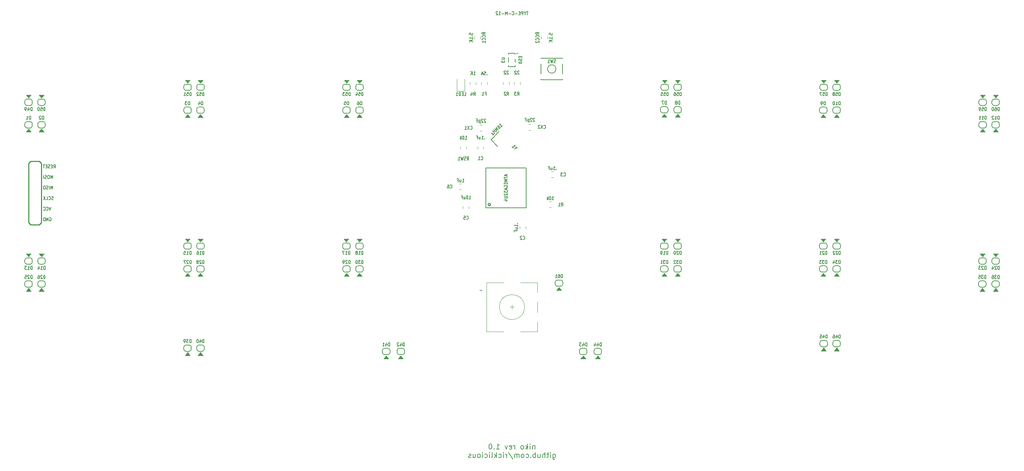
<source format=gbo>
G04 #@! TF.GenerationSoftware,KiCad,Pcbnew,(5.1.4-0)*
G04 #@! TF.CreationDate,2021-11-04T11:39:53-05:00*
G04 #@! TF.ProjectId,pcb,7063622e-6b69-4636-9164-5f7063625858,rev?*
G04 #@! TF.SameCoordinates,Original*
G04 #@! TF.FileFunction,Legend,Bot*
G04 #@! TF.FilePolarity,Positive*
%FSLAX46Y46*%
G04 Gerber Fmt 4.6, Leading zero omitted, Abs format (unit mm)*
G04 Created by KiCad (PCBNEW (5.1.4-0)) date 2021-11-04 11:39:53*
%MOMM*%
%LPD*%
G04 APERTURE LIST*
%ADD10C,0.200000*%
%ADD11C,0.100000*%
%ADD12C,0.150000*%
%ADD13C,0.120000*%
%ADD14C,0.254000*%
%ADD15C,0.203200*%
%ADD16C,0.702000*%
%ADD17O,1.402000X2.502000*%
%ADD18C,0.402000*%
%ADD19O,1.402000X2.002000*%
%ADD20C,0.752000*%
%ADD21C,4.089800*%
%ADD22C,1.803800*%
%ADD23C,2.642000*%
%ADD24C,2.388000*%
%ADD25C,1.902000*%
%ADD26C,1.102000*%
%ADD27R,0.800000X0.700000*%
%ADD28R,0.800000X1.100000*%
%ADD29C,1.252000*%
%ADD30C,2.102000*%
%ADD31R,3.302000X2.102000*%
%ADD32R,2.102000X2.102000*%
%ADD33C,1.803400*%
%ADD34R,1.900000X0.900000*%
%ADD35R,0.900000X1.900000*%
%ADD36R,1.902000X1.202000*%
G04 APERTURE END LIST*
D10*
X255508490Y-122520162D02*
X255508490Y-123353496D01*
X255508490Y-122639210D02*
X255448966Y-122579686D01*
X255329919Y-122520162D01*
X255151347Y-122520162D01*
X255032300Y-122579686D01*
X254972776Y-122698734D01*
X254972776Y-123353496D01*
X254377538Y-123353496D02*
X254377538Y-122520162D01*
X254377538Y-122103496D02*
X254437061Y-122163020D01*
X254377538Y-122222543D01*
X254318014Y-122163020D01*
X254377538Y-122103496D01*
X254377538Y-122222543D01*
X253782300Y-123353496D02*
X253782300Y-122103496D01*
X253663252Y-122877305D02*
X253306109Y-123353496D01*
X253306109Y-122520162D02*
X253782300Y-122996353D01*
X252591823Y-123353496D02*
X252710871Y-123293972D01*
X252770395Y-123234448D01*
X252829919Y-123115400D01*
X252829919Y-122758258D01*
X252770395Y-122639210D01*
X252710871Y-122579686D01*
X252591823Y-122520162D01*
X252413252Y-122520162D01*
X252294204Y-122579686D01*
X252234680Y-122639210D01*
X252175157Y-122758258D01*
X252175157Y-123115400D01*
X252234680Y-123234448D01*
X252294204Y-123293972D01*
X252413252Y-123353496D01*
X252591823Y-123353496D01*
X250687061Y-123353496D02*
X250687061Y-122520162D01*
X250687061Y-122758258D02*
X250627538Y-122639210D01*
X250568014Y-122579686D01*
X250448966Y-122520162D01*
X250329919Y-122520162D01*
X249437061Y-123293972D02*
X249556109Y-123353496D01*
X249794204Y-123353496D01*
X249913252Y-123293972D01*
X249972776Y-123174924D01*
X249972776Y-122698734D01*
X249913252Y-122579686D01*
X249794204Y-122520162D01*
X249556109Y-122520162D01*
X249437061Y-122579686D01*
X249377538Y-122698734D01*
X249377538Y-122817781D01*
X249972776Y-122936829D01*
X248960871Y-122520162D02*
X248663252Y-123353496D01*
X248365633Y-122520162D01*
X246282300Y-123353496D02*
X246996585Y-123353496D01*
X246639442Y-123353496D02*
X246639442Y-122103496D01*
X246758490Y-122282067D01*
X246877538Y-122401115D01*
X246996585Y-122460639D01*
X245746585Y-123234448D02*
X245687061Y-123293972D01*
X245746585Y-123353496D01*
X245806109Y-123293972D01*
X245746585Y-123234448D01*
X245746585Y-123353496D01*
X244913252Y-122103496D02*
X244794204Y-122103496D01*
X244675157Y-122163020D01*
X244615633Y-122222543D01*
X244556109Y-122341591D01*
X244496585Y-122579686D01*
X244496585Y-122877305D01*
X244556109Y-123115400D01*
X244615633Y-123234448D01*
X244675157Y-123293972D01*
X244794204Y-123353496D01*
X244913252Y-123353496D01*
X245032300Y-123293972D01*
X245091823Y-123234448D01*
X245151347Y-123115400D01*
X245210871Y-122877305D01*
X245210871Y-122579686D01*
X245151347Y-122341591D01*
X245091823Y-122222543D01*
X245032300Y-122163020D01*
X244913252Y-122103496D01*
X259823966Y-124595162D02*
X259823966Y-125607067D01*
X259883490Y-125726115D01*
X259943014Y-125785639D01*
X260062061Y-125845162D01*
X260240633Y-125845162D01*
X260359680Y-125785639D01*
X259823966Y-125368972D02*
X259943014Y-125428496D01*
X260181109Y-125428496D01*
X260300157Y-125368972D01*
X260359680Y-125309448D01*
X260419204Y-125190400D01*
X260419204Y-124833258D01*
X260359680Y-124714210D01*
X260300157Y-124654686D01*
X260181109Y-124595162D01*
X259943014Y-124595162D01*
X259823966Y-124654686D01*
X259228728Y-125428496D02*
X259228728Y-124595162D01*
X259228728Y-124178496D02*
X259288252Y-124238020D01*
X259228728Y-124297543D01*
X259169204Y-124238020D01*
X259228728Y-124178496D01*
X259228728Y-124297543D01*
X258812061Y-124595162D02*
X258335871Y-124595162D01*
X258633490Y-124178496D02*
X258633490Y-125249924D01*
X258573966Y-125368972D01*
X258454919Y-125428496D01*
X258335871Y-125428496D01*
X257919204Y-125428496D02*
X257919204Y-124178496D01*
X257383490Y-125428496D02*
X257383490Y-124773734D01*
X257443014Y-124654686D01*
X257562061Y-124595162D01*
X257740633Y-124595162D01*
X257859680Y-124654686D01*
X257919204Y-124714210D01*
X256252538Y-124595162D02*
X256252538Y-125428496D01*
X256788252Y-124595162D02*
X256788252Y-125249924D01*
X256728728Y-125368972D01*
X256609680Y-125428496D01*
X256431109Y-125428496D01*
X256312061Y-125368972D01*
X256252538Y-125309448D01*
X255657300Y-125428496D02*
X255657300Y-124178496D01*
X255657300Y-124654686D02*
X255538252Y-124595162D01*
X255300157Y-124595162D01*
X255181109Y-124654686D01*
X255121585Y-124714210D01*
X255062061Y-124833258D01*
X255062061Y-125190400D01*
X255121585Y-125309448D01*
X255181109Y-125368972D01*
X255300157Y-125428496D01*
X255538252Y-125428496D01*
X255657300Y-125368972D01*
X254526347Y-125309448D02*
X254466823Y-125368972D01*
X254526347Y-125428496D01*
X254585871Y-125368972D01*
X254526347Y-125309448D01*
X254526347Y-125428496D01*
X253395395Y-125368972D02*
X253514442Y-125428496D01*
X253752538Y-125428496D01*
X253871585Y-125368972D01*
X253931109Y-125309448D01*
X253990633Y-125190400D01*
X253990633Y-124833258D01*
X253931109Y-124714210D01*
X253871585Y-124654686D01*
X253752538Y-124595162D01*
X253514442Y-124595162D01*
X253395395Y-124654686D01*
X252681109Y-125428496D02*
X252800157Y-125368972D01*
X252859680Y-125309448D01*
X252919204Y-125190400D01*
X252919204Y-124833258D01*
X252859680Y-124714210D01*
X252800157Y-124654686D01*
X252681109Y-124595162D01*
X252502538Y-124595162D01*
X252383490Y-124654686D01*
X252323966Y-124714210D01*
X252264442Y-124833258D01*
X252264442Y-125190400D01*
X252323966Y-125309448D01*
X252383490Y-125368972D01*
X252502538Y-125428496D01*
X252681109Y-125428496D01*
X251728728Y-125428496D02*
X251728728Y-124595162D01*
X251728728Y-124714210D02*
X251669204Y-124654686D01*
X251550157Y-124595162D01*
X251371585Y-124595162D01*
X251252538Y-124654686D01*
X251193014Y-124773734D01*
X251193014Y-125428496D01*
X251193014Y-124773734D02*
X251133490Y-124654686D01*
X251014442Y-124595162D01*
X250835871Y-124595162D01*
X250716823Y-124654686D01*
X250657300Y-124773734D01*
X250657300Y-125428496D01*
X249169204Y-124118972D02*
X250240633Y-125726115D01*
X248752538Y-125428496D02*
X248752538Y-124595162D01*
X248752538Y-124833258D02*
X248693014Y-124714210D01*
X248633490Y-124654686D01*
X248514442Y-124595162D01*
X248395395Y-124595162D01*
X247978728Y-125428496D02*
X247978728Y-124595162D01*
X247978728Y-124178496D02*
X248038252Y-124238020D01*
X247978728Y-124297543D01*
X247919204Y-124238020D01*
X247978728Y-124178496D01*
X247978728Y-124297543D01*
X246847776Y-125368972D02*
X246966823Y-125428496D01*
X247204919Y-125428496D01*
X247323966Y-125368972D01*
X247383490Y-125309448D01*
X247443014Y-125190400D01*
X247443014Y-124833258D01*
X247383490Y-124714210D01*
X247323966Y-124654686D01*
X247204919Y-124595162D01*
X246966823Y-124595162D01*
X246847776Y-124654686D01*
X246312061Y-125428496D02*
X246312061Y-124178496D01*
X246193014Y-124952305D02*
X245835871Y-125428496D01*
X245835871Y-124595162D02*
X246312061Y-125071353D01*
X245121585Y-125428496D02*
X245240633Y-125368972D01*
X245300157Y-125249924D01*
X245300157Y-124178496D01*
X244645395Y-125428496D02*
X244645395Y-124595162D01*
X244645395Y-124178496D02*
X244704919Y-124238020D01*
X244645395Y-124297543D01*
X244585871Y-124238020D01*
X244645395Y-124178496D01*
X244645395Y-124297543D01*
X243514442Y-125368972D02*
X243633490Y-125428496D01*
X243871585Y-125428496D01*
X243990633Y-125368972D01*
X244050157Y-125309448D01*
X244109680Y-125190400D01*
X244109680Y-124833258D01*
X244050157Y-124714210D01*
X243990633Y-124654686D01*
X243871585Y-124595162D01*
X243633490Y-124595162D01*
X243514442Y-124654686D01*
X242978728Y-125428496D02*
X242978728Y-124595162D01*
X242978728Y-124178496D02*
X243038252Y-124238020D01*
X242978728Y-124297543D01*
X242919204Y-124238020D01*
X242978728Y-124178496D01*
X242978728Y-124297543D01*
X242204919Y-125428496D02*
X242323966Y-125368972D01*
X242383490Y-125309448D01*
X242443014Y-125190400D01*
X242443014Y-124833258D01*
X242383490Y-124714210D01*
X242323966Y-124654686D01*
X242204919Y-124595162D01*
X242026347Y-124595162D01*
X241907300Y-124654686D01*
X241847776Y-124714210D01*
X241788252Y-124833258D01*
X241788252Y-125190400D01*
X241847776Y-125309448D01*
X241907300Y-125368972D01*
X242026347Y-125428496D01*
X242204919Y-125428496D01*
X240716823Y-124595162D02*
X240716823Y-125428496D01*
X241252538Y-124595162D02*
X241252538Y-125249924D01*
X241193014Y-125368972D01*
X241073966Y-125428496D01*
X240895395Y-125428496D01*
X240776347Y-125368972D01*
X240716823Y-125309448D01*
X240181109Y-125368972D02*
X240062061Y-125428496D01*
X239823966Y-125428496D01*
X239704919Y-125368972D01*
X239645395Y-125249924D01*
X239645395Y-125190400D01*
X239704919Y-125071353D01*
X239823966Y-125011829D01*
X240002538Y-125011829D01*
X240121585Y-124952305D01*
X240181109Y-124833258D01*
X240181109Y-124773734D01*
X240121585Y-124654686D01*
X240002538Y-124595162D01*
X239823966Y-124595162D01*
X239704919Y-124654686D01*
D11*
G36*
X261300000Y-84514200D02*
G01*
X260700000Y-85314200D01*
X261900000Y-85314200D01*
X261300000Y-84514200D01*
G37*
X261300000Y-84514200D02*
X260700000Y-85314200D01*
X261900000Y-85314200D01*
X261300000Y-84514200D01*
D10*
X262200000Y-83799962D02*
X262200000Y-83300000D01*
X261700000Y-84300000D02*
G75*
G03X262200000Y-83800000I0J500000D01*
G01*
X262200000Y-83300000D02*
G75*
G03X261700000Y-82800000I-500000J0D01*
G01*
X260900000Y-82800000D02*
X261700000Y-82800000D01*
X260900000Y-82800000D02*
G75*
G03X260400000Y-83300000I0J-500000D01*
G01*
X260400000Y-83300038D02*
X260400000Y-83800000D01*
X260900000Y-84300000D02*
X261700000Y-84300000D01*
X260400000Y-83800000D02*
G75*
G03X260900000Y-84300000I500000J0D01*
G01*
D11*
G36*
X365925040Y-39185800D02*
G01*
X366525040Y-38385800D01*
X365325040Y-38385800D01*
X365925040Y-39185800D01*
G37*
X365925040Y-39185800D02*
X366525040Y-38385800D01*
X365325040Y-38385800D01*
X365925040Y-39185800D01*
D10*
X365025040Y-39900038D02*
X365025040Y-40400000D01*
X365525040Y-39400000D02*
G75*
G03X365025040Y-39900000I0J-500000D01*
G01*
X365025040Y-40400000D02*
G75*
G03X365525040Y-40900000I500000J0D01*
G01*
X366325040Y-40900000D02*
X365525040Y-40900000D01*
X366325040Y-40900000D02*
G75*
G03X366825040Y-40400000I0J500000D01*
G01*
X366825040Y-40399962D02*
X366825040Y-39900000D01*
X366325040Y-39400000D02*
X365525040Y-39400000D01*
X366825040Y-39900000D02*
G75*
G03X366325040Y-39400000I-500000J0D01*
G01*
D11*
G36*
X362825040Y-39185800D02*
G01*
X363425040Y-38385800D01*
X362225040Y-38385800D01*
X362825040Y-39185800D01*
G37*
X362825040Y-39185800D02*
X363425040Y-38385800D01*
X362225040Y-38385800D01*
X362825040Y-39185800D01*
D10*
X361925040Y-39900038D02*
X361925040Y-40400000D01*
X362425040Y-39400000D02*
G75*
G03X361925040Y-39900000I0J-500000D01*
G01*
X361925040Y-40400000D02*
G75*
G03X362425040Y-40900000I500000J0D01*
G01*
X363225040Y-40900000D02*
X362425040Y-40900000D01*
X363225040Y-40900000D02*
G75*
G03X363725040Y-40400000I0J500000D01*
G01*
X363725040Y-40399962D02*
X363725040Y-39900000D01*
X363225040Y-39400000D02*
X362425040Y-39400000D01*
X363725040Y-39900000D02*
G75*
G03X363225040Y-39400000I-500000J0D01*
G01*
D11*
G36*
X327825040Y-35585800D02*
G01*
X328425040Y-34785800D01*
X327225040Y-34785800D01*
X327825040Y-35585800D01*
G37*
X327825040Y-35585800D02*
X328425040Y-34785800D01*
X327225040Y-34785800D01*
X327825040Y-35585800D01*
D10*
X326925040Y-36300038D02*
X326925040Y-36800000D01*
X327425040Y-35800000D02*
G75*
G03X326925040Y-36300000I0J-500000D01*
G01*
X326925040Y-36800000D02*
G75*
G03X327425040Y-37300000I500000J0D01*
G01*
X328225040Y-37300000D02*
X327425040Y-37300000D01*
X328225040Y-37300000D02*
G75*
G03X328725040Y-36800000I0J500000D01*
G01*
X328725040Y-36799962D02*
X328725040Y-36300000D01*
X328225040Y-35800000D02*
X327425040Y-35800000D01*
X328725040Y-36300000D02*
G75*
G03X328225040Y-35800000I-500000J0D01*
G01*
D11*
G36*
X324725040Y-35585800D02*
G01*
X325325040Y-34785800D01*
X324125040Y-34785800D01*
X324725040Y-35585800D01*
G37*
X324725040Y-35585800D02*
X325325040Y-34785800D01*
X324125040Y-34785800D01*
X324725040Y-35585800D01*
D10*
X323825040Y-36300038D02*
X323825040Y-36800000D01*
X324325040Y-35800000D02*
G75*
G03X323825040Y-36300000I0J-500000D01*
G01*
X323825040Y-36800000D02*
G75*
G03X324325040Y-37300000I500000J0D01*
G01*
X325125040Y-37300000D02*
X324325040Y-37300000D01*
X325125040Y-37300000D02*
G75*
G03X325625040Y-36800000I0J500000D01*
G01*
X325625040Y-36799962D02*
X325625040Y-36300000D01*
X325125040Y-35800000D02*
X324325040Y-35800000D01*
X325625040Y-36300000D02*
G75*
G03X325125040Y-35800000I-500000J0D01*
G01*
D11*
G36*
X289725040Y-35585800D02*
G01*
X290325040Y-34785800D01*
X289125040Y-34785800D01*
X289725040Y-35585800D01*
G37*
X289725040Y-35585800D02*
X290325040Y-34785800D01*
X289125040Y-34785800D01*
X289725040Y-35585800D01*
D10*
X288825040Y-36300038D02*
X288825040Y-36800000D01*
X289325040Y-35800000D02*
G75*
G03X288825040Y-36300000I0J-500000D01*
G01*
X288825040Y-36800000D02*
G75*
G03X289325040Y-37300000I500000J0D01*
G01*
X290125040Y-37300000D02*
X289325040Y-37300000D01*
X290125040Y-37300000D02*
G75*
G03X290625040Y-36800000I0J500000D01*
G01*
X290625040Y-36799962D02*
X290625040Y-36300000D01*
X290125040Y-35800000D02*
X289325040Y-35800000D01*
X290625040Y-36300000D02*
G75*
G03X290125040Y-35800000I-500000J0D01*
G01*
D11*
G36*
X286625040Y-35585800D02*
G01*
X287225040Y-34785800D01*
X286025040Y-34785800D01*
X286625040Y-35585800D01*
G37*
X286625040Y-35585800D02*
X287225040Y-34785800D01*
X286025040Y-34785800D01*
X286625040Y-35585800D01*
D10*
X285725040Y-36300038D02*
X285725040Y-36800000D01*
X286225040Y-35800000D02*
G75*
G03X285725040Y-36300000I0J-500000D01*
G01*
X285725040Y-36800000D02*
G75*
G03X286225040Y-37300000I500000J0D01*
G01*
X287025040Y-37300000D02*
X286225040Y-37300000D01*
X287025040Y-37300000D02*
G75*
G03X287525040Y-36800000I0J500000D01*
G01*
X287525040Y-36799962D02*
X287525040Y-36300000D01*
X287025040Y-35800000D02*
X286225040Y-35800000D01*
X287525040Y-36300000D02*
G75*
G03X287025040Y-35800000I-500000J0D01*
G01*
D11*
G36*
X213500000Y-35585800D02*
G01*
X214100000Y-34785800D01*
X212900000Y-34785800D01*
X213500000Y-35585800D01*
G37*
X213500000Y-35585800D02*
X214100000Y-34785800D01*
X212900000Y-34785800D01*
X213500000Y-35585800D01*
D10*
X212600000Y-36300038D02*
X212600000Y-36800000D01*
X213100000Y-35800000D02*
G75*
G03X212600000Y-36300000I0J-500000D01*
G01*
X212600000Y-36800000D02*
G75*
G03X213100000Y-37300000I500000J0D01*
G01*
X213900000Y-37300000D02*
X213100000Y-37300000D01*
X213900000Y-37300000D02*
G75*
G03X214400000Y-36800000I0J500000D01*
G01*
X214400000Y-36799962D02*
X214400000Y-36300000D01*
X213900000Y-35800000D02*
X213100000Y-35800000D01*
X214400000Y-36300000D02*
G75*
G03X213900000Y-35800000I-500000J0D01*
G01*
D11*
G36*
X210400000Y-35585800D02*
G01*
X211000000Y-34785800D01*
X209800000Y-34785800D01*
X210400000Y-35585800D01*
G37*
X210400000Y-35585800D02*
X211000000Y-34785800D01*
X209800000Y-34785800D01*
X210400000Y-35585800D01*
D10*
X209500000Y-36300038D02*
X209500000Y-36800000D01*
X210000000Y-35800000D02*
G75*
G03X209500000Y-36300000I0J-500000D01*
G01*
X209500000Y-36800000D02*
G75*
G03X210000000Y-37300000I500000J0D01*
G01*
X210800000Y-37300000D02*
X210000000Y-37300000D01*
X210800000Y-37300000D02*
G75*
G03X211300000Y-36800000I0J500000D01*
G01*
X211300000Y-36799962D02*
X211300000Y-36300000D01*
X210800000Y-35800000D02*
X210000000Y-35800000D01*
X211300000Y-36300000D02*
G75*
G03X210800000Y-35800000I-500000J0D01*
G01*
D11*
G36*
X175400000Y-35585800D02*
G01*
X176000000Y-34785800D01*
X174800000Y-34785800D01*
X175400000Y-35585800D01*
G37*
X175400000Y-35585800D02*
X176000000Y-34785800D01*
X174800000Y-34785800D01*
X175400000Y-35585800D01*
D10*
X174500000Y-36300038D02*
X174500000Y-36800000D01*
X175000000Y-35800000D02*
G75*
G03X174500000Y-36300000I0J-500000D01*
G01*
X174500000Y-36800000D02*
G75*
G03X175000000Y-37300000I500000J0D01*
G01*
X175800000Y-37300000D02*
X175000000Y-37300000D01*
X175800000Y-37300000D02*
G75*
G03X176300000Y-36800000I0J500000D01*
G01*
X176300000Y-36799962D02*
X176300000Y-36300000D01*
X175800000Y-35800000D02*
X175000000Y-35800000D01*
X176300000Y-36300000D02*
G75*
G03X175800000Y-35800000I-500000J0D01*
G01*
D11*
G36*
X172300000Y-35585800D02*
G01*
X172900000Y-34785800D01*
X171700000Y-34785800D01*
X172300000Y-35585800D01*
G37*
X172300000Y-35585800D02*
X172900000Y-34785800D01*
X171700000Y-34785800D01*
X172300000Y-35585800D01*
D10*
X171400000Y-36300038D02*
X171400000Y-36800000D01*
X171900000Y-35800000D02*
G75*
G03X171400000Y-36300000I0J-500000D01*
G01*
X171400000Y-36800000D02*
G75*
G03X171900000Y-37300000I500000J0D01*
G01*
X172700000Y-37300000D02*
X171900000Y-37300000D01*
X172700000Y-37300000D02*
G75*
G03X173200000Y-36800000I0J500000D01*
G01*
X173200000Y-36799962D02*
X173200000Y-36300000D01*
X172700000Y-35800000D02*
X171900000Y-35800000D01*
X173200000Y-36300000D02*
G75*
G03X172700000Y-35800000I-500000J0D01*
G01*
D11*
G36*
X137300000Y-39185800D02*
G01*
X137900000Y-38385800D01*
X136700000Y-38385800D01*
X137300000Y-39185800D01*
G37*
X137300000Y-39185800D02*
X137900000Y-38385800D01*
X136700000Y-38385800D01*
X137300000Y-39185800D01*
D10*
X136400000Y-39900038D02*
X136400000Y-40400000D01*
X136900000Y-39400000D02*
G75*
G03X136400000Y-39900000I0J-500000D01*
G01*
X136400000Y-40400000D02*
G75*
G03X136900000Y-40900000I500000J0D01*
G01*
X137700000Y-40900000D02*
X136900000Y-40900000D01*
X137700000Y-40900000D02*
G75*
G03X138200000Y-40400000I0J500000D01*
G01*
X138200000Y-40399962D02*
X138200000Y-39900000D01*
X137700000Y-39400000D02*
X136900000Y-39400000D01*
X138200000Y-39900000D02*
G75*
G03X137700000Y-39400000I-500000J0D01*
G01*
D11*
G36*
X134200000Y-39185800D02*
G01*
X134800000Y-38385800D01*
X133600000Y-38385800D01*
X134200000Y-39185800D01*
G37*
X134200000Y-39185800D02*
X134800000Y-38385800D01*
X133600000Y-38385800D01*
X134200000Y-39185800D01*
D10*
X133300000Y-39900038D02*
X133300000Y-40400000D01*
X133800000Y-39400000D02*
G75*
G03X133300000Y-39900000I0J-500000D01*
G01*
X133300000Y-40400000D02*
G75*
G03X133800000Y-40900000I500000J0D01*
G01*
X134600000Y-40900000D02*
X133800000Y-40900000D01*
X134600000Y-40900000D02*
G75*
G03X135100000Y-40400000I0J500000D01*
G01*
X135100000Y-40399962D02*
X135100000Y-39900000D01*
X134600000Y-39400000D02*
X133800000Y-39400000D01*
X135100000Y-39900000D02*
G75*
G03X134600000Y-39400000I-500000J0D01*
G01*
D12*
X250762520Y-31600000D02*
X250762520Y-28400000D01*
X249162520Y-31600000D02*
X249162520Y-28400000D01*
X249162520Y-28400000D02*
X250762520Y-28400000D01*
X251162520Y-28400000D02*
X251462520Y-28400000D01*
X249162520Y-31600000D02*
X250762520Y-31600000D01*
D13*
X237690000Y-51361252D02*
X237690000Y-50838748D01*
X239110000Y-51361252D02*
X239110000Y-50838748D01*
D11*
G36*
X175375000Y-81114200D02*
G01*
X174775000Y-81914200D01*
X175975000Y-81914200D01*
X175375000Y-81114200D01*
G37*
X175375000Y-81114200D02*
X174775000Y-81914200D01*
X175975000Y-81914200D01*
X175375000Y-81114200D01*
D10*
X176275000Y-80399962D02*
X176275000Y-79900000D01*
X175775000Y-80900000D02*
G75*
G03X176275000Y-80400000I0J500000D01*
G01*
X176275000Y-79900000D02*
G75*
G03X175775000Y-79400000I-500000J0D01*
G01*
X174975000Y-79400000D02*
X175775000Y-79400000D01*
X174975000Y-79400000D02*
G75*
G03X174475000Y-79900000I0J-500000D01*
G01*
X174475000Y-79900038D02*
X174475000Y-80400000D01*
X174975000Y-80900000D02*
X175775000Y-80900000D01*
X174475000Y-80400000D02*
G75*
G03X174975000Y-80900000I500000J0D01*
G01*
X245011953Y-49118198D02*
X246921142Y-47209010D01*
X246602944Y-50709188D02*
X245011953Y-49118198D01*
D13*
X247952520Y-35861252D02*
X247952520Y-35338748D01*
X249372520Y-35861252D02*
X249372520Y-35338748D01*
X254038748Y-45390000D02*
X254561252Y-45390000D01*
X254038748Y-46810000D02*
X254561252Y-46810000D01*
X253310000Y-69938748D02*
X253310000Y-70461252D01*
X251890000Y-69938748D02*
X251890000Y-70461252D01*
X242652520Y-35861252D02*
X242652520Y-35338748D01*
X244072520Y-35861252D02*
X244072520Y-35338748D01*
D11*
G36*
X362725040Y-84714200D02*
G01*
X362125040Y-85514200D01*
X363325040Y-85514200D01*
X362725040Y-84714200D01*
G37*
X362725040Y-84714200D02*
X362125040Y-85514200D01*
X363325040Y-85514200D01*
X362725040Y-84714200D01*
D10*
X363625040Y-83999962D02*
X363625040Y-83500000D01*
X363125040Y-84500000D02*
G75*
G03X363625040Y-84000000I0J500000D01*
G01*
X363625040Y-83500000D02*
G75*
G03X363125040Y-83000000I-500000J0D01*
G01*
X362325040Y-83000000D02*
X363125040Y-83000000D01*
X362325040Y-83000000D02*
G75*
G03X361825040Y-83500000I0J-500000D01*
G01*
X361825040Y-83500038D02*
X361825040Y-84000000D01*
X362325040Y-84500000D02*
X363125040Y-84500000D01*
X361825040Y-84000000D02*
G75*
G03X362325040Y-84500000I500000J0D01*
G01*
D11*
G36*
X365925040Y-84714200D02*
G01*
X365325040Y-85514200D01*
X366525040Y-85514200D01*
X365925040Y-84714200D01*
G37*
X365925040Y-84714200D02*
X365325040Y-85514200D01*
X366525040Y-85514200D01*
X365925040Y-84714200D01*
D10*
X366825040Y-83999962D02*
X366825040Y-83500000D01*
X366325040Y-84500000D02*
G75*
G03X366825040Y-84000000I0J500000D01*
G01*
X366825040Y-83500000D02*
G75*
G03X366325040Y-83000000I-500000J0D01*
G01*
X365525040Y-83000000D02*
X366325040Y-83000000D01*
X365525040Y-83000000D02*
G75*
G03X365025040Y-83500000I0J-500000D01*
G01*
X365025040Y-83500038D02*
X365025040Y-84000000D01*
X365525040Y-84500000D02*
X366325040Y-84500000D01*
X365025040Y-84000000D02*
G75*
G03X365525040Y-84500000I500000J0D01*
G01*
D13*
X250552520Y-35861252D02*
X250552520Y-35338748D01*
X251972520Y-35861252D02*
X251972520Y-35338748D01*
X259461252Y-65410000D02*
X258938748Y-65410000D01*
X259461252Y-63990000D02*
X258938748Y-63990000D01*
X257052520Y-24880004D02*
X257052520Y-24357500D01*
X258472520Y-24880004D02*
X258472520Y-24357500D01*
X241052520Y-24880004D02*
X241052520Y-24357500D01*
X242472520Y-24880004D02*
X242472520Y-24357500D01*
X241372520Y-35338748D02*
X241372520Y-35861252D01*
X239952520Y-35338748D02*
X239952520Y-35861252D01*
X259438748Y-56790000D02*
X259961252Y-56790000D01*
X259438748Y-58210000D02*
X259961252Y-58210000D01*
X239710000Y-65138748D02*
X239710000Y-65661252D01*
X238290000Y-65138748D02*
X238290000Y-65661252D01*
X242861252Y-45590000D02*
X242338748Y-45590000D01*
X242861252Y-47010000D02*
X242338748Y-47010000D01*
X237961252Y-61110000D02*
X237438748Y-61110000D01*
X237961252Y-59690000D02*
X237438748Y-59690000D01*
X241790000Y-51361252D02*
X241790000Y-50838748D01*
X243210000Y-51361252D02*
X243210000Y-50838748D01*
X253032300Y-89297250D02*
G75*
G03X253032300Y-89297250I-3000000J0D01*
G01*
X249532300Y-89297250D02*
X250532300Y-89297250D01*
X250032300Y-88797250D02*
X250032300Y-89797250D01*
X243932300Y-83397250D02*
X243932300Y-95197250D01*
X252032300Y-83397250D02*
X256132300Y-83397250D01*
X256132300Y-83397250D02*
X256132300Y-85797250D01*
X256132300Y-87997250D02*
X256132300Y-90597250D01*
X256132300Y-92797250D02*
X256132300Y-95197250D01*
X256132300Y-95197250D02*
X252032300Y-95197250D01*
X248032300Y-83397250D02*
X243932300Y-83397250D01*
X248032300Y-95197250D02*
X243932300Y-95197250D01*
X242832300Y-85197250D02*
X242532300Y-85497250D01*
X242532300Y-85497250D02*
X242232300Y-85197250D01*
X242232300Y-85197250D02*
X242832300Y-85197250D01*
D14*
X134207820Y-69024760D02*
X134715820Y-69532760D01*
X134715820Y-69532760D02*
X136747820Y-69532760D01*
X136747820Y-69532760D02*
X137255820Y-69024760D01*
X137255820Y-69024760D02*
X137255820Y-54800760D01*
X137255820Y-54800760D02*
X136747820Y-54292760D01*
X136747820Y-54292760D02*
X134715820Y-54292760D01*
X134715820Y-54292760D02*
X134207820Y-54800760D01*
X134207820Y-54800760D02*
X134207820Y-69024760D01*
D15*
X243800000Y-65500000D02*
X253400000Y-65500000D01*
X253400000Y-65500000D02*
X253400000Y-55900000D01*
X253400000Y-55900000D02*
X243800000Y-55900000D01*
X243800000Y-55900000D02*
X243800000Y-65500000D01*
D14*
X244882700Y-64700000D02*
G75*
G03X244882700Y-64700000I-282700J0D01*
G01*
D11*
G36*
X134200000Y-46514200D02*
G01*
X133600000Y-47314200D01*
X134800000Y-47314200D01*
X134200000Y-46514200D01*
G37*
X134200000Y-46514200D02*
X133600000Y-47314200D01*
X134800000Y-47314200D01*
X134200000Y-46514200D01*
D10*
X135100000Y-45799962D02*
X135100000Y-45300000D01*
X134600000Y-46300000D02*
G75*
G03X135100000Y-45800000I0J500000D01*
G01*
X135100000Y-45300000D02*
G75*
G03X134600000Y-44800000I-500000J0D01*
G01*
X133800000Y-44800000D02*
X134600000Y-44800000D01*
X133800000Y-44800000D02*
G75*
G03X133300000Y-45300000I0J-500000D01*
G01*
X133300000Y-45300038D02*
X133300000Y-45800000D01*
X133800000Y-46300000D02*
X134600000Y-46300000D01*
X133300000Y-45800000D02*
G75*
G03X133800000Y-46300000I500000J0D01*
G01*
D11*
G36*
X137300000Y-46514200D02*
G01*
X136700000Y-47314200D01*
X137900000Y-47314200D01*
X137300000Y-46514200D01*
G37*
X137300000Y-46514200D02*
X136700000Y-47314200D01*
X137900000Y-47314200D01*
X137300000Y-46514200D01*
D10*
X138200000Y-45799962D02*
X138200000Y-45300000D01*
X137700000Y-46300000D02*
G75*
G03X138200000Y-45800000I0J500000D01*
G01*
X138200000Y-45300000D02*
G75*
G03X137700000Y-44800000I-500000J0D01*
G01*
X136900000Y-44800000D02*
X137700000Y-44800000D01*
X136900000Y-44800000D02*
G75*
G03X136400000Y-45300000I0J-500000D01*
G01*
X136400000Y-45300038D02*
X136400000Y-45800000D01*
X136900000Y-46300000D02*
X137700000Y-46300000D01*
X136400000Y-45800000D02*
G75*
G03X136900000Y-46300000I500000J0D01*
G01*
D11*
G36*
X172300000Y-43014200D02*
G01*
X171700000Y-43814200D01*
X172900000Y-43814200D01*
X172300000Y-43014200D01*
G37*
X172300000Y-43014200D02*
X171700000Y-43814200D01*
X172900000Y-43814200D01*
X172300000Y-43014200D01*
D10*
X173200000Y-42299962D02*
X173200000Y-41800000D01*
X172700000Y-42800000D02*
G75*
G03X173200000Y-42300000I0J500000D01*
G01*
X173200000Y-41800000D02*
G75*
G03X172700000Y-41300000I-500000J0D01*
G01*
X171900000Y-41300000D02*
X172700000Y-41300000D01*
X171900000Y-41300000D02*
G75*
G03X171400000Y-41800000I0J-500000D01*
G01*
X171400000Y-41800038D02*
X171400000Y-42300000D01*
X171900000Y-42800000D02*
X172700000Y-42800000D01*
X171400000Y-42300000D02*
G75*
G03X171900000Y-42800000I500000J0D01*
G01*
D11*
G36*
X175400000Y-43014200D02*
G01*
X174800000Y-43814200D01*
X176000000Y-43814200D01*
X175400000Y-43014200D01*
G37*
X175400000Y-43014200D02*
X174800000Y-43814200D01*
X176000000Y-43814200D01*
X175400000Y-43014200D01*
D10*
X176300000Y-42299962D02*
X176300000Y-41800000D01*
X175800000Y-42800000D02*
G75*
G03X176300000Y-42300000I0J500000D01*
G01*
X176300000Y-41800000D02*
G75*
G03X175800000Y-41300000I-500000J0D01*
G01*
X175000000Y-41300000D02*
X175800000Y-41300000D01*
X175000000Y-41300000D02*
G75*
G03X174500000Y-41800000I0J-500000D01*
G01*
X174500000Y-41800038D02*
X174500000Y-42300000D01*
X175000000Y-42800000D02*
X175800000Y-42800000D01*
X174500000Y-42300000D02*
G75*
G03X175000000Y-42800000I500000J0D01*
G01*
D11*
G36*
X210400000Y-43014200D02*
G01*
X209800000Y-43814200D01*
X211000000Y-43814200D01*
X210400000Y-43014200D01*
G37*
X210400000Y-43014200D02*
X209800000Y-43814200D01*
X211000000Y-43814200D01*
X210400000Y-43014200D01*
D10*
X211300000Y-42299962D02*
X211300000Y-41800000D01*
X210800000Y-42800000D02*
G75*
G03X211300000Y-42300000I0J500000D01*
G01*
X211300000Y-41800000D02*
G75*
G03X210800000Y-41300000I-500000J0D01*
G01*
X210000000Y-41300000D02*
X210800000Y-41300000D01*
X210000000Y-41300000D02*
G75*
G03X209500000Y-41800000I0J-500000D01*
G01*
X209500000Y-41800038D02*
X209500000Y-42300000D01*
X210000000Y-42800000D02*
X210800000Y-42800000D01*
X209500000Y-42300000D02*
G75*
G03X210000000Y-42800000I500000J0D01*
G01*
D11*
G36*
X213500000Y-43014200D02*
G01*
X212900000Y-43814200D01*
X214100000Y-43814200D01*
X213500000Y-43014200D01*
G37*
X213500000Y-43014200D02*
X212900000Y-43814200D01*
X214100000Y-43814200D01*
X213500000Y-43014200D01*
D10*
X214400000Y-42299962D02*
X214400000Y-41800000D01*
X213900000Y-42800000D02*
G75*
G03X214400000Y-42300000I0J500000D01*
G01*
X214400000Y-41800000D02*
G75*
G03X213900000Y-41300000I-500000J0D01*
G01*
X213100000Y-41300000D02*
X213900000Y-41300000D01*
X213100000Y-41300000D02*
G75*
G03X212600000Y-41800000I0J-500000D01*
G01*
X212600000Y-41800038D02*
X212600000Y-42300000D01*
X213100000Y-42800000D02*
X213900000Y-42800000D01*
X212600000Y-42300000D02*
G75*
G03X213100000Y-42800000I500000J0D01*
G01*
D11*
G36*
X286525040Y-42914200D02*
G01*
X285925040Y-43714200D01*
X287125040Y-43714200D01*
X286525040Y-42914200D01*
G37*
X286525040Y-42914200D02*
X285925040Y-43714200D01*
X287125040Y-43714200D01*
X286525040Y-42914200D01*
D10*
X287425040Y-42199962D02*
X287425040Y-41700000D01*
X286925040Y-42700000D02*
G75*
G03X287425040Y-42200000I0J500000D01*
G01*
X287425040Y-41700000D02*
G75*
G03X286925040Y-41200000I-500000J0D01*
G01*
X286125040Y-41200000D02*
X286925040Y-41200000D01*
X286125040Y-41200000D02*
G75*
G03X285625040Y-41700000I0J-500000D01*
G01*
X285625040Y-41700038D02*
X285625040Y-42200000D01*
X286125040Y-42700000D02*
X286925040Y-42700000D01*
X285625040Y-42200000D02*
G75*
G03X286125040Y-42700000I500000J0D01*
G01*
D11*
G36*
X289725040Y-42914200D02*
G01*
X289125040Y-43714200D01*
X290325040Y-43714200D01*
X289725040Y-42914200D01*
G37*
X289725040Y-42914200D02*
X289125040Y-43714200D01*
X290325040Y-43714200D01*
X289725040Y-42914200D01*
D10*
X290625040Y-42199962D02*
X290625040Y-41700000D01*
X290125040Y-42700000D02*
G75*
G03X290625040Y-42200000I0J500000D01*
G01*
X290625040Y-41700000D02*
G75*
G03X290125040Y-41200000I-500000J0D01*
G01*
X289325040Y-41200000D02*
X290125040Y-41200000D01*
X289325040Y-41200000D02*
G75*
G03X288825040Y-41700000I0J-500000D01*
G01*
X288825040Y-41700038D02*
X288825040Y-42200000D01*
X289325040Y-42700000D02*
X290125040Y-42700000D01*
X288825040Y-42200000D02*
G75*
G03X289325040Y-42700000I500000J0D01*
G01*
D11*
G36*
X324625040Y-43014200D02*
G01*
X324025040Y-43814200D01*
X325225040Y-43814200D01*
X324625040Y-43014200D01*
G37*
X324625040Y-43014200D02*
X324025040Y-43814200D01*
X325225040Y-43814200D01*
X324625040Y-43014200D01*
D10*
X325525040Y-42299962D02*
X325525040Y-41800000D01*
X325025040Y-42800000D02*
G75*
G03X325525040Y-42300000I0J500000D01*
G01*
X325525040Y-41800000D02*
G75*
G03X325025040Y-41300000I-500000J0D01*
G01*
X324225040Y-41300000D02*
X325025040Y-41300000D01*
X324225040Y-41300000D02*
G75*
G03X323725040Y-41800000I0J-500000D01*
G01*
X323725040Y-41800038D02*
X323725040Y-42300000D01*
X324225040Y-42800000D02*
X325025040Y-42800000D01*
X323725040Y-42300000D02*
G75*
G03X324225040Y-42800000I500000J0D01*
G01*
D11*
G36*
X327825040Y-43014200D02*
G01*
X327225040Y-43814200D01*
X328425040Y-43814200D01*
X327825040Y-43014200D01*
G37*
X327825040Y-43014200D02*
X327225040Y-43814200D01*
X328425040Y-43814200D01*
X327825040Y-43014200D01*
D10*
X328725040Y-42299962D02*
X328725040Y-41800000D01*
X328225040Y-42800000D02*
G75*
G03X328725040Y-42300000I0J500000D01*
G01*
X328725040Y-41800000D02*
G75*
G03X328225040Y-41300000I-500000J0D01*
G01*
X327425040Y-41300000D02*
X328225040Y-41300000D01*
X327425040Y-41300000D02*
G75*
G03X326925040Y-41800000I0J-500000D01*
G01*
X326925040Y-41800038D02*
X326925040Y-42300000D01*
X327425040Y-42800000D02*
X328225040Y-42800000D01*
X326925040Y-42300000D02*
G75*
G03X327425040Y-42800000I500000J0D01*
G01*
D11*
G36*
X362825040Y-46514200D02*
G01*
X362225040Y-47314200D01*
X363425040Y-47314200D01*
X362825040Y-46514200D01*
G37*
X362825040Y-46514200D02*
X362225040Y-47314200D01*
X363425040Y-47314200D01*
X362825040Y-46514200D01*
D10*
X363725040Y-45799962D02*
X363725040Y-45300000D01*
X363225040Y-46300000D02*
G75*
G03X363725040Y-45800000I0J500000D01*
G01*
X363725040Y-45300000D02*
G75*
G03X363225040Y-44800000I-500000J0D01*
G01*
X362425040Y-44800000D02*
X363225040Y-44800000D01*
X362425040Y-44800000D02*
G75*
G03X361925040Y-45300000I0J-500000D01*
G01*
X361925040Y-45300038D02*
X361925040Y-45800000D01*
X362425040Y-46300000D02*
X363225040Y-46300000D01*
X361925040Y-45800000D02*
G75*
G03X362425040Y-46300000I500000J0D01*
G01*
D11*
G36*
X134200000Y-77285800D02*
G01*
X134800000Y-76485800D01*
X133600000Y-76485800D01*
X134200000Y-77285800D01*
G37*
X134200000Y-77285800D02*
X134800000Y-76485800D01*
X133600000Y-76485800D01*
X134200000Y-77285800D01*
D10*
X133300000Y-78000038D02*
X133300000Y-78500000D01*
X133800000Y-77500000D02*
G75*
G03X133300000Y-78000000I0J-500000D01*
G01*
X133300000Y-78500000D02*
G75*
G03X133800000Y-79000000I500000J0D01*
G01*
X134600000Y-79000000D02*
X133800000Y-79000000D01*
X134600000Y-79000000D02*
G75*
G03X135100000Y-78500000I0J500000D01*
G01*
X135100000Y-78499962D02*
X135100000Y-78000000D01*
X134600000Y-77500000D02*
X133800000Y-77500000D01*
X135100000Y-78000000D02*
G75*
G03X134600000Y-77500000I-500000J0D01*
G01*
D11*
G36*
X137304999Y-77285800D02*
G01*
X137904999Y-76485800D01*
X136704999Y-76485800D01*
X137304999Y-77285800D01*
G37*
X137304999Y-77285800D02*
X137904999Y-76485800D01*
X136704999Y-76485800D01*
X137304999Y-77285800D01*
D10*
X136404999Y-78000038D02*
X136404999Y-78500000D01*
X136904999Y-77500000D02*
G75*
G03X136404999Y-78000000I0J-500000D01*
G01*
X136404999Y-78500000D02*
G75*
G03X136904999Y-79000000I500000J0D01*
G01*
X137704999Y-79000000D02*
X136904999Y-79000000D01*
X137704999Y-79000000D02*
G75*
G03X138204999Y-78500000I0J500000D01*
G01*
X138204999Y-78499962D02*
X138204999Y-78000000D01*
X137704999Y-77500000D02*
X136904999Y-77500000D01*
X138204999Y-78000000D02*
G75*
G03X137704999Y-77500000I-500000J0D01*
G01*
D11*
G36*
X172300000Y-73685800D02*
G01*
X172900000Y-72885800D01*
X171700000Y-72885800D01*
X172300000Y-73685800D01*
G37*
X172300000Y-73685800D02*
X172900000Y-72885800D01*
X171700000Y-72885800D01*
X172300000Y-73685800D01*
D10*
X171400000Y-74400038D02*
X171400000Y-74900000D01*
X171900000Y-73900000D02*
G75*
G03X171400000Y-74400000I0J-500000D01*
G01*
X171400000Y-74900000D02*
G75*
G03X171900000Y-75400000I500000J0D01*
G01*
X172700000Y-75400000D02*
X171900000Y-75400000D01*
X172700000Y-75400000D02*
G75*
G03X173200000Y-74900000I0J500000D01*
G01*
X173200000Y-74899962D02*
X173200000Y-74400000D01*
X172700000Y-73900000D02*
X171900000Y-73900000D01*
X173200000Y-74400000D02*
G75*
G03X172700000Y-73900000I-500000J0D01*
G01*
D11*
G36*
X175400000Y-73685800D02*
G01*
X176000000Y-72885800D01*
X174800000Y-72885800D01*
X175400000Y-73685800D01*
G37*
X175400000Y-73685800D02*
X176000000Y-72885800D01*
X174800000Y-72885800D01*
X175400000Y-73685800D01*
D10*
X174500000Y-74400038D02*
X174500000Y-74900000D01*
X175000000Y-73900000D02*
G75*
G03X174500000Y-74400000I0J-500000D01*
G01*
X174500000Y-74900000D02*
G75*
G03X175000000Y-75400000I500000J0D01*
G01*
X175800000Y-75400000D02*
X175000000Y-75400000D01*
X175800000Y-75400000D02*
G75*
G03X176300000Y-74900000I0J500000D01*
G01*
X176300000Y-74899962D02*
X176300000Y-74400000D01*
X175800000Y-73900000D02*
X175000000Y-73900000D01*
X176300000Y-74400000D02*
G75*
G03X175800000Y-73900000I-500000J0D01*
G01*
D11*
G36*
X210354999Y-73685800D02*
G01*
X210954999Y-72885800D01*
X209754999Y-72885800D01*
X210354999Y-73685800D01*
G37*
X210354999Y-73685800D02*
X210954999Y-72885800D01*
X209754999Y-72885800D01*
X210354999Y-73685800D01*
D10*
X209454999Y-74400038D02*
X209454999Y-74900000D01*
X209954999Y-73900000D02*
G75*
G03X209454999Y-74400000I0J-500000D01*
G01*
X209454999Y-74900000D02*
G75*
G03X209954999Y-75400000I500000J0D01*
G01*
X210754999Y-75400000D02*
X209954999Y-75400000D01*
X210754999Y-75400000D02*
G75*
G03X211254999Y-74900000I0J500000D01*
G01*
X211254999Y-74899962D02*
X211254999Y-74400000D01*
X210754999Y-73900000D02*
X209954999Y-73900000D01*
X211254999Y-74400000D02*
G75*
G03X210754999Y-73900000I-500000J0D01*
G01*
D11*
G36*
X213500000Y-73685800D02*
G01*
X214100000Y-72885800D01*
X212900000Y-72885800D01*
X213500000Y-73685800D01*
G37*
X213500000Y-73685800D02*
X214100000Y-72885800D01*
X212900000Y-72885800D01*
X213500000Y-73685800D01*
D10*
X212600000Y-74400038D02*
X212600000Y-74900000D01*
X213100000Y-73900000D02*
G75*
G03X212600000Y-74400000I0J-500000D01*
G01*
X212600000Y-74900000D02*
G75*
G03X213100000Y-75400000I500000J0D01*
G01*
X213900000Y-75400000D02*
X213100000Y-75400000D01*
X213900000Y-75400000D02*
G75*
G03X214400000Y-74900000I0J500000D01*
G01*
X214400000Y-74899962D02*
X214400000Y-74400000D01*
X213900000Y-73900000D02*
X213100000Y-73900000D01*
X214400000Y-74400000D02*
G75*
G03X213900000Y-73900000I-500000J0D01*
G01*
D11*
G36*
X286525040Y-73685800D02*
G01*
X287125040Y-72885800D01*
X285925040Y-72885800D01*
X286525040Y-73685800D01*
G37*
X286525040Y-73685800D02*
X287125040Y-72885800D01*
X285925040Y-72885800D01*
X286525040Y-73685800D01*
D10*
X285625040Y-74400038D02*
X285625040Y-74900000D01*
X286125040Y-73900000D02*
G75*
G03X285625040Y-74400000I0J-500000D01*
G01*
X285625040Y-74900000D02*
G75*
G03X286125040Y-75400000I500000J0D01*
G01*
X286925040Y-75400000D02*
X286125040Y-75400000D01*
X286925040Y-75400000D02*
G75*
G03X287425040Y-74900000I0J500000D01*
G01*
X287425040Y-74899962D02*
X287425040Y-74400000D01*
X286925040Y-73900000D02*
X286125040Y-73900000D01*
X287425040Y-74400000D02*
G75*
G03X286925040Y-73900000I-500000J0D01*
G01*
D11*
G36*
X289725040Y-73685800D02*
G01*
X290325040Y-72885800D01*
X289125040Y-72885800D01*
X289725040Y-73685800D01*
G37*
X289725040Y-73685800D02*
X290325040Y-72885800D01*
X289125040Y-72885800D01*
X289725040Y-73685800D01*
D10*
X288825040Y-74400038D02*
X288825040Y-74900000D01*
X289325040Y-73900000D02*
G75*
G03X288825040Y-74400000I0J-500000D01*
G01*
X288825040Y-74900000D02*
G75*
G03X289325040Y-75400000I500000J0D01*
G01*
X290125040Y-75400000D02*
X289325040Y-75400000D01*
X290125040Y-75400000D02*
G75*
G03X290625040Y-74900000I0J500000D01*
G01*
X290625040Y-74899962D02*
X290625040Y-74400000D01*
X290125040Y-73900000D02*
X289325040Y-73900000D01*
X290625040Y-74400000D02*
G75*
G03X290125040Y-73900000I-500000J0D01*
G01*
D11*
G36*
X324625040Y-73685800D02*
G01*
X325225040Y-72885800D01*
X324025040Y-72885800D01*
X324625040Y-73685800D01*
G37*
X324625040Y-73685800D02*
X325225040Y-72885800D01*
X324025040Y-72885800D01*
X324625040Y-73685800D01*
D10*
X323725040Y-74400038D02*
X323725040Y-74900000D01*
X324225040Y-73900000D02*
G75*
G03X323725040Y-74400000I0J-500000D01*
G01*
X323725040Y-74900000D02*
G75*
G03X324225040Y-75400000I500000J0D01*
G01*
X325025040Y-75400000D02*
X324225040Y-75400000D01*
X325025040Y-75400000D02*
G75*
G03X325525040Y-74900000I0J500000D01*
G01*
X325525040Y-74899962D02*
X325525040Y-74400000D01*
X325025040Y-73900000D02*
X324225040Y-73900000D01*
X325525040Y-74400000D02*
G75*
G03X325025040Y-73900000I-500000J0D01*
G01*
D11*
G36*
X327852039Y-73685800D02*
G01*
X328452039Y-72885800D01*
X327252039Y-72885800D01*
X327852039Y-73685800D01*
G37*
X327852039Y-73685800D02*
X328452039Y-72885800D01*
X327252039Y-72885800D01*
X327852039Y-73685800D01*
D10*
X326952039Y-74400038D02*
X326952039Y-74900000D01*
X327452039Y-73900000D02*
G75*
G03X326952039Y-74400000I0J-500000D01*
G01*
X326952039Y-74900000D02*
G75*
G03X327452039Y-75400000I500000J0D01*
G01*
X328252039Y-75400000D02*
X327452039Y-75400000D01*
X328252039Y-75400000D02*
G75*
G03X328752039Y-74900000I0J500000D01*
G01*
X328752039Y-74899962D02*
X328752039Y-74400000D01*
X328252039Y-73900000D02*
X327452039Y-73900000D01*
X328752039Y-74400000D02*
G75*
G03X328252039Y-73900000I-500000J0D01*
G01*
D11*
G36*
X362775040Y-77285800D02*
G01*
X363375040Y-76485800D01*
X362175040Y-76485800D01*
X362775040Y-77285800D01*
G37*
X362775040Y-77285800D02*
X363375040Y-76485800D01*
X362175040Y-76485800D01*
X362775040Y-77285800D01*
D10*
X361875040Y-78000038D02*
X361875040Y-78500000D01*
X362375040Y-77500000D02*
G75*
G03X361875040Y-78000000I0J-500000D01*
G01*
X361875040Y-78500000D02*
G75*
G03X362375040Y-79000000I500000J0D01*
G01*
X363175040Y-79000000D02*
X362375040Y-79000000D01*
X363175040Y-79000000D02*
G75*
G03X363675040Y-78500000I0J500000D01*
G01*
X363675040Y-78499962D02*
X363675040Y-78000000D01*
X363175040Y-77500000D02*
X362375040Y-77500000D01*
X363675040Y-78000000D02*
G75*
G03X363175040Y-77500000I-500000J0D01*
G01*
D11*
G36*
X365925040Y-77285800D02*
G01*
X366525040Y-76485800D01*
X365325040Y-76485800D01*
X365925040Y-77285800D01*
G37*
X365925040Y-77285800D02*
X366525040Y-76485800D01*
X365325040Y-76485800D01*
X365925040Y-77285800D01*
D10*
X365025040Y-78000038D02*
X365025040Y-78500000D01*
X365525040Y-77500000D02*
G75*
G03X365025040Y-78000000I0J-500000D01*
G01*
X365025040Y-78500000D02*
G75*
G03X365525040Y-79000000I500000J0D01*
G01*
X366325040Y-79000000D02*
X365525040Y-79000000D01*
X366325040Y-79000000D02*
G75*
G03X366825040Y-78500000I0J500000D01*
G01*
X366825040Y-78499962D02*
X366825040Y-78000000D01*
X366325040Y-77500000D02*
X365525040Y-77500000D01*
X366825040Y-78000000D02*
G75*
G03X366325040Y-77500000I-500000J0D01*
G01*
D11*
G36*
X134200000Y-84714200D02*
G01*
X133600000Y-85514200D01*
X134800000Y-85514200D01*
X134200000Y-84714200D01*
G37*
X134200000Y-84714200D02*
X133600000Y-85514200D01*
X134800000Y-85514200D01*
X134200000Y-84714200D01*
D10*
X135100000Y-83999962D02*
X135100000Y-83500000D01*
X134600000Y-84500000D02*
G75*
G03X135100000Y-84000000I0J500000D01*
G01*
X135100000Y-83500000D02*
G75*
G03X134600000Y-83000000I-500000J0D01*
G01*
X133800000Y-83000000D02*
X134600000Y-83000000D01*
X133800000Y-83000000D02*
G75*
G03X133300000Y-83500000I0J-500000D01*
G01*
X133300000Y-83500038D02*
X133300000Y-84000000D01*
X133800000Y-84500000D02*
X134600000Y-84500000D01*
X133300000Y-84000000D02*
G75*
G03X133800000Y-84500000I500000J0D01*
G01*
D11*
G36*
X137300000Y-84714200D02*
G01*
X136700000Y-85514200D01*
X137900000Y-85514200D01*
X137300000Y-84714200D01*
G37*
X137300000Y-84714200D02*
X136700000Y-85514200D01*
X137900000Y-85514200D01*
X137300000Y-84714200D01*
D10*
X138200000Y-83999962D02*
X138200000Y-83500000D01*
X137700000Y-84500000D02*
G75*
G03X138200000Y-84000000I0J500000D01*
G01*
X138200000Y-83500000D02*
G75*
G03X137700000Y-83000000I-500000J0D01*
G01*
X136900000Y-83000000D02*
X137700000Y-83000000D01*
X136900000Y-83000000D02*
G75*
G03X136400000Y-83500000I0J-500000D01*
G01*
X136400000Y-83500038D02*
X136400000Y-84000000D01*
X136900000Y-84500000D02*
X137700000Y-84500000D01*
X136400000Y-84000000D02*
G75*
G03X136900000Y-84500000I500000J0D01*
G01*
D11*
G36*
X172300000Y-81114200D02*
G01*
X171700000Y-81914200D01*
X172900000Y-81914200D01*
X172300000Y-81114200D01*
G37*
X172300000Y-81114200D02*
X171700000Y-81914200D01*
X172900000Y-81914200D01*
X172300000Y-81114200D01*
D10*
X173200000Y-80399962D02*
X173200000Y-79900000D01*
X172700000Y-80900000D02*
G75*
G03X173200000Y-80400000I0J500000D01*
G01*
X173200000Y-79900000D02*
G75*
G03X172700000Y-79400000I-500000J0D01*
G01*
X171900000Y-79400000D02*
X172700000Y-79400000D01*
X171900000Y-79400000D02*
G75*
G03X171400000Y-79900000I0J-500000D01*
G01*
X171400000Y-79900038D02*
X171400000Y-80400000D01*
X171900000Y-80900000D02*
X172700000Y-80900000D01*
X171400000Y-80400000D02*
G75*
G03X171900000Y-80900000I500000J0D01*
G01*
D11*
G36*
X210400000Y-81114200D02*
G01*
X209800000Y-81914200D01*
X211000000Y-81914200D01*
X210400000Y-81114200D01*
G37*
X210400000Y-81114200D02*
X209800000Y-81914200D01*
X211000000Y-81914200D01*
X210400000Y-81114200D01*
D10*
X211300000Y-80399962D02*
X211300000Y-79900000D01*
X210800000Y-80900000D02*
G75*
G03X211300000Y-80400000I0J500000D01*
G01*
X211300000Y-79900000D02*
G75*
G03X210800000Y-79400000I-500000J0D01*
G01*
X210000000Y-79400000D02*
X210800000Y-79400000D01*
X210000000Y-79400000D02*
G75*
G03X209500000Y-79900000I0J-500000D01*
G01*
X209500000Y-79900038D02*
X209500000Y-80400000D01*
X210000000Y-80900000D02*
X210800000Y-80900000D01*
X209500000Y-80400000D02*
G75*
G03X210000000Y-80900000I500000J0D01*
G01*
D11*
G36*
X213500000Y-81114200D02*
G01*
X212900000Y-81914200D01*
X214100000Y-81914200D01*
X213500000Y-81114200D01*
G37*
X213500000Y-81114200D02*
X212900000Y-81914200D01*
X214100000Y-81914200D01*
X213500000Y-81114200D01*
D10*
X214400000Y-80399962D02*
X214400000Y-79900000D01*
X213900000Y-80900000D02*
G75*
G03X214400000Y-80400000I0J500000D01*
G01*
X214400000Y-79900000D02*
G75*
G03X213900000Y-79400000I-500000J0D01*
G01*
X213100000Y-79400000D02*
X213900000Y-79400000D01*
X213100000Y-79400000D02*
G75*
G03X212600000Y-79900000I0J-500000D01*
G01*
X212600000Y-79900038D02*
X212600000Y-80400000D01*
X213100000Y-80900000D02*
X213900000Y-80900000D01*
X212600000Y-80400000D02*
G75*
G03X213100000Y-80900000I500000J0D01*
G01*
D11*
G36*
X286525040Y-81114200D02*
G01*
X285925040Y-81914200D01*
X287125040Y-81914200D01*
X286525040Y-81114200D01*
G37*
X286525040Y-81114200D02*
X285925040Y-81914200D01*
X287125040Y-81914200D01*
X286525040Y-81114200D01*
D10*
X287425040Y-80399962D02*
X287425040Y-79900000D01*
X286925040Y-80900000D02*
G75*
G03X287425040Y-80400000I0J500000D01*
G01*
X287425040Y-79900000D02*
G75*
G03X286925040Y-79400000I-500000J0D01*
G01*
X286125040Y-79400000D02*
X286925040Y-79400000D01*
X286125040Y-79400000D02*
G75*
G03X285625040Y-79900000I0J-500000D01*
G01*
X285625040Y-79900038D02*
X285625040Y-80400000D01*
X286125040Y-80900000D02*
X286925040Y-80900000D01*
X285625040Y-80400000D02*
G75*
G03X286125040Y-80900000I500000J0D01*
G01*
D11*
G36*
X289725040Y-81114200D02*
G01*
X289125040Y-81914200D01*
X290325040Y-81914200D01*
X289725040Y-81114200D01*
G37*
X289725040Y-81114200D02*
X289125040Y-81914200D01*
X290325040Y-81914200D01*
X289725040Y-81114200D01*
D10*
X290625040Y-80399962D02*
X290625040Y-79900000D01*
X290125040Y-80900000D02*
G75*
G03X290625040Y-80400000I0J500000D01*
G01*
X290625040Y-79900000D02*
G75*
G03X290125040Y-79400000I-500000J0D01*
G01*
X289325040Y-79400000D02*
X290125040Y-79400000D01*
X289325040Y-79400000D02*
G75*
G03X288825040Y-79900000I0J-500000D01*
G01*
X288825040Y-79900038D02*
X288825040Y-80400000D01*
X289325040Y-80900000D02*
X290125040Y-80900000D01*
X288825040Y-80400000D02*
G75*
G03X289325040Y-80900000I500000J0D01*
G01*
D11*
G36*
X324625040Y-81114200D02*
G01*
X324025040Y-81914200D01*
X325225040Y-81914200D01*
X324625040Y-81114200D01*
G37*
X324625040Y-81114200D02*
X324025040Y-81914200D01*
X325225040Y-81914200D01*
X324625040Y-81114200D01*
D10*
X325525040Y-80399962D02*
X325525040Y-79900000D01*
X325025040Y-80900000D02*
G75*
G03X325525040Y-80400000I0J500000D01*
G01*
X325525040Y-79900000D02*
G75*
G03X325025040Y-79400000I-500000J0D01*
G01*
X324225040Y-79400000D02*
X325025040Y-79400000D01*
X324225040Y-79400000D02*
G75*
G03X323725040Y-79900000I0J-500000D01*
G01*
X323725040Y-79900038D02*
X323725040Y-80400000D01*
X324225040Y-80900000D02*
X325025040Y-80900000D01*
X323725040Y-80400000D02*
G75*
G03X324225040Y-80900000I500000J0D01*
G01*
D11*
G36*
X327825040Y-81114200D02*
G01*
X327225040Y-81914200D01*
X328425040Y-81914200D01*
X327825040Y-81114200D01*
G37*
X327825040Y-81114200D02*
X327225040Y-81914200D01*
X328425040Y-81914200D01*
X327825040Y-81114200D01*
D10*
X328725040Y-80399962D02*
X328725040Y-79900000D01*
X328225040Y-80900000D02*
G75*
G03X328725040Y-80400000I0J500000D01*
G01*
X328725040Y-79900000D02*
G75*
G03X328225040Y-79400000I-500000J0D01*
G01*
X327425040Y-79400000D02*
X328225040Y-79400000D01*
X327425040Y-79400000D02*
G75*
G03X326925040Y-79900000I0J-500000D01*
G01*
X326925040Y-79900038D02*
X326925040Y-80400000D01*
X327425040Y-80900000D02*
X328225040Y-80900000D01*
X326925040Y-80400000D02*
G75*
G03X327425040Y-80900000I500000J0D01*
G01*
D11*
G36*
X172300000Y-100114200D02*
G01*
X171700000Y-100914200D01*
X172900000Y-100914200D01*
X172300000Y-100114200D01*
G37*
X172300000Y-100114200D02*
X171700000Y-100914200D01*
X172900000Y-100914200D01*
X172300000Y-100114200D01*
D10*
X173200000Y-99399962D02*
X173200000Y-98900000D01*
X172700000Y-99900000D02*
G75*
G03X173200000Y-99400000I0J500000D01*
G01*
X173200000Y-98900000D02*
G75*
G03X172700000Y-98400000I-500000J0D01*
G01*
X171900000Y-98400000D02*
X172700000Y-98400000D01*
X171900000Y-98400000D02*
G75*
G03X171400000Y-98900000I0J-500000D01*
G01*
X171400000Y-98900038D02*
X171400000Y-99400000D01*
X171900000Y-99900000D02*
X172700000Y-99900000D01*
X171400000Y-99400000D02*
G75*
G03X171900000Y-99900000I500000J0D01*
G01*
D11*
G36*
X175400000Y-100114200D02*
G01*
X174800000Y-100914200D01*
X176000000Y-100914200D01*
X175400000Y-100114200D01*
G37*
X175400000Y-100114200D02*
X174800000Y-100914200D01*
X176000000Y-100914200D01*
X175400000Y-100114200D01*
D10*
X176300000Y-99399962D02*
X176300000Y-98900000D01*
X175800000Y-99900000D02*
G75*
G03X176300000Y-99400000I0J500000D01*
G01*
X176300000Y-98900000D02*
G75*
G03X175800000Y-98400000I-500000J0D01*
G01*
X175000000Y-98400000D02*
X175800000Y-98400000D01*
X175000000Y-98400000D02*
G75*
G03X174500000Y-98900000I0J-500000D01*
G01*
X174500000Y-98900038D02*
X174500000Y-99400000D01*
X175000000Y-99900000D02*
X175800000Y-99900000D01*
X174500000Y-99400000D02*
G75*
G03X175000000Y-99900000I500000J0D01*
G01*
D11*
G36*
X219900000Y-100914200D02*
G01*
X219300000Y-101714200D01*
X220500000Y-101714200D01*
X219900000Y-100914200D01*
G37*
X219900000Y-100914200D02*
X219300000Y-101714200D01*
X220500000Y-101714200D01*
X219900000Y-100914200D01*
D10*
X220800000Y-100199962D02*
X220800000Y-99700000D01*
X220300000Y-100700000D02*
G75*
G03X220800000Y-100200000I0J500000D01*
G01*
X220800000Y-99700000D02*
G75*
G03X220300000Y-99200000I-500000J0D01*
G01*
X219500000Y-99200000D02*
X220300000Y-99200000D01*
X219500000Y-99200000D02*
G75*
G03X219000000Y-99700000I0J-500000D01*
G01*
X219000000Y-99700038D02*
X219000000Y-100200000D01*
X219500000Y-100700000D02*
X220300000Y-100700000D01*
X219000000Y-100200000D02*
G75*
G03X219500000Y-100700000I500000J0D01*
G01*
D11*
G36*
X223400000Y-100914200D02*
G01*
X222800000Y-101714200D01*
X224000000Y-101714200D01*
X223400000Y-100914200D01*
G37*
X223400000Y-100914200D02*
X222800000Y-101714200D01*
X224000000Y-101714200D01*
X223400000Y-100914200D01*
D10*
X224300000Y-100199962D02*
X224300000Y-99700000D01*
X223800000Y-100700000D02*
G75*
G03X224300000Y-100200000I0J500000D01*
G01*
X224300000Y-99700000D02*
G75*
G03X223800000Y-99200000I-500000J0D01*
G01*
X223000000Y-99200000D02*
X223800000Y-99200000D01*
X223000000Y-99200000D02*
G75*
G03X222500000Y-99700000I0J-500000D01*
G01*
X222500000Y-99700038D02*
X222500000Y-100200000D01*
X223000000Y-100700000D02*
X223800000Y-100700000D01*
X222500000Y-100200000D02*
G75*
G03X223000000Y-100700000I500000J0D01*
G01*
D11*
G36*
X267100000Y-100914200D02*
G01*
X266500000Y-101714200D01*
X267700000Y-101714200D01*
X267100000Y-100914200D01*
G37*
X267100000Y-100914200D02*
X266500000Y-101714200D01*
X267700000Y-101714200D01*
X267100000Y-100914200D01*
D10*
X268000000Y-100199962D02*
X268000000Y-99700000D01*
X267500000Y-100700000D02*
G75*
G03X268000000Y-100200000I0J500000D01*
G01*
X268000000Y-99700000D02*
G75*
G03X267500000Y-99200000I-500000J0D01*
G01*
X266700000Y-99200000D02*
X267500000Y-99200000D01*
X266700000Y-99200000D02*
G75*
G03X266200000Y-99700000I0J-500000D01*
G01*
X266200000Y-99700038D02*
X266200000Y-100200000D01*
X266700000Y-100700000D02*
X267500000Y-100700000D01*
X266200000Y-100200000D02*
G75*
G03X266700000Y-100700000I500000J0D01*
G01*
D11*
G36*
X270600000Y-100914200D02*
G01*
X270000000Y-101714200D01*
X271200000Y-101714200D01*
X270600000Y-100914200D01*
G37*
X270600000Y-100914200D02*
X270000000Y-101714200D01*
X271200000Y-101714200D01*
X270600000Y-100914200D01*
D10*
X271500000Y-100199962D02*
X271500000Y-99700000D01*
X271000000Y-100700000D02*
G75*
G03X271500000Y-100200000I0J500000D01*
G01*
X271500000Y-99700000D02*
G75*
G03X271000000Y-99200000I-500000J0D01*
G01*
X270200000Y-99200000D02*
X271000000Y-99200000D01*
X270200000Y-99200000D02*
G75*
G03X269700000Y-99700000I0J-500000D01*
G01*
X269700000Y-99700038D02*
X269700000Y-100200000D01*
X270200000Y-100700000D02*
X271000000Y-100700000D01*
X269700000Y-100200000D02*
G75*
G03X270200000Y-100700000I500000J0D01*
G01*
D11*
G36*
X324725040Y-99014200D02*
G01*
X324125040Y-99814200D01*
X325325040Y-99814200D01*
X324725040Y-99014200D01*
G37*
X324725040Y-99014200D02*
X324125040Y-99814200D01*
X325325040Y-99814200D01*
X324725040Y-99014200D01*
D10*
X325625040Y-98299962D02*
X325625040Y-97800000D01*
X325125040Y-98800000D02*
G75*
G03X325625040Y-98300000I0J500000D01*
G01*
X325625040Y-97800000D02*
G75*
G03X325125040Y-97300000I-500000J0D01*
G01*
X324325040Y-97300000D02*
X325125040Y-97300000D01*
X324325040Y-97300000D02*
G75*
G03X323825040Y-97800000I0J-500000D01*
G01*
X323825040Y-97800038D02*
X323825040Y-98300000D01*
X324325040Y-98800000D02*
X325125040Y-98800000D01*
X323825040Y-98300000D02*
G75*
G03X324325040Y-98800000I500000J0D01*
G01*
D11*
G36*
X327825040Y-99014200D02*
G01*
X327225040Y-99814200D01*
X328425040Y-99814200D01*
X327825040Y-99014200D01*
G37*
X327825040Y-99014200D02*
X327225040Y-99814200D01*
X328425040Y-99814200D01*
X327825040Y-99014200D01*
D10*
X328725040Y-98299962D02*
X328725040Y-97800000D01*
X328225040Y-98800000D02*
G75*
G03X328725040Y-98300000I0J500000D01*
G01*
X328725040Y-97800000D02*
G75*
G03X328225040Y-97300000I-500000J0D01*
G01*
X327425040Y-97300000D02*
X328225040Y-97300000D01*
X327425040Y-97300000D02*
G75*
G03X326925040Y-97800000I0J-500000D01*
G01*
X326925040Y-97800038D02*
X326925040Y-98300000D01*
X327425040Y-98800000D02*
X328225040Y-98800000D01*
X326925040Y-98300000D02*
G75*
G03X327425040Y-98800000I500000J0D01*
G01*
D12*
X260557340Y-32147010D02*
G75*
G03X260557340Y-32147010I-1000000J0D01*
G01*
X256957340Y-29547010D02*
X256957340Y-34747010D01*
X262157340Y-29547010D02*
X256957340Y-29547010D01*
X262157340Y-34747010D02*
X262157340Y-29547010D01*
X256957340Y-34747010D02*
X262157340Y-34747010D01*
D11*
G36*
X365925040Y-46514200D02*
G01*
X365325040Y-47314200D01*
X366525040Y-47314200D01*
X365925040Y-46514200D01*
G37*
X365925040Y-46514200D02*
X365325040Y-47314200D01*
X366525040Y-47314200D01*
X365925040Y-46514200D01*
D10*
X366825040Y-45799962D02*
X366825040Y-45300000D01*
X366325040Y-46300000D02*
G75*
G03X366825040Y-45800000I0J500000D01*
G01*
X366825040Y-45300000D02*
G75*
G03X366325040Y-44800000I-500000J0D01*
G01*
X365525040Y-44800000D02*
X366325040Y-44800000D01*
X365525040Y-44800000D02*
G75*
G03X365025040Y-45300000I0J-500000D01*
G01*
X365025040Y-45300038D02*
X365025040Y-45800000D01*
X365525040Y-46300000D02*
X366325040Y-46300000D01*
X365025040Y-45800000D02*
G75*
G03X365525040Y-46300000I500000J0D01*
G01*
D13*
X236802520Y-37460000D02*
X236802520Y-34600000D01*
X238722520Y-37460000D02*
X236802520Y-37460000D01*
X238722520Y-34600000D02*
X238722520Y-37460000D01*
D12*
X253902933Y-18373886D02*
X253502933Y-18373886D01*
X253702933Y-19173886D02*
X253702933Y-18373886D01*
X253136266Y-18792934D02*
X253136266Y-19173886D01*
X253369600Y-18373886D02*
X253136266Y-18792934D01*
X252902933Y-18373886D01*
X252669600Y-19173886D02*
X252669600Y-18373886D01*
X252402933Y-18373886D01*
X252336266Y-18411982D01*
X252302933Y-18450077D01*
X252269600Y-18526267D01*
X252269600Y-18640553D01*
X252302933Y-18716743D01*
X252336266Y-18754839D01*
X252402933Y-18792934D01*
X252669600Y-18792934D01*
X251969600Y-18754839D02*
X251736266Y-18754839D01*
X251636266Y-19173886D02*
X251969600Y-19173886D01*
X251969600Y-18373886D01*
X251636266Y-18373886D01*
X251336266Y-18869124D02*
X250802933Y-18869124D01*
X250069600Y-19097696D02*
X250102933Y-19135791D01*
X250202933Y-19173886D01*
X250269600Y-19173886D01*
X250369600Y-19135791D01*
X250436266Y-19059601D01*
X250469600Y-18983410D01*
X250502933Y-18831029D01*
X250502933Y-18716743D01*
X250469600Y-18564362D01*
X250436266Y-18488172D01*
X250369600Y-18411982D01*
X250269600Y-18373886D01*
X250202933Y-18373886D01*
X250102933Y-18411982D01*
X250069600Y-18450077D01*
X249769600Y-18869124D02*
X249236266Y-18869124D01*
X248902933Y-19173886D02*
X248902933Y-18373886D01*
X248669600Y-18945315D01*
X248436266Y-18373886D01*
X248436266Y-19173886D01*
X248102933Y-18869124D02*
X247569600Y-18869124D01*
X246869600Y-19173886D02*
X247269600Y-19173886D01*
X247069600Y-19173886D02*
X247069600Y-18373886D01*
X247136266Y-18488172D01*
X247202933Y-18564362D01*
X247269600Y-18602458D01*
X246602933Y-18450077D02*
X246569600Y-18411982D01*
X246502933Y-18373886D01*
X246336266Y-18373886D01*
X246269600Y-18411982D01*
X246236266Y-18450077D01*
X246202933Y-18526267D01*
X246202933Y-18602458D01*
X246236266Y-18716743D01*
X246636266Y-19173886D01*
X246202933Y-19173886D01*
X262150000Y-82259904D02*
X262150000Y-81459904D01*
X261983333Y-81459904D01*
X261883333Y-81498000D01*
X261816666Y-81574190D01*
X261783333Y-81650380D01*
X261750000Y-81802761D01*
X261750000Y-81917047D01*
X261783333Y-82069428D01*
X261816666Y-82145619D01*
X261883333Y-82221809D01*
X261983333Y-82259904D01*
X262150000Y-82259904D01*
X261150000Y-81459904D02*
X261283333Y-81459904D01*
X261350000Y-81498000D01*
X261383333Y-81536095D01*
X261450000Y-81650380D01*
X261483333Y-81802761D01*
X261483333Y-82107523D01*
X261450000Y-82183714D01*
X261416666Y-82221809D01*
X261350000Y-82259904D01*
X261216666Y-82259904D01*
X261150000Y-82221809D01*
X261116666Y-82183714D01*
X261083333Y-82107523D01*
X261083333Y-81917047D01*
X261116666Y-81840857D01*
X261150000Y-81802761D01*
X261216666Y-81764666D01*
X261350000Y-81764666D01*
X261416666Y-81802761D01*
X261450000Y-81840857D01*
X261483333Y-81917047D01*
X260416666Y-82259904D02*
X260816666Y-82259904D01*
X260616666Y-82259904D02*
X260616666Y-81459904D01*
X260683333Y-81574190D01*
X260750000Y-81650380D01*
X260816666Y-81688476D01*
X366775040Y-42163904D02*
X366775040Y-41363904D01*
X366608373Y-41363904D01*
X366508373Y-41402000D01*
X366441706Y-41478190D01*
X366408373Y-41554380D01*
X366375040Y-41706761D01*
X366375040Y-41821047D01*
X366408373Y-41973428D01*
X366441706Y-42049619D01*
X366508373Y-42125809D01*
X366608373Y-42163904D01*
X366775040Y-42163904D01*
X365775040Y-41363904D02*
X365908373Y-41363904D01*
X365975040Y-41402000D01*
X366008373Y-41440095D01*
X366075040Y-41554380D01*
X366108373Y-41706761D01*
X366108373Y-42011523D01*
X366075040Y-42087714D01*
X366041706Y-42125809D01*
X365975040Y-42163904D01*
X365841706Y-42163904D01*
X365775040Y-42125809D01*
X365741706Y-42087714D01*
X365708373Y-42011523D01*
X365708373Y-41821047D01*
X365741706Y-41744857D01*
X365775040Y-41706761D01*
X365841706Y-41668666D01*
X365975040Y-41668666D01*
X366041706Y-41706761D01*
X366075040Y-41744857D01*
X366108373Y-41821047D01*
X365275040Y-41363904D02*
X365208373Y-41363904D01*
X365141706Y-41402000D01*
X365108373Y-41440095D01*
X365075040Y-41516285D01*
X365041706Y-41668666D01*
X365041706Y-41859142D01*
X365075040Y-42011523D01*
X365108373Y-42087714D01*
X365141706Y-42125809D01*
X365208373Y-42163904D01*
X365275040Y-42163904D01*
X365341706Y-42125809D01*
X365375040Y-42087714D01*
X365408373Y-42011523D01*
X365441706Y-41859142D01*
X365441706Y-41668666D01*
X365408373Y-41516285D01*
X365375040Y-41440095D01*
X365341706Y-41402000D01*
X365275040Y-41363904D01*
X363675040Y-42163904D02*
X363675040Y-41363904D01*
X363508373Y-41363904D01*
X363408373Y-41402000D01*
X363341706Y-41478190D01*
X363308373Y-41554380D01*
X363275040Y-41706761D01*
X363275040Y-41821047D01*
X363308373Y-41973428D01*
X363341706Y-42049619D01*
X363408373Y-42125809D01*
X363508373Y-42163904D01*
X363675040Y-42163904D01*
X362641706Y-41363904D02*
X362975040Y-41363904D01*
X363008373Y-41744857D01*
X362975040Y-41706761D01*
X362908373Y-41668666D01*
X362741706Y-41668666D01*
X362675040Y-41706761D01*
X362641706Y-41744857D01*
X362608373Y-41821047D01*
X362608373Y-42011523D01*
X362641706Y-42087714D01*
X362675040Y-42125809D01*
X362741706Y-42163904D01*
X362908373Y-42163904D01*
X362975040Y-42125809D01*
X363008373Y-42087714D01*
X362275040Y-42163904D02*
X362141706Y-42163904D01*
X362075040Y-42125809D01*
X362041706Y-42087714D01*
X361975040Y-41973428D01*
X361941706Y-41821047D01*
X361941706Y-41516285D01*
X361975040Y-41440095D01*
X362008373Y-41402000D01*
X362075040Y-41363904D01*
X362208373Y-41363904D01*
X362275040Y-41402000D01*
X362308373Y-41440095D01*
X362341706Y-41516285D01*
X362341706Y-41706761D01*
X362308373Y-41782952D01*
X362275040Y-41821047D01*
X362208373Y-41859142D01*
X362075040Y-41859142D01*
X362008373Y-41821047D01*
X361975040Y-41782952D01*
X361941706Y-41706761D01*
X328675040Y-38563904D02*
X328675040Y-37763904D01*
X328508373Y-37763904D01*
X328408373Y-37802000D01*
X328341706Y-37878190D01*
X328308373Y-37954380D01*
X328275040Y-38106761D01*
X328275040Y-38221047D01*
X328308373Y-38373428D01*
X328341706Y-38449619D01*
X328408373Y-38525809D01*
X328508373Y-38563904D01*
X328675040Y-38563904D01*
X327641706Y-37763904D02*
X327975040Y-37763904D01*
X328008373Y-38144857D01*
X327975040Y-38106761D01*
X327908373Y-38068666D01*
X327741706Y-38068666D01*
X327675040Y-38106761D01*
X327641706Y-38144857D01*
X327608373Y-38221047D01*
X327608373Y-38411523D01*
X327641706Y-38487714D01*
X327675040Y-38525809D01*
X327741706Y-38563904D01*
X327908373Y-38563904D01*
X327975040Y-38525809D01*
X328008373Y-38487714D01*
X327208373Y-38106761D02*
X327275040Y-38068666D01*
X327308373Y-38030571D01*
X327341706Y-37954380D01*
X327341706Y-37916285D01*
X327308373Y-37840095D01*
X327275040Y-37802000D01*
X327208373Y-37763904D01*
X327075040Y-37763904D01*
X327008373Y-37802000D01*
X326975040Y-37840095D01*
X326941706Y-37916285D01*
X326941706Y-37954380D01*
X326975040Y-38030571D01*
X327008373Y-38068666D01*
X327075040Y-38106761D01*
X327208373Y-38106761D01*
X327275040Y-38144857D01*
X327308373Y-38182952D01*
X327341706Y-38259142D01*
X327341706Y-38411523D01*
X327308373Y-38487714D01*
X327275040Y-38525809D01*
X327208373Y-38563904D01*
X327075040Y-38563904D01*
X327008373Y-38525809D01*
X326975040Y-38487714D01*
X326941706Y-38411523D01*
X326941706Y-38259142D01*
X326975040Y-38182952D01*
X327008373Y-38144857D01*
X327075040Y-38106761D01*
X325575040Y-38563904D02*
X325575040Y-37763904D01*
X325408373Y-37763904D01*
X325308373Y-37802000D01*
X325241706Y-37878190D01*
X325208373Y-37954380D01*
X325175040Y-38106761D01*
X325175040Y-38221047D01*
X325208373Y-38373428D01*
X325241706Y-38449619D01*
X325308373Y-38525809D01*
X325408373Y-38563904D01*
X325575040Y-38563904D01*
X324541706Y-37763904D02*
X324875040Y-37763904D01*
X324908373Y-38144857D01*
X324875040Y-38106761D01*
X324808373Y-38068666D01*
X324641706Y-38068666D01*
X324575040Y-38106761D01*
X324541706Y-38144857D01*
X324508373Y-38221047D01*
X324508373Y-38411523D01*
X324541706Y-38487714D01*
X324575040Y-38525809D01*
X324641706Y-38563904D01*
X324808373Y-38563904D01*
X324875040Y-38525809D01*
X324908373Y-38487714D01*
X324275040Y-37763904D02*
X323808373Y-37763904D01*
X324108373Y-38563904D01*
X290575040Y-38563904D02*
X290575040Y-37763904D01*
X290408373Y-37763904D01*
X290308373Y-37802000D01*
X290241706Y-37878190D01*
X290208373Y-37954380D01*
X290175040Y-38106761D01*
X290175040Y-38221047D01*
X290208373Y-38373428D01*
X290241706Y-38449619D01*
X290308373Y-38525809D01*
X290408373Y-38563904D01*
X290575040Y-38563904D01*
X289541706Y-37763904D02*
X289875040Y-37763904D01*
X289908373Y-38144857D01*
X289875040Y-38106761D01*
X289808373Y-38068666D01*
X289641706Y-38068666D01*
X289575040Y-38106761D01*
X289541706Y-38144857D01*
X289508373Y-38221047D01*
X289508373Y-38411523D01*
X289541706Y-38487714D01*
X289575040Y-38525809D01*
X289641706Y-38563904D01*
X289808373Y-38563904D01*
X289875040Y-38525809D01*
X289908373Y-38487714D01*
X288908373Y-37763904D02*
X289041706Y-37763904D01*
X289108373Y-37802000D01*
X289141706Y-37840095D01*
X289208373Y-37954380D01*
X289241706Y-38106761D01*
X289241706Y-38411523D01*
X289208373Y-38487714D01*
X289175040Y-38525809D01*
X289108373Y-38563904D01*
X288975040Y-38563904D01*
X288908373Y-38525809D01*
X288875040Y-38487714D01*
X288841706Y-38411523D01*
X288841706Y-38221047D01*
X288875040Y-38144857D01*
X288908373Y-38106761D01*
X288975040Y-38068666D01*
X289108373Y-38068666D01*
X289175040Y-38106761D01*
X289208373Y-38144857D01*
X289241706Y-38221047D01*
X287475040Y-38563904D02*
X287475040Y-37763904D01*
X287308373Y-37763904D01*
X287208373Y-37802000D01*
X287141706Y-37878190D01*
X287108373Y-37954380D01*
X287075040Y-38106761D01*
X287075040Y-38221047D01*
X287108373Y-38373428D01*
X287141706Y-38449619D01*
X287208373Y-38525809D01*
X287308373Y-38563904D01*
X287475040Y-38563904D01*
X286441706Y-37763904D02*
X286775040Y-37763904D01*
X286808373Y-38144857D01*
X286775040Y-38106761D01*
X286708373Y-38068666D01*
X286541706Y-38068666D01*
X286475040Y-38106761D01*
X286441706Y-38144857D01*
X286408373Y-38221047D01*
X286408373Y-38411523D01*
X286441706Y-38487714D01*
X286475040Y-38525809D01*
X286541706Y-38563904D01*
X286708373Y-38563904D01*
X286775040Y-38525809D01*
X286808373Y-38487714D01*
X285775040Y-37763904D02*
X286108373Y-37763904D01*
X286141706Y-38144857D01*
X286108373Y-38106761D01*
X286041706Y-38068666D01*
X285875040Y-38068666D01*
X285808373Y-38106761D01*
X285775040Y-38144857D01*
X285741706Y-38221047D01*
X285741706Y-38411523D01*
X285775040Y-38487714D01*
X285808373Y-38525809D01*
X285875040Y-38563904D01*
X286041706Y-38563904D01*
X286108373Y-38525809D01*
X286141706Y-38487714D01*
X214350000Y-38563904D02*
X214350000Y-37763904D01*
X214183333Y-37763904D01*
X214083333Y-37802000D01*
X214016666Y-37878190D01*
X213983333Y-37954380D01*
X213950000Y-38106761D01*
X213950000Y-38221047D01*
X213983333Y-38373428D01*
X214016666Y-38449619D01*
X214083333Y-38525809D01*
X214183333Y-38563904D01*
X214350000Y-38563904D01*
X213316666Y-37763904D02*
X213650000Y-37763904D01*
X213683333Y-38144857D01*
X213650000Y-38106761D01*
X213583333Y-38068666D01*
X213416666Y-38068666D01*
X213350000Y-38106761D01*
X213316666Y-38144857D01*
X213283333Y-38221047D01*
X213283333Y-38411523D01*
X213316666Y-38487714D01*
X213350000Y-38525809D01*
X213416666Y-38563904D01*
X213583333Y-38563904D01*
X213650000Y-38525809D01*
X213683333Y-38487714D01*
X212683333Y-38030571D02*
X212683333Y-38563904D01*
X212850000Y-37725809D02*
X213016666Y-38297238D01*
X212583333Y-38297238D01*
X211250000Y-38563904D02*
X211250000Y-37763904D01*
X211083333Y-37763904D01*
X210983333Y-37802000D01*
X210916666Y-37878190D01*
X210883333Y-37954380D01*
X210850000Y-38106761D01*
X210850000Y-38221047D01*
X210883333Y-38373428D01*
X210916666Y-38449619D01*
X210983333Y-38525809D01*
X211083333Y-38563904D01*
X211250000Y-38563904D01*
X210216666Y-37763904D02*
X210550000Y-37763904D01*
X210583333Y-38144857D01*
X210550000Y-38106761D01*
X210483333Y-38068666D01*
X210316666Y-38068666D01*
X210250000Y-38106761D01*
X210216666Y-38144857D01*
X210183333Y-38221047D01*
X210183333Y-38411523D01*
X210216666Y-38487714D01*
X210250000Y-38525809D01*
X210316666Y-38563904D01*
X210483333Y-38563904D01*
X210550000Y-38525809D01*
X210583333Y-38487714D01*
X209950000Y-37763904D02*
X209516666Y-37763904D01*
X209750000Y-38068666D01*
X209650000Y-38068666D01*
X209583333Y-38106761D01*
X209550000Y-38144857D01*
X209516666Y-38221047D01*
X209516666Y-38411523D01*
X209550000Y-38487714D01*
X209583333Y-38525809D01*
X209650000Y-38563904D01*
X209850000Y-38563904D01*
X209916666Y-38525809D01*
X209950000Y-38487714D01*
X176250000Y-38563904D02*
X176250000Y-37763904D01*
X176083333Y-37763904D01*
X175983333Y-37802000D01*
X175916666Y-37878190D01*
X175883333Y-37954380D01*
X175850000Y-38106761D01*
X175850000Y-38221047D01*
X175883333Y-38373428D01*
X175916666Y-38449619D01*
X175983333Y-38525809D01*
X176083333Y-38563904D01*
X176250000Y-38563904D01*
X175216666Y-37763904D02*
X175550000Y-37763904D01*
X175583333Y-38144857D01*
X175550000Y-38106761D01*
X175483333Y-38068666D01*
X175316666Y-38068666D01*
X175250000Y-38106761D01*
X175216666Y-38144857D01*
X175183333Y-38221047D01*
X175183333Y-38411523D01*
X175216666Y-38487714D01*
X175250000Y-38525809D01*
X175316666Y-38563904D01*
X175483333Y-38563904D01*
X175550000Y-38525809D01*
X175583333Y-38487714D01*
X174916666Y-37840095D02*
X174883333Y-37802000D01*
X174816666Y-37763904D01*
X174650000Y-37763904D01*
X174583333Y-37802000D01*
X174550000Y-37840095D01*
X174516666Y-37916285D01*
X174516666Y-37992476D01*
X174550000Y-38106761D01*
X174950000Y-38563904D01*
X174516666Y-38563904D01*
X173150000Y-38563904D02*
X173150000Y-37763904D01*
X172983333Y-37763904D01*
X172883333Y-37802000D01*
X172816666Y-37878190D01*
X172783333Y-37954380D01*
X172750000Y-38106761D01*
X172750000Y-38221047D01*
X172783333Y-38373428D01*
X172816666Y-38449619D01*
X172883333Y-38525809D01*
X172983333Y-38563904D01*
X173150000Y-38563904D01*
X172116666Y-37763904D02*
X172450000Y-37763904D01*
X172483333Y-38144857D01*
X172450000Y-38106761D01*
X172383333Y-38068666D01*
X172216666Y-38068666D01*
X172150000Y-38106761D01*
X172116666Y-38144857D01*
X172083333Y-38221047D01*
X172083333Y-38411523D01*
X172116666Y-38487714D01*
X172150000Y-38525809D01*
X172216666Y-38563904D01*
X172383333Y-38563904D01*
X172450000Y-38525809D01*
X172483333Y-38487714D01*
X171416666Y-38563904D02*
X171816666Y-38563904D01*
X171616666Y-38563904D02*
X171616666Y-37763904D01*
X171683333Y-37878190D01*
X171750000Y-37954380D01*
X171816666Y-37992476D01*
X138150000Y-42163904D02*
X138150000Y-41363904D01*
X137983333Y-41363904D01*
X137883333Y-41402000D01*
X137816666Y-41478190D01*
X137783333Y-41554380D01*
X137750000Y-41706761D01*
X137750000Y-41821047D01*
X137783333Y-41973428D01*
X137816666Y-42049619D01*
X137883333Y-42125809D01*
X137983333Y-42163904D01*
X138150000Y-42163904D01*
X137116666Y-41363904D02*
X137450000Y-41363904D01*
X137483333Y-41744857D01*
X137450000Y-41706761D01*
X137383333Y-41668666D01*
X137216666Y-41668666D01*
X137150000Y-41706761D01*
X137116666Y-41744857D01*
X137083333Y-41821047D01*
X137083333Y-42011523D01*
X137116666Y-42087714D01*
X137150000Y-42125809D01*
X137216666Y-42163904D01*
X137383333Y-42163904D01*
X137450000Y-42125809D01*
X137483333Y-42087714D01*
X136650000Y-41363904D02*
X136583333Y-41363904D01*
X136516666Y-41402000D01*
X136483333Y-41440095D01*
X136450000Y-41516285D01*
X136416666Y-41668666D01*
X136416666Y-41859142D01*
X136450000Y-42011523D01*
X136483333Y-42087714D01*
X136516666Y-42125809D01*
X136583333Y-42163904D01*
X136650000Y-42163904D01*
X136716666Y-42125809D01*
X136750000Y-42087714D01*
X136783333Y-42011523D01*
X136816666Y-41859142D01*
X136816666Y-41668666D01*
X136783333Y-41516285D01*
X136750000Y-41440095D01*
X136716666Y-41402000D01*
X136650000Y-41363904D01*
X135050000Y-42163904D02*
X135050000Y-41363904D01*
X134883333Y-41363904D01*
X134783333Y-41402000D01*
X134716666Y-41478190D01*
X134683333Y-41554380D01*
X134650000Y-41706761D01*
X134650000Y-41821047D01*
X134683333Y-41973428D01*
X134716666Y-42049619D01*
X134783333Y-42125809D01*
X134883333Y-42163904D01*
X135050000Y-42163904D01*
X134050000Y-41630571D02*
X134050000Y-42163904D01*
X134216666Y-41325809D02*
X134383333Y-41897238D01*
X133950000Y-41897238D01*
X133650000Y-42163904D02*
X133516666Y-42163904D01*
X133450000Y-42125809D01*
X133416666Y-42087714D01*
X133350000Y-41973428D01*
X133316666Y-41821047D01*
X133316666Y-41516285D01*
X133350000Y-41440095D01*
X133383333Y-41402000D01*
X133450000Y-41363904D01*
X133583333Y-41363904D01*
X133650000Y-41402000D01*
X133683333Y-41440095D01*
X133716666Y-41516285D01*
X133716666Y-41706761D01*
X133683333Y-41782952D01*
X133650000Y-41821047D01*
X133583333Y-41859142D01*
X133450000Y-41859142D01*
X133383333Y-41821047D01*
X133350000Y-41782952D01*
X133316666Y-41706761D01*
X247579186Y-29466666D02*
X248145853Y-29466666D01*
X248212520Y-29500000D01*
X248245853Y-29533333D01*
X248279186Y-29600000D01*
X248279186Y-29733333D01*
X248245853Y-29800000D01*
X248212520Y-29833333D01*
X248145853Y-29866666D01*
X247579186Y-29866666D01*
X247579186Y-30133333D02*
X247579186Y-30566666D01*
X247845853Y-30333333D01*
X247845853Y-30433333D01*
X247879186Y-30500000D01*
X247912520Y-30533333D01*
X247979186Y-30566666D01*
X248145853Y-30566666D01*
X248212520Y-30533333D01*
X248245853Y-30500000D01*
X248279186Y-30433333D01*
X248279186Y-30233333D01*
X248245853Y-30166666D01*
X248212520Y-30133333D01*
X252012520Y-29166666D02*
X252012520Y-29400000D01*
X252379186Y-29500000D02*
X252379186Y-29166666D01*
X251679186Y-29166666D01*
X251679186Y-29500000D01*
X252345853Y-29766666D02*
X252379186Y-29866666D01*
X252379186Y-30033333D01*
X252345853Y-30100000D01*
X252312520Y-30133333D01*
X252245853Y-30166666D01*
X252179186Y-30166666D01*
X252112520Y-30133333D01*
X252079186Y-30100000D01*
X252045853Y-30033333D01*
X252012520Y-29900000D01*
X251979186Y-29833333D01*
X251945853Y-29800000D01*
X251879186Y-29766666D01*
X251812520Y-29766666D01*
X251745853Y-29800000D01*
X251712520Y-29833333D01*
X251679186Y-29900000D01*
X251679186Y-30066666D01*
X251712520Y-30166666D01*
X252379186Y-30466666D02*
X251679186Y-30466666D01*
X251679186Y-30633333D01*
X251712520Y-30733333D01*
X251779186Y-30800000D01*
X251845853Y-30833333D01*
X251979186Y-30866666D01*
X252079186Y-30866666D01*
X252212520Y-30833333D01*
X252279186Y-30800000D01*
X252345853Y-30733333D01*
X252379186Y-30633333D01*
X252379186Y-30466666D01*
X239250000Y-54011904D02*
X239483333Y-53630952D01*
X239650000Y-54011904D02*
X239650000Y-53211904D01*
X239383333Y-53211904D01*
X239316666Y-53250000D01*
X239283333Y-53288095D01*
X239250000Y-53364285D01*
X239250000Y-53478571D01*
X239283333Y-53554761D01*
X239316666Y-53592857D01*
X239383333Y-53630952D01*
X239650000Y-53630952D01*
X238983333Y-53973809D02*
X238883333Y-54011904D01*
X238716666Y-54011904D01*
X238650000Y-53973809D01*
X238616666Y-53935714D01*
X238583333Y-53859523D01*
X238583333Y-53783333D01*
X238616666Y-53707142D01*
X238650000Y-53669047D01*
X238716666Y-53630952D01*
X238850000Y-53592857D01*
X238916666Y-53554761D01*
X238950000Y-53516666D01*
X238983333Y-53440476D01*
X238983333Y-53364285D01*
X238950000Y-53288095D01*
X238916666Y-53250000D01*
X238850000Y-53211904D01*
X238683333Y-53211904D01*
X238583333Y-53250000D01*
X238350000Y-53211904D02*
X238183333Y-54011904D01*
X238050000Y-53440476D01*
X237916666Y-54011904D01*
X237750000Y-53211904D01*
X237116666Y-54011904D02*
X237516666Y-54011904D01*
X237316666Y-54011904D02*
X237316666Y-53211904D01*
X237383333Y-53326190D01*
X237450000Y-53402380D01*
X237516666Y-53440476D01*
X238816666Y-49011904D02*
X239216666Y-49011904D01*
X239016666Y-49011904D02*
X239016666Y-48211904D01*
X239083333Y-48326190D01*
X239150000Y-48402380D01*
X239216666Y-48440476D01*
X238383333Y-48211904D02*
X238316666Y-48211904D01*
X238250000Y-48250000D01*
X238216666Y-48288095D01*
X238183333Y-48364285D01*
X238150000Y-48516666D01*
X238150000Y-48707142D01*
X238183333Y-48859523D01*
X238216666Y-48935714D01*
X238250000Y-48973809D01*
X238316666Y-49011904D01*
X238383333Y-49011904D01*
X238450000Y-48973809D01*
X238483333Y-48935714D01*
X238516666Y-48859523D01*
X238550000Y-48707142D01*
X238550000Y-48516666D01*
X238516666Y-48364285D01*
X238483333Y-48288095D01*
X238450000Y-48250000D01*
X238383333Y-48211904D01*
X237850000Y-49011904D02*
X237850000Y-48211904D01*
X237783333Y-48707142D02*
X237583333Y-49011904D01*
X237583333Y-48478571D02*
X237850000Y-48783333D01*
X176225000Y-78859904D02*
X176225000Y-78059904D01*
X176058333Y-78059904D01*
X175958333Y-78098000D01*
X175891666Y-78174190D01*
X175858333Y-78250380D01*
X175825000Y-78402761D01*
X175825000Y-78517047D01*
X175858333Y-78669428D01*
X175891666Y-78745619D01*
X175958333Y-78821809D01*
X176058333Y-78859904D01*
X176225000Y-78859904D01*
X175558333Y-78136095D02*
X175525000Y-78098000D01*
X175458333Y-78059904D01*
X175291666Y-78059904D01*
X175225000Y-78098000D01*
X175191666Y-78136095D01*
X175158333Y-78212285D01*
X175158333Y-78288476D01*
X175191666Y-78402761D01*
X175591666Y-78859904D01*
X175158333Y-78859904D01*
X174758333Y-78402761D02*
X174825000Y-78364666D01*
X174858333Y-78326571D01*
X174891666Y-78250380D01*
X174891666Y-78212285D01*
X174858333Y-78136095D01*
X174825000Y-78098000D01*
X174758333Y-78059904D01*
X174625000Y-78059904D01*
X174558333Y-78098000D01*
X174525000Y-78136095D01*
X174491666Y-78212285D01*
X174491666Y-78250380D01*
X174525000Y-78326571D01*
X174558333Y-78364666D01*
X174625000Y-78402761D01*
X174758333Y-78402761D01*
X174825000Y-78440857D01*
X174858333Y-78478952D01*
X174891666Y-78555142D01*
X174891666Y-78707523D01*
X174858333Y-78783714D01*
X174825000Y-78821809D01*
X174758333Y-78859904D01*
X174625000Y-78859904D01*
X174558333Y-78821809D01*
X174525000Y-78783714D01*
X174491666Y-78707523D01*
X174491666Y-78555142D01*
X174525000Y-78478952D01*
X174558333Y-78440857D01*
X174625000Y-78402761D01*
X250928584Y-51178202D02*
X250659210Y-51447576D01*
X251389887Y-51046882D02*
X250928584Y-51178202D01*
X251059904Y-50716899D01*
X250069955Y-50858320D02*
X250352798Y-51141163D01*
X250211376Y-50999742D02*
X250777062Y-50434056D01*
X250743390Y-50562009D01*
X250736655Y-50663024D01*
X250756859Y-50737102D01*
X247448104Y-46062486D02*
X247730947Y-45779643D01*
X247589525Y-45921064D02*
X247023840Y-45355379D01*
X247151792Y-45389051D01*
X247252808Y-45395785D01*
X247326886Y-45375582D01*
X246458154Y-45921064D02*
X246552435Y-45826784D01*
X246626513Y-45806580D01*
X246677021Y-45809948D01*
X246804973Y-45843619D01*
X246936293Y-45927799D01*
X247151792Y-46143298D01*
X247182097Y-46220743D01*
X247185464Y-46271251D01*
X247165261Y-46345328D01*
X247070980Y-46439609D01*
X246996902Y-46459812D01*
X246946395Y-46456445D01*
X246868950Y-46426141D01*
X246734263Y-46291454D01*
X246703958Y-46214009D01*
X246700591Y-46163501D01*
X246720794Y-46089423D01*
X246815075Y-45995142D01*
X246889153Y-45974939D01*
X246939660Y-45978306D01*
X247017105Y-46008611D01*
X246764567Y-46746022D02*
X246198882Y-46180337D01*
X246437951Y-46749390D01*
X245868899Y-46510320D01*
X246434584Y-47076006D01*
X246198882Y-47311708D02*
X245633196Y-46746022D01*
X245902570Y-47015396D02*
X245619728Y-47298239D01*
X245916039Y-47594550D02*
X245350354Y-47028865D01*
X245350354Y-47405989D02*
X245091081Y-47665261D01*
X245727477Y-47783112D01*
X245468205Y-48042385D01*
X248806187Y-38490902D02*
X249039521Y-38109950D01*
X249206187Y-38490902D02*
X249206187Y-37690902D01*
X248939521Y-37690902D01*
X248872854Y-37728998D01*
X248839521Y-37767093D01*
X248806187Y-37843283D01*
X248806187Y-37957569D01*
X248839521Y-38033759D01*
X248872854Y-38071855D01*
X248939521Y-38109950D01*
X249206187Y-38109950D01*
X248539521Y-37767093D02*
X248506187Y-37728998D01*
X248439521Y-37690902D01*
X248272854Y-37690902D01*
X248206187Y-37728998D01*
X248172854Y-37767093D01*
X248139521Y-37843283D01*
X248139521Y-37919474D01*
X248172854Y-38033759D01*
X248572854Y-38490902D01*
X248139521Y-38490902D01*
X249195853Y-32687093D02*
X249162520Y-32648998D01*
X249095853Y-32610902D01*
X248929186Y-32610902D01*
X248862520Y-32648998D01*
X248829186Y-32687093D01*
X248795853Y-32763283D01*
X248795853Y-32839474D01*
X248829186Y-32953759D01*
X249229186Y-33410902D01*
X248795853Y-33410902D01*
X248529186Y-32687093D02*
X248495853Y-32648998D01*
X248429186Y-32610902D01*
X248262520Y-32610902D01*
X248195853Y-32648998D01*
X248162520Y-32687093D01*
X248129186Y-32763283D01*
X248129186Y-32839474D01*
X248162520Y-32953759D01*
X248562520Y-33410902D01*
X248129186Y-33410902D01*
X257650000Y-46385714D02*
X257683333Y-46423809D01*
X257783333Y-46461904D01*
X257850000Y-46461904D01*
X257950000Y-46423809D01*
X258016666Y-46347619D01*
X258050000Y-46271428D01*
X258083333Y-46119047D01*
X258083333Y-46004761D01*
X258050000Y-45852380D01*
X258016666Y-45776190D01*
X257950000Y-45700000D01*
X257850000Y-45661904D01*
X257783333Y-45661904D01*
X257683333Y-45700000D01*
X257650000Y-45738095D01*
X257416666Y-45661904D02*
X256950000Y-46461904D01*
X256950000Y-45661904D02*
X257416666Y-46461904D01*
X256716666Y-45738095D02*
X256683333Y-45700000D01*
X256616666Y-45661904D01*
X256450000Y-45661904D01*
X256383333Y-45700000D01*
X256350000Y-45738095D01*
X256316666Y-45814285D01*
X256316666Y-45890476D01*
X256350000Y-46004761D01*
X256750000Y-46461904D01*
X256316666Y-46461904D01*
X255450000Y-44038095D02*
X255416666Y-44000000D01*
X255350000Y-43961904D01*
X255183333Y-43961904D01*
X255116666Y-44000000D01*
X255083333Y-44038095D01*
X255050000Y-44114285D01*
X255050000Y-44190476D01*
X255083333Y-44304761D01*
X255483333Y-44761904D01*
X255050000Y-44761904D01*
X254783333Y-44038095D02*
X254750000Y-44000000D01*
X254683333Y-43961904D01*
X254516666Y-43961904D01*
X254450000Y-44000000D01*
X254416666Y-44038095D01*
X254383333Y-44114285D01*
X254383333Y-44190476D01*
X254416666Y-44304761D01*
X254816666Y-44761904D01*
X254383333Y-44761904D01*
X254083333Y-44228571D02*
X254083333Y-45028571D01*
X254083333Y-44266666D02*
X254016666Y-44228571D01*
X253883333Y-44228571D01*
X253816666Y-44266666D01*
X253783333Y-44304761D01*
X253750000Y-44380952D01*
X253750000Y-44609523D01*
X253783333Y-44685714D01*
X253816666Y-44723809D01*
X253883333Y-44761904D01*
X254016666Y-44761904D01*
X254083333Y-44723809D01*
X253216666Y-44342857D02*
X253450000Y-44342857D01*
X253450000Y-44761904D02*
X253450000Y-43961904D01*
X253116666Y-43961904D01*
X252666666Y-72985714D02*
X252700000Y-73023809D01*
X252800000Y-73061904D01*
X252866666Y-73061904D01*
X252966666Y-73023809D01*
X253033333Y-72947619D01*
X253066666Y-72871428D01*
X253100000Y-72719047D01*
X253100000Y-72604761D01*
X253066666Y-72452380D01*
X253033333Y-72376190D01*
X252966666Y-72300000D01*
X252866666Y-72261904D01*
X252800000Y-72261904D01*
X252700000Y-72300000D01*
X252666666Y-72338095D01*
X252400000Y-72338095D02*
X252366666Y-72300000D01*
X252300000Y-72261904D01*
X252133333Y-72261904D01*
X252066666Y-72300000D01*
X252033333Y-72338095D01*
X252000000Y-72414285D01*
X252000000Y-72490476D01*
X252033333Y-72604761D01*
X252433333Y-73061904D01*
X252000000Y-73061904D01*
X251310714Y-69250000D02*
X251348809Y-69283333D01*
X251386904Y-69250000D01*
X251348809Y-69216666D01*
X251310714Y-69250000D01*
X251386904Y-69250000D01*
X251386904Y-69950000D02*
X251386904Y-69550000D01*
X251386904Y-69750000D02*
X250586904Y-69750000D01*
X250701190Y-69683333D01*
X250777380Y-69616666D01*
X250815476Y-69550000D01*
X250853571Y-70550000D02*
X251386904Y-70550000D01*
X250853571Y-70250000D02*
X251272619Y-70250000D01*
X251348809Y-70283333D01*
X251386904Y-70350000D01*
X251386904Y-70450000D01*
X251348809Y-70516666D01*
X251310714Y-70550000D01*
X250967857Y-71116666D02*
X250967857Y-70883333D01*
X251386904Y-70883333D02*
X250586904Y-70883333D01*
X250586904Y-71216666D01*
X243595853Y-38086357D02*
X243829186Y-38086357D01*
X243829186Y-38505404D02*
X243829186Y-37705404D01*
X243495853Y-37705404D01*
X242862520Y-38505404D02*
X243262520Y-38505404D01*
X243062520Y-38505404D02*
X243062520Y-37705404D01*
X243129186Y-37819690D01*
X243195853Y-37895880D01*
X243262520Y-37933976D01*
X244052853Y-33479214D02*
X244019520Y-33517309D01*
X244052853Y-33555404D01*
X244086186Y-33517309D01*
X244052853Y-33479214D01*
X244052853Y-33555404D01*
X243386186Y-32755404D02*
X243719520Y-32755404D01*
X243752853Y-33136357D01*
X243719520Y-33098261D01*
X243652853Y-33060166D01*
X243486186Y-33060166D01*
X243419520Y-33098261D01*
X243386186Y-33136357D01*
X243352853Y-33212547D01*
X243352853Y-33403023D01*
X243386186Y-33479214D01*
X243419520Y-33517309D01*
X243486186Y-33555404D01*
X243652853Y-33555404D01*
X243719520Y-33517309D01*
X243752853Y-33479214D01*
X243086186Y-33326833D02*
X242752853Y-33326833D01*
X243152853Y-33555404D02*
X242919520Y-32755404D01*
X242686186Y-33555404D01*
X363575040Y-82459904D02*
X363575040Y-81659904D01*
X363408373Y-81659904D01*
X363308373Y-81698000D01*
X363241706Y-81774190D01*
X363208373Y-81850380D01*
X363175040Y-82002761D01*
X363175040Y-82117047D01*
X363208373Y-82269428D01*
X363241706Y-82345619D01*
X363308373Y-82421809D01*
X363408373Y-82459904D01*
X363575040Y-82459904D01*
X362941706Y-81659904D02*
X362508373Y-81659904D01*
X362741706Y-81964666D01*
X362641706Y-81964666D01*
X362575040Y-82002761D01*
X362541706Y-82040857D01*
X362508373Y-82117047D01*
X362508373Y-82307523D01*
X362541706Y-82383714D01*
X362575040Y-82421809D01*
X362641706Y-82459904D01*
X362841706Y-82459904D01*
X362908373Y-82421809D01*
X362941706Y-82383714D01*
X361875040Y-81659904D02*
X362208373Y-81659904D01*
X362241706Y-82040857D01*
X362208373Y-82002761D01*
X362141706Y-81964666D01*
X361975040Y-81964666D01*
X361908373Y-82002761D01*
X361875040Y-82040857D01*
X361841706Y-82117047D01*
X361841706Y-82307523D01*
X361875040Y-82383714D01*
X361908373Y-82421809D01*
X361975040Y-82459904D01*
X362141706Y-82459904D01*
X362208373Y-82421809D01*
X362241706Y-82383714D01*
X366775040Y-82459904D02*
X366775040Y-81659904D01*
X366608373Y-81659904D01*
X366508373Y-81698000D01*
X366441706Y-81774190D01*
X366408373Y-81850380D01*
X366375040Y-82002761D01*
X366375040Y-82117047D01*
X366408373Y-82269428D01*
X366441706Y-82345619D01*
X366508373Y-82421809D01*
X366608373Y-82459904D01*
X366775040Y-82459904D01*
X366141706Y-81659904D02*
X365708373Y-81659904D01*
X365941706Y-81964666D01*
X365841706Y-81964666D01*
X365775040Y-82002761D01*
X365741706Y-82040857D01*
X365708373Y-82117047D01*
X365708373Y-82307523D01*
X365741706Y-82383714D01*
X365775040Y-82421809D01*
X365841706Y-82459904D01*
X366041706Y-82459904D01*
X366108373Y-82421809D01*
X366141706Y-82383714D01*
X365108373Y-81659904D02*
X365241706Y-81659904D01*
X365308373Y-81698000D01*
X365341706Y-81736095D01*
X365408373Y-81850380D01*
X365441706Y-82002761D01*
X365441706Y-82307523D01*
X365408373Y-82383714D01*
X365375040Y-82421809D01*
X365308373Y-82459904D01*
X365175040Y-82459904D01*
X365108373Y-82421809D01*
X365075040Y-82383714D01*
X365041706Y-82307523D01*
X365041706Y-82117047D01*
X365075040Y-82040857D01*
X365108373Y-82002761D01*
X365175040Y-81964666D01*
X365308373Y-81964666D01*
X365375040Y-82002761D01*
X365408373Y-82040857D01*
X365441706Y-82117047D01*
X251322187Y-38490902D02*
X251555521Y-38109950D01*
X251722187Y-38490902D02*
X251722187Y-37690902D01*
X251455521Y-37690902D01*
X251388854Y-37728998D01*
X251355521Y-37767093D01*
X251322187Y-37843283D01*
X251322187Y-37957569D01*
X251355521Y-38033759D01*
X251388854Y-38071855D01*
X251455521Y-38109950D01*
X251722187Y-38109950D01*
X251088854Y-37690902D02*
X250655521Y-37690902D01*
X250888854Y-37995664D01*
X250788854Y-37995664D01*
X250722187Y-38033759D01*
X250688854Y-38071855D01*
X250655521Y-38148045D01*
X250655521Y-38338521D01*
X250688854Y-38414712D01*
X250722187Y-38452807D01*
X250788854Y-38490902D01*
X250988854Y-38490902D01*
X251055521Y-38452807D01*
X251088854Y-38414712D01*
X251738854Y-32687093D02*
X251705521Y-32648998D01*
X251638854Y-32610902D01*
X251472187Y-32610902D01*
X251405521Y-32648998D01*
X251372187Y-32687093D01*
X251338854Y-32763283D01*
X251338854Y-32839474D01*
X251372187Y-32953759D01*
X251772187Y-33410902D01*
X251338854Y-33410902D01*
X251072187Y-32687093D02*
X251038854Y-32648998D01*
X250972187Y-32610902D01*
X250805521Y-32610902D01*
X250738854Y-32648998D01*
X250705521Y-32687093D01*
X250672187Y-32763283D01*
X250672187Y-32839474D01*
X250705521Y-32953759D01*
X251105521Y-33410902D01*
X250672187Y-33410902D01*
X261816666Y-65061904D02*
X262050000Y-64680952D01*
X262216666Y-65061904D02*
X262216666Y-64261904D01*
X261950000Y-64261904D01*
X261883333Y-64300000D01*
X261850000Y-64338095D01*
X261816666Y-64414285D01*
X261816666Y-64528571D01*
X261850000Y-64604761D01*
X261883333Y-64642857D01*
X261950000Y-64680952D01*
X262216666Y-64680952D01*
X261150000Y-65061904D02*
X261550000Y-65061904D01*
X261350000Y-65061904D02*
X261350000Y-64261904D01*
X261416666Y-64376190D01*
X261483333Y-64452380D01*
X261550000Y-64490476D01*
X259616666Y-63561904D02*
X260016666Y-63561904D01*
X259816666Y-63561904D02*
X259816666Y-62761904D01*
X259883333Y-62876190D01*
X259950000Y-62952380D01*
X260016666Y-62990476D01*
X259183333Y-62761904D02*
X259116666Y-62761904D01*
X259050000Y-62800000D01*
X259016666Y-62838095D01*
X258983333Y-62914285D01*
X258950000Y-63066666D01*
X258950000Y-63257142D01*
X258983333Y-63409523D01*
X259016666Y-63485714D01*
X259050000Y-63523809D01*
X259116666Y-63561904D01*
X259183333Y-63561904D01*
X259250000Y-63523809D01*
X259283333Y-63485714D01*
X259316666Y-63409523D01*
X259350000Y-63257142D01*
X259350000Y-63066666D01*
X259316666Y-62914285D01*
X259283333Y-62838095D01*
X259250000Y-62800000D01*
X259183333Y-62761904D01*
X258650000Y-63561904D02*
X258650000Y-62761904D01*
X258583333Y-63257142D02*
X258383333Y-63561904D01*
X258383333Y-63028571D02*
X258650000Y-63333333D01*
X256524424Y-23802085D02*
X256143472Y-23568752D01*
X256524424Y-23402085D02*
X255724424Y-23402085D01*
X255724424Y-23668752D01*
X255762520Y-23735418D01*
X255800615Y-23768752D01*
X255876805Y-23802085D01*
X255991091Y-23802085D01*
X256067281Y-23768752D01*
X256105377Y-23735418D01*
X256143472Y-23668752D01*
X256143472Y-23402085D01*
X256448234Y-24502085D02*
X256486329Y-24468752D01*
X256524424Y-24368752D01*
X256524424Y-24302085D01*
X256486329Y-24202085D01*
X256410139Y-24135418D01*
X256333948Y-24102085D01*
X256181567Y-24068752D01*
X256067281Y-24068752D01*
X255914900Y-24102085D01*
X255838710Y-24135418D01*
X255762520Y-24202085D01*
X255724424Y-24302085D01*
X255724424Y-24368752D01*
X255762520Y-24468752D01*
X255800615Y-24502085D01*
X256448234Y-25202085D02*
X256486329Y-25168752D01*
X256524424Y-25068752D01*
X256524424Y-25002085D01*
X256486329Y-24902085D01*
X256410139Y-24835418D01*
X256333948Y-24802085D01*
X256181567Y-24768752D01*
X256067281Y-24768752D01*
X255914900Y-24802085D01*
X255838710Y-24835418D01*
X255762520Y-24902085D01*
X255724424Y-25002085D01*
X255724424Y-25068752D01*
X255762520Y-25168752D01*
X255800615Y-25202085D01*
X255800615Y-25468752D02*
X255762520Y-25502085D01*
X255724424Y-25568752D01*
X255724424Y-25735418D01*
X255762520Y-25802085D01*
X255800615Y-25835418D01*
X255876805Y-25868752D01*
X255952996Y-25868752D01*
X256067281Y-25835418D01*
X256524424Y-25435418D01*
X256524424Y-25868752D01*
X258924424Y-23935418D02*
X258924424Y-23602085D01*
X259305377Y-23568752D01*
X259267281Y-23602085D01*
X259229186Y-23668752D01*
X259229186Y-23835418D01*
X259267281Y-23902085D01*
X259305377Y-23935418D01*
X259381567Y-23968752D01*
X259572043Y-23968752D01*
X259648234Y-23935418D01*
X259686329Y-23902085D01*
X259724424Y-23835418D01*
X259724424Y-23668752D01*
X259686329Y-23602085D01*
X259648234Y-23568752D01*
X259648234Y-24268752D02*
X259686329Y-24302085D01*
X259724424Y-24268752D01*
X259686329Y-24235418D01*
X259648234Y-24268752D01*
X259724424Y-24268752D01*
X259724424Y-24968752D02*
X259724424Y-24568752D01*
X259724424Y-24768752D02*
X258924424Y-24768752D01*
X259038710Y-24702085D01*
X259114900Y-24635418D01*
X259152996Y-24568752D01*
X259724424Y-25268752D02*
X258924424Y-25268752D01*
X259724424Y-25668752D02*
X259267281Y-25368752D01*
X258924424Y-25668752D02*
X259381567Y-25268752D01*
X243674424Y-23802085D02*
X243293472Y-23568752D01*
X243674424Y-23402085D02*
X242874424Y-23402085D01*
X242874424Y-23668752D01*
X242912520Y-23735418D01*
X242950615Y-23768752D01*
X243026805Y-23802085D01*
X243141091Y-23802085D01*
X243217281Y-23768752D01*
X243255377Y-23735418D01*
X243293472Y-23668752D01*
X243293472Y-23402085D01*
X243598234Y-24502085D02*
X243636329Y-24468752D01*
X243674424Y-24368752D01*
X243674424Y-24302085D01*
X243636329Y-24202085D01*
X243560139Y-24135418D01*
X243483948Y-24102085D01*
X243331567Y-24068752D01*
X243217281Y-24068752D01*
X243064900Y-24102085D01*
X242988710Y-24135418D01*
X242912520Y-24202085D01*
X242874424Y-24302085D01*
X242874424Y-24368752D01*
X242912520Y-24468752D01*
X242950615Y-24502085D01*
X243598234Y-25202085D02*
X243636329Y-25168752D01*
X243674424Y-25068752D01*
X243674424Y-25002085D01*
X243636329Y-24902085D01*
X243560139Y-24835418D01*
X243483948Y-24802085D01*
X243331567Y-24768752D01*
X243217281Y-24768752D01*
X243064900Y-24802085D01*
X242988710Y-24835418D01*
X242912520Y-24902085D01*
X242874424Y-25002085D01*
X242874424Y-25068752D01*
X242912520Y-25168752D01*
X242950615Y-25202085D01*
X243674424Y-25868752D02*
X243674424Y-25468752D01*
X243674424Y-25668752D02*
X242874424Y-25668752D01*
X242988710Y-25602085D01*
X243064900Y-25535418D01*
X243102996Y-25468752D01*
X239824424Y-23935418D02*
X239824424Y-23602085D01*
X240205377Y-23568752D01*
X240167281Y-23602085D01*
X240129186Y-23668752D01*
X240129186Y-23835418D01*
X240167281Y-23902085D01*
X240205377Y-23935418D01*
X240281567Y-23968752D01*
X240472043Y-23968752D01*
X240548234Y-23935418D01*
X240586329Y-23902085D01*
X240624424Y-23835418D01*
X240624424Y-23668752D01*
X240586329Y-23602085D01*
X240548234Y-23568752D01*
X240548234Y-24268752D02*
X240586329Y-24302085D01*
X240624424Y-24268752D01*
X240586329Y-24235418D01*
X240548234Y-24268752D01*
X240624424Y-24268752D01*
X240624424Y-24968752D02*
X240624424Y-24568752D01*
X240624424Y-24768752D02*
X239824424Y-24768752D01*
X239938710Y-24702085D01*
X240014900Y-24635418D01*
X240052996Y-24568752D01*
X240624424Y-25268752D02*
X239824424Y-25268752D01*
X240624424Y-25668752D02*
X240167281Y-25368752D01*
X239824424Y-25668752D02*
X240281567Y-25268752D01*
X240817186Y-38546404D02*
X241050520Y-38165452D01*
X241217186Y-38546404D02*
X241217186Y-37746404D01*
X240950520Y-37746404D01*
X240883853Y-37784500D01*
X240850520Y-37822595D01*
X240817186Y-37898785D01*
X240817186Y-38013071D01*
X240850520Y-38089261D01*
X240883853Y-38127357D01*
X240950520Y-38165452D01*
X241217186Y-38165452D01*
X240217186Y-38013071D02*
X240217186Y-38546404D01*
X240383853Y-37708309D02*
X240550520Y-38279738D01*
X240117186Y-38279738D01*
X240840520Y-33546404D02*
X241240520Y-33546404D01*
X241040520Y-33546404D02*
X241040520Y-32746404D01*
X241107186Y-32860690D01*
X241173853Y-32936880D01*
X241240520Y-32974976D01*
X240540520Y-33546404D02*
X240540520Y-32746404D01*
X240140520Y-33546404D02*
X240440520Y-33089261D01*
X240140520Y-32746404D02*
X240540520Y-33203547D01*
X262416666Y-57785714D02*
X262450000Y-57823809D01*
X262550000Y-57861904D01*
X262616666Y-57861904D01*
X262716666Y-57823809D01*
X262783333Y-57747619D01*
X262816666Y-57671428D01*
X262850000Y-57519047D01*
X262850000Y-57404761D01*
X262816666Y-57252380D01*
X262783333Y-57176190D01*
X262716666Y-57100000D01*
X262616666Y-57061904D01*
X262550000Y-57061904D01*
X262450000Y-57100000D01*
X262416666Y-57138095D01*
X262183333Y-57061904D02*
X261750000Y-57061904D01*
X261983333Y-57366666D01*
X261883333Y-57366666D01*
X261816666Y-57404761D01*
X261783333Y-57442857D01*
X261750000Y-57519047D01*
X261750000Y-57709523D01*
X261783333Y-57785714D01*
X261816666Y-57823809D01*
X261883333Y-57861904D01*
X262083333Y-57861904D01*
X262150000Y-57823809D01*
X262183333Y-57785714D01*
X260650000Y-56285714D02*
X260616666Y-56323809D01*
X260650000Y-56361904D01*
X260683333Y-56323809D01*
X260650000Y-56285714D01*
X260650000Y-56361904D01*
X259950000Y-56361904D02*
X260350000Y-56361904D01*
X260150000Y-56361904D02*
X260150000Y-55561904D01*
X260216666Y-55676190D01*
X260283333Y-55752380D01*
X260350000Y-55790476D01*
X259350000Y-55828571D02*
X259350000Y-56361904D01*
X259650000Y-55828571D02*
X259650000Y-56247619D01*
X259616666Y-56323809D01*
X259550000Y-56361904D01*
X259450000Y-56361904D01*
X259383333Y-56323809D01*
X259350000Y-56285714D01*
X258783333Y-55942857D02*
X259016666Y-55942857D01*
X259016666Y-56361904D02*
X259016666Y-55561904D01*
X258683333Y-55561904D01*
X239116666Y-68185714D02*
X239150000Y-68223809D01*
X239250000Y-68261904D01*
X239316666Y-68261904D01*
X239416666Y-68223809D01*
X239483333Y-68147619D01*
X239516666Y-68071428D01*
X239550000Y-67919047D01*
X239550000Y-67804761D01*
X239516666Y-67652380D01*
X239483333Y-67576190D01*
X239416666Y-67500000D01*
X239316666Y-67461904D01*
X239250000Y-67461904D01*
X239150000Y-67500000D01*
X239116666Y-67538095D01*
X238483333Y-67461904D02*
X238816666Y-67461904D01*
X238850000Y-67842857D01*
X238816666Y-67804761D01*
X238750000Y-67766666D01*
X238583333Y-67766666D01*
X238516666Y-67804761D01*
X238483333Y-67842857D01*
X238450000Y-67919047D01*
X238450000Y-68109523D01*
X238483333Y-68185714D01*
X238516666Y-68223809D01*
X238583333Y-68261904D01*
X238750000Y-68261904D01*
X238816666Y-68223809D01*
X238850000Y-68185714D01*
X239750000Y-63361904D02*
X240150000Y-63361904D01*
X239950000Y-63361904D02*
X239950000Y-62561904D01*
X240016666Y-62676190D01*
X240083333Y-62752380D01*
X240150000Y-62790476D01*
X239316666Y-62561904D02*
X239250000Y-62561904D01*
X239183333Y-62600000D01*
X239150000Y-62638095D01*
X239116666Y-62714285D01*
X239083333Y-62866666D01*
X239083333Y-63057142D01*
X239116666Y-63209523D01*
X239150000Y-63285714D01*
X239183333Y-63323809D01*
X239250000Y-63361904D01*
X239316666Y-63361904D01*
X239383333Y-63323809D01*
X239416666Y-63285714D01*
X239450000Y-63209523D01*
X239483333Y-63057142D01*
X239483333Y-62866666D01*
X239450000Y-62714285D01*
X239416666Y-62638095D01*
X239383333Y-62600000D01*
X239316666Y-62561904D01*
X238483333Y-62828571D02*
X238483333Y-63361904D01*
X238783333Y-62828571D02*
X238783333Y-63247619D01*
X238750000Y-63323809D01*
X238683333Y-63361904D01*
X238583333Y-63361904D01*
X238516666Y-63323809D01*
X238483333Y-63285714D01*
X237916666Y-62942857D02*
X238150000Y-62942857D01*
X238150000Y-63361904D02*
X238150000Y-62561904D01*
X237816666Y-62561904D01*
X240050000Y-46585714D02*
X240083333Y-46623809D01*
X240183333Y-46661904D01*
X240250000Y-46661904D01*
X240350000Y-46623809D01*
X240416666Y-46547619D01*
X240450000Y-46471428D01*
X240483333Y-46319047D01*
X240483333Y-46204761D01*
X240450000Y-46052380D01*
X240416666Y-45976190D01*
X240350000Y-45900000D01*
X240250000Y-45861904D01*
X240183333Y-45861904D01*
X240083333Y-45900000D01*
X240050000Y-45938095D01*
X239816666Y-45861904D02*
X239350000Y-46661904D01*
X239350000Y-45861904D02*
X239816666Y-46661904D01*
X238716666Y-46661904D02*
X239116666Y-46661904D01*
X238916666Y-46661904D02*
X238916666Y-45861904D01*
X238983333Y-45976190D01*
X239050000Y-46052380D01*
X239116666Y-46090476D01*
X243750000Y-44238095D02*
X243716666Y-44200000D01*
X243650000Y-44161904D01*
X243483333Y-44161904D01*
X243416666Y-44200000D01*
X243383333Y-44238095D01*
X243350000Y-44314285D01*
X243350000Y-44390476D01*
X243383333Y-44504761D01*
X243783333Y-44961904D01*
X243350000Y-44961904D01*
X243083333Y-44238095D02*
X243050000Y-44200000D01*
X242983333Y-44161904D01*
X242816666Y-44161904D01*
X242750000Y-44200000D01*
X242716666Y-44238095D01*
X242683333Y-44314285D01*
X242683333Y-44390476D01*
X242716666Y-44504761D01*
X243116666Y-44961904D01*
X242683333Y-44961904D01*
X242383333Y-44428571D02*
X242383333Y-45228571D01*
X242383333Y-44466666D02*
X242316666Y-44428571D01*
X242183333Y-44428571D01*
X242116666Y-44466666D01*
X242083333Y-44504761D01*
X242050000Y-44580952D01*
X242050000Y-44809523D01*
X242083333Y-44885714D01*
X242116666Y-44923809D01*
X242183333Y-44961904D01*
X242316666Y-44961904D01*
X242383333Y-44923809D01*
X241516666Y-44542857D02*
X241750000Y-44542857D01*
X241750000Y-44961904D02*
X241750000Y-44161904D01*
X241416666Y-44161904D01*
X235216666Y-60685714D02*
X235250000Y-60723809D01*
X235350000Y-60761904D01*
X235416666Y-60761904D01*
X235516666Y-60723809D01*
X235583333Y-60647619D01*
X235616666Y-60571428D01*
X235650000Y-60419047D01*
X235650000Y-60304761D01*
X235616666Y-60152380D01*
X235583333Y-60076190D01*
X235516666Y-60000000D01*
X235416666Y-59961904D01*
X235350000Y-59961904D01*
X235250000Y-60000000D01*
X235216666Y-60038095D01*
X234616666Y-59961904D02*
X234750000Y-59961904D01*
X234816666Y-60000000D01*
X234850000Y-60038095D01*
X234916666Y-60152380D01*
X234950000Y-60304761D01*
X234950000Y-60609523D01*
X234916666Y-60685714D01*
X234883333Y-60723809D01*
X234816666Y-60761904D01*
X234683333Y-60761904D01*
X234616666Y-60723809D01*
X234583333Y-60685714D01*
X234550000Y-60609523D01*
X234550000Y-60419047D01*
X234583333Y-60342857D01*
X234616666Y-60304761D01*
X234683333Y-60266666D01*
X234816666Y-60266666D01*
X234883333Y-60304761D01*
X234916666Y-60342857D01*
X234950000Y-60419047D01*
X238116666Y-59261904D02*
X238516666Y-59261904D01*
X238316666Y-59261904D02*
X238316666Y-58461904D01*
X238383333Y-58576190D01*
X238450000Y-58652380D01*
X238516666Y-58690476D01*
X237516666Y-58728571D02*
X237516666Y-59261904D01*
X237816666Y-58728571D02*
X237816666Y-59147619D01*
X237783333Y-59223809D01*
X237716666Y-59261904D01*
X237616666Y-59261904D01*
X237550000Y-59223809D01*
X237516666Y-59185714D01*
X236950000Y-58842857D02*
X237183333Y-58842857D01*
X237183333Y-59261904D02*
X237183333Y-58461904D01*
X236850000Y-58461904D01*
X242616666Y-53885714D02*
X242650000Y-53923809D01*
X242750000Y-53961904D01*
X242816666Y-53961904D01*
X242916666Y-53923809D01*
X242983333Y-53847619D01*
X243016666Y-53771428D01*
X243050000Y-53619047D01*
X243050000Y-53504761D01*
X243016666Y-53352380D01*
X242983333Y-53276190D01*
X242916666Y-53200000D01*
X242816666Y-53161904D01*
X242750000Y-53161904D01*
X242650000Y-53200000D01*
X242616666Y-53238095D01*
X241950000Y-53961904D02*
X242350000Y-53961904D01*
X242150000Y-53961904D02*
X242150000Y-53161904D01*
X242216666Y-53276190D01*
X242283333Y-53352380D01*
X242350000Y-53390476D01*
X243450000Y-48885714D02*
X243416666Y-48923809D01*
X243450000Y-48961904D01*
X243483333Y-48923809D01*
X243450000Y-48885714D01*
X243450000Y-48961904D01*
X242750000Y-48961904D02*
X243150000Y-48961904D01*
X242950000Y-48961904D02*
X242950000Y-48161904D01*
X243016666Y-48276190D01*
X243083333Y-48352380D01*
X243150000Y-48390476D01*
X242150000Y-48428571D02*
X242150000Y-48961904D01*
X242450000Y-48428571D02*
X242450000Y-48847619D01*
X242416666Y-48923809D01*
X242350000Y-48961904D01*
X242250000Y-48961904D01*
X242183333Y-48923809D01*
X242150000Y-48885714D01*
X241583333Y-48542857D02*
X241816666Y-48542857D01*
X241816666Y-48961904D02*
X241816666Y-48161904D01*
X241483333Y-48161904D01*
X139220020Y-67875460D02*
X139286686Y-67837364D01*
X139386686Y-67837364D01*
X139486686Y-67875460D01*
X139553353Y-67951650D01*
X139586686Y-68027840D01*
X139620020Y-68180221D01*
X139620020Y-68294507D01*
X139586686Y-68446888D01*
X139553353Y-68523079D01*
X139486686Y-68599269D01*
X139386686Y-68637364D01*
X139320020Y-68637364D01*
X139220020Y-68599269D01*
X139186686Y-68561174D01*
X139186686Y-68294507D01*
X139320020Y-68294507D01*
X138886686Y-68637364D02*
X138886686Y-67837364D01*
X138486686Y-68637364D01*
X138486686Y-67837364D01*
X138153353Y-68637364D02*
X138153353Y-67837364D01*
X137986686Y-67837364D01*
X137886686Y-67875460D01*
X137820020Y-67951650D01*
X137786686Y-68027840D01*
X137753353Y-68180221D01*
X137753353Y-68294507D01*
X137786686Y-68446888D01*
X137820020Y-68523079D01*
X137886686Y-68599269D01*
X137986686Y-68637364D01*
X138153353Y-68637364D01*
X139553353Y-65297364D02*
X139320020Y-66097364D01*
X139086686Y-65297364D01*
X138453353Y-66021174D02*
X138486686Y-66059269D01*
X138586686Y-66097364D01*
X138653353Y-66097364D01*
X138753353Y-66059269D01*
X138820020Y-65983079D01*
X138853353Y-65906888D01*
X138886686Y-65754507D01*
X138886686Y-65640221D01*
X138853353Y-65487840D01*
X138820020Y-65411650D01*
X138753353Y-65335460D01*
X138653353Y-65297364D01*
X138586686Y-65297364D01*
X138486686Y-65335460D01*
X138453353Y-65373555D01*
X137753353Y-66021174D02*
X137786686Y-66059269D01*
X137886686Y-66097364D01*
X137953353Y-66097364D01*
X138053353Y-66059269D01*
X138120020Y-65983079D01*
X138153353Y-65906888D01*
X138186686Y-65754507D01*
X138186686Y-65640221D01*
X138153353Y-65487840D01*
X138120020Y-65411650D01*
X138053353Y-65335460D01*
X137953353Y-65297364D01*
X137886686Y-65297364D01*
X137786686Y-65335460D01*
X137753353Y-65373555D01*
X140207320Y-55924664D02*
X140440653Y-55543712D01*
X140607320Y-55924664D02*
X140607320Y-55124664D01*
X140340653Y-55124664D01*
X140273986Y-55162760D01*
X140240653Y-55200855D01*
X140207320Y-55277045D01*
X140207320Y-55391331D01*
X140240653Y-55467521D01*
X140273986Y-55505617D01*
X140340653Y-55543712D01*
X140607320Y-55543712D01*
X139907320Y-55505617D02*
X139673986Y-55505617D01*
X139573986Y-55924664D02*
X139907320Y-55924664D01*
X139907320Y-55124664D01*
X139573986Y-55124664D01*
X139307320Y-55886569D02*
X139207320Y-55924664D01*
X139040653Y-55924664D01*
X138973986Y-55886569D01*
X138940653Y-55848474D01*
X138907320Y-55772283D01*
X138907320Y-55696093D01*
X138940653Y-55619902D01*
X138973986Y-55581807D01*
X139040653Y-55543712D01*
X139173986Y-55505617D01*
X139240653Y-55467521D01*
X139273986Y-55429426D01*
X139307320Y-55353236D01*
X139307320Y-55277045D01*
X139273986Y-55200855D01*
X139240653Y-55162760D01*
X139173986Y-55124664D01*
X139007320Y-55124664D01*
X138907320Y-55162760D01*
X138607320Y-55505617D02*
X138373986Y-55505617D01*
X138273986Y-55924664D02*
X138607320Y-55924664D01*
X138607320Y-55124664D01*
X138273986Y-55124664D01*
X138073986Y-55124664D02*
X137673986Y-55124664D01*
X137873986Y-55924664D02*
X137873986Y-55124664D01*
X140107320Y-63506569D02*
X140007320Y-63544664D01*
X139840653Y-63544664D01*
X139773986Y-63506569D01*
X139740653Y-63468474D01*
X139707320Y-63392283D01*
X139707320Y-63316093D01*
X139740653Y-63239902D01*
X139773986Y-63201807D01*
X139840653Y-63163712D01*
X139973986Y-63125617D01*
X140040653Y-63087521D01*
X140073986Y-63049426D01*
X140107320Y-62973236D01*
X140107320Y-62897045D01*
X140073986Y-62820855D01*
X140040653Y-62782760D01*
X139973986Y-62744664D01*
X139807320Y-62744664D01*
X139707320Y-62782760D01*
X139007320Y-63468474D02*
X139040653Y-63506569D01*
X139140653Y-63544664D01*
X139207320Y-63544664D01*
X139307320Y-63506569D01*
X139373986Y-63430379D01*
X139407320Y-63354188D01*
X139440653Y-63201807D01*
X139440653Y-63087521D01*
X139407320Y-62935140D01*
X139373986Y-62858950D01*
X139307320Y-62782760D01*
X139207320Y-62744664D01*
X139140653Y-62744664D01*
X139040653Y-62782760D01*
X139007320Y-62820855D01*
X138373986Y-63544664D02*
X138707320Y-63544664D01*
X138707320Y-62744664D01*
X138140653Y-63544664D02*
X138140653Y-62744664D01*
X137740653Y-63544664D02*
X138040653Y-63087521D01*
X137740653Y-62744664D02*
X138140653Y-63201807D01*
X139973986Y-58464664D02*
X139973986Y-57664664D01*
X139740653Y-58236093D01*
X139507320Y-57664664D01*
X139507320Y-58464664D01*
X139040653Y-57664664D02*
X138907320Y-57664664D01*
X138840653Y-57702760D01*
X138773986Y-57778950D01*
X138740653Y-57931331D01*
X138740653Y-58197998D01*
X138773986Y-58350379D01*
X138840653Y-58426569D01*
X138907320Y-58464664D01*
X139040653Y-58464664D01*
X139107320Y-58426569D01*
X139173986Y-58350379D01*
X139207320Y-58197998D01*
X139207320Y-57931331D01*
X139173986Y-57778950D01*
X139107320Y-57702760D01*
X139040653Y-57664664D01*
X138473986Y-58426569D02*
X138373986Y-58464664D01*
X138207320Y-58464664D01*
X138140653Y-58426569D01*
X138107320Y-58388474D01*
X138073986Y-58312283D01*
X138073986Y-58236093D01*
X138107320Y-58159902D01*
X138140653Y-58121807D01*
X138207320Y-58083712D01*
X138340653Y-58045617D01*
X138407320Y-58007521D01*
X138440653Y-57969426D01*
X138473986Y-57893236D01*
X138473986Y-57817045D01*
X138440653Y-57740855D01*
X138407320Y-57702760D01*
X138340653Y-57664664D01*
X138173986Y-57664664D01*
X138073986Y-57702760D01*
X137773986Y-58464664D02*
X137773986Y-57664664D01*
X139973986Y-61004664D02*
X139973986Y-60204664D01*
X139740653Y-60776093D01*
X139507320Y-60204664D01*
X139507320Y-61004664D01*
X139173986Y-61004664D02*
X139173986Y-60204664D01*
X138873986Y-60966569D02*
X138773986Y-61004664D01*
X138607320Y-61004664D01*
X138540653Y-60966569D01*
X138507320Y-60928474D01*
X138473986Y-60852283D01*
X138473986Y-60776093D01*
X138507320Y-60699902D01*
X138540653Y-60661807D01*
X138607320Y-60623712D01*
X138740653Y-60585617D01*
X138807320Y-60547521D01*
X138840653Y-60509426D01*
X138873986Y-60433236D01*
X138873986Y-60357045D01*
X138840653Y-60280855D01*
X138807320Y-60242760D01*
X138740653Y-60204664D01*
X138573986Y-60204664D01*
X138473986Y-60242760D01*
X138040653Y-60204664D02*
X137907320Y-60204664D01*
X137840653Y-60242760D01*
X137773986Y-60318950D01*
X137740653Y-60471331D01*
X137740653Y-60737998D01*
X137773986Y-60890379D01*
X137840653Y-60966569D01*
X137907320Y-61004664D01*
X138040653Y-61004664D01*
X138107320Y-60966569D01*
X138173986Y-60890379D01*
X138207320Y-60737998D01*
X138207320Y-60471331D01*
X138173986Y-60318950D01*
X138107320Y-60242760D01*
X138040653Y-60204664D01*
X248733333Y-57512833D02*
X248733333Y-57846166D01*
X248961904Y-57446166D02*
X248161904Y-57679500D01*
X248961904Y-57912833D01*
X248161904Y-58046166D02*
X248161904Y-58446166D01*
X248961904Y-58246166D02*
X248161904Y-58246166D01*
X248961904Y-58679500D02*
X248161904Y-58679500D01*
X248733333Y-58912833D01*
X248161904Y-59146166D01*
X248961904Y-59146166D01*
X248542857Y-59479500D02*
X248542857Y-59712833D01*
X248961904Y-59812833D02*
X248961904Y-59479500D01*
X248161904Y-59479500D01*
X248161904Y-59812833D01*
X248200000Y-60479500D02*
X248161904Y-60412833D01*
X248161904Y-60312833D01*
X248200000Y-60212833D01*
X248276190Y-60146166D01*
X248352380Y-60112833D01*
X248504761Y-60079500D01*
X248619047Y-60079500D01*
X248771428Y-60112833D01*
X248847619Y-60146166D01*
X248923809Y-60212833D01*
X248961904Y-60312833D01*
X248961904Y-60379500D01*
X248923809Y-60479500D01*
X248885714Y-60512833D01*
X248619047Y-60512833D01*
X248619047Y-60379500D01*
X248733333Y-60779500D02*
X248733333Y-61112833D01*
X248961904Y-60712833D02*
X248161904Y-60946166D01*
X248961904Y-61179500D01*
X248161904Y-61346166D02*
X248161904Y-61779500D01*
X248466666Y-61546166D01*
X248466666Y-61646166D01*
X248504761Y-61712833D01*
X248542857Y-61746166D01*
X248619047Y-61779500D01*
X248809523Y-61779500D01*
X248885714Y-61746166D01*
X248923809Y-61712833D01*
X248961904Y-61646166D01*
X248961904Y-61446166D01*
X248923809Y-61379500D01*
X248885714Y-61346166D01*
X248238095Y-62046166D02*
X248200000Y-62079500D01*
X248161904Y-62146166D01*
X248161904Y-62312833D01*
X248200000Y-62379500D01*
X248238095Y-62412833D01*
X248314285Y-62446166D01*
X248390476Y-62446166D01*
X248504761Y-62412833D01*
X248961904Y-62012833D01*
X248961904Y-62446166D01*
X248161904Y-62746166D02*
X248809523Y-62746166D01*
X248885714Y-62779500D01*
X248923809Y-62812833D01*
X248961904Y-62879500D01*
X248961904Y-63012833D01*
X248923809Y-63079500D01*
X248885714Y-63112833D01*
X248809523Y-63146166D01*
X248161904Y-63146166D01*
X248428571Y-63779500D02*
X248961904Y-63779500D01*
X248123809Y-63612833D02*
X248695238Y-63446166D01*
X248695238Y-63879500D01*
X134716666Y-44259904D02*
X134716666Y-43459904D01*
X134550000Y-43459904D01*
X134450000Y-43498000D01*
X134383333Y-43574190D01*
X134350000Y-43650380D01*
X134316666Y-43802761D01*
X134316666Y-43917047D01*
X134350000Y-44069428D01*
X134383333Y-44145619D01*
X134450000Y-44221809D01*
X134550000Y-44259904D01*
X134716666Y-44259904D01*
X133650000Y-44259904D02*
X134050000Y-44259904D01*
X133850000Y-44259904D02*
X133850000Y-43459904D01*
X133916666Y-43574190D01*
X133983333Y-43650380D01*
X134050000Y-43688476D01*
X137816666Y-44259904D02*
X137816666Y-43459904D01*
X137650000Y-43459904D01*
X137550000Y-43498000D01*
X137483333Y-43574190D01*
X137450000Y-43650380D01*
X137416666Y-43802761D01*
X137416666Y-43917047D01*
X137450000Y-44069428D01*
X137483333Y-44145619D01*
X137550000Y-44221809D01*
X137650000Y-44259904D01*
X137816666Y-44259904D01*
X137150000Y-43536095D02*
X137116666Y-43498000D01*
X137050000Y-43459904D01*
X136883333Y-43459904D01*
X136816666Y-43498000D01*
X136783333Y-43536095D01*
X136750000Y-43612285D01*
X136750000Y-43688476D01*
X136783333Y-43802761D01*
X137183333Y-44259904D01*
X136750000Y-44259904D01*
X172816666Y-40759904D02*
X172816666Y-39959904D01*
X172650000Y-39959904D01*
X172550000Y-39998000D01*
X172483333Y-40074190D01*
X172450000Y-40150380D01*
X172416666Y-40302761D01*
X172416666Y-40417047D01*
X172450000Y-40569428D01*
X172483333Y-40645619D01*
X172550000Y-40721809D01*
X172650000Y-40759904D01*
X172816666Y-40759904D01*
X172183333Y-39959904D02*
X171750000Y-39959904D01*
X171983333Y-40264666D01*
X171883333Y-40264666D01*
X171816666Y-40302761D01*
X171783333Y-40340857D01*
X171750000Y-40417047D01*
X171750000Y-40607523D01*
X171783333Y-40683714D01*
X171816666Y-40721809D01*
X171883333Y-40759904D01*
X172083333Y-40759904D01*
X172150000Y-40721809D01*
X172183333Y-40683714D01*
X175916666Y-40759904D02*
X175916666Y-39959904D01*
X175750000Y-39959904D01*
X175650000Y-39998000D01*
X175583333Y-40074190D01*
X175550000Y-40150380D01*
X175516666Y-40302761D01*
X175516666Y-40417047D01*
X175550000Y-40569428D01*
X175583333Y-40645619D01*
X175650000Y-40721809D01*
X175750000Y-40759904D01*
X175916666Y-40759904D01*
X174916666Y-40226571D02*
X174916666Y-40759904D01*
X175083333Y-39921809D02*
X175250000Y-40493238D01*
X174816666Y-40493238D01*
X210916666Y-40759904D02*
X210916666Y-39959904D01*
X210750000Y-39959904D01*
X210650000Y-39998000D01*
X210583333Y-40074190D01*
X210550000Y-40150380D01*
X210516666Y-40302761D01*
X210516666Y-40417047D01*
X210550000Y-40569428D01*
X210583333Y-40645619D01*
X210650000Y-40721809D01*
X210750000Y-40759904D01*
X210916666Y-40759904D01*
X209883333Y-39959904D02*
X210216666Y-39959904D01*
X210250000Y-40340857D01*
X210216666Y-40302761D01*
X210150000Y-40264666D01*
X209983333Y-40264666D01*
X209916666Y-40302761D01*
X209883333Y-40340857D01*
X209850000Y-40417047D01*
X209850000Y-40607523D01*
X209883333Y-40683714D01*
X209916666Y-40721809D01*
X209983333Y-40759904D01*
X210150000Y-40759904D01*
X210216666Y-40721809D01*
X210250000Y-40683714D01*
X214016666Y-40759904D02*
X214016666Y-39959904D01*
X213850000Y-39959904D01*
X213750000Y-39998000D01*
X213683333Y-40074190D01*
X213650000Y-40150380D01*
X213616666Y-40302761D01*
X213616666Y-40417047D01*
X213650000Y-40569428D01*
X213683333Y-40645619D01*
X213750000Y-40721809D01*
X213850000Y-40759904D01*
X214016666Y-40759904D01*
X213016666Y-39959904D02*
X213150000Y-39959904D01*
X213216666Y-39998000D01*
X213250000Y-40036095D01*
X213316666Y-40150380D01*
X213350000Y-40302761D01*
X213350000Y-40607523D01*
X213316666Y-40683714D01*
X213283333Y-40721809D01*
X213216666Y-40759904D01*
X213083333Y-40759904D01*
X213016666Y-40721809D01*
X212983333Y-40683714D01*
X212950000Y-40607523D01*
X212950000Y-40417047D01*
X212983333Y-40340857D01*
X213016666Y-40302761D01*
X213083333Y-40264666D01*
X213216666Y-40264666D01*
X213283333Y-40302761D01*
X213316666Y-40340857D01*
X213350000Y-40417047D01*
X287041706Y-40659904D02*
X287041706Y-39859904D01*
X286875040Y-39859904D01*
X286775040Y-39898000D01*
X286708373Y-39974190D01*
X286675040Y-40050380D01*
X286641706Y-40202761D01*
X286641706Y-40317047D01*
X286675040Y-40469428D01*
X286708373Y-40545619D01*
X286775040Y-40621809D01*
X286875040Y-40659904D01*
X287041706Y-40659904D01*
X286408373Y-39859904D02*
X285941706Y-39859904D01*
X286241706Y-40659904D01*
X290241706Y-40659904D02*
X290241706Y-39859904D01*
X290075040Y-39859904D01*
X289975040Y-39898000D01*
X289908373Y-39974190D01*
X289875040Y-40050380D01*
X289841706Y-40202761D01*
X289841706Y-40317047D01*
X289875040Y-40469428D01*
X289908373Y-40545619D01*
X289975040Y-40621809D01*
X290075040Y-40659904D01*
X290241706Y-40659904D01*
X289441706Y-40202761D02*
X289508373Y-40164666D01*
X289541706Y-40126571D01*
X289575040Y-40050380D01*
X289575040Y-40012285D01*
X289541706Y-39936095D01*
X289508373Y-39898000D01*
X289441706Y-39859904D01*
X289308373Y-39859904D01*
X289241706Y-39898000D01*
X289208373Y-39936095D01*
X289175040Y-40012285D01*
X289175040Y-40050380D01*
X289208373Y-40126571D01*
X289241706Y-40164666D01*
X289308373Y-40202761D01*
X289441706Y-40202761D01*
X289508373Y-40240857D01*
X289541706Y-40278952D01*
X289575040Y-40355142D01*
X289575040Y-40507523D01*
X289541706Y-40583714D01*
X289508373Y-40621809D01*
X289441706Y-40659904D01*
X289308373Y-40659904D01*
X289241706Y-40621809D01*
X289208373Y-40583714D01*
X289175040Y-40507523D01*
X289175040Y-40355142D01*
X289208373Y-40278952D01*
X289241706Y-40240857D01*
X289308373Y-40202761D01*
X325141706Y-40759904D02*
X325141706Y-39959904D01*
X324975040Y-39959904D01*
X324875040Y-39998000D01*
X324808373Y-40074190D01*
X324775040Y-40150380D01*
X324741706Y-40302761D01*
X324741706Y-40417047D01*
X324775040Y-40569428D01*
X324808373Y-40645619D01*
X324875040Y-40721809D01*
X324975040Y-40759904D01*
X325141706Y-40759904D01*
X324408373Y-40759904D02*
X324275040Y-40759904D01*
X324208373Y-40721809D01*
X324175040Y-40683714D01*
X324108373Y-40569428D01*
X324075040Y-40417047D01*
X324075040Y-40112285D01*
X324108373Y-40036095D01*
X324141706Y-39998000D01*
X324208373Y-39959904D01*
X324341706Y-39959904D01*
X324408373Y-39998000D01*
X324441706Y-40036095D01*
X324475040Y-40112285D01*
X324475040Y-40302761D01*
X324441706Y-40378952D01*
X324408373Y-40417047D01*
X324341706Y-40455142D01*
X324208373Y-40455142D01*
X324141706Y-40417047D01*
X324108373Y-40378952D01*
X324075040Y-40302761D01*
X328675040Y-40759904D02*
X328675040Y-39959904D01*
X328508373Y-39959904D01*
X328408373Y-39998000D01*
X328341706Y-40074190D01*
X328308373Y-40150380D01*
X328275040Y-40302761D01*
X328275040Y-40417047D01*
X328308373Y-40569428D01*
X328341706Y-40645619D01*
X328408373Y-40721809D01*
X328508373Y-40759904D01*
X328675040Y-40759904D01*
X327608373Y-40759904D02*
X328008373Y-40759904D01*
X327808373Y-40759904D02*
X327808373Y-39959904D01*
X327875040Y-40074190D01*
X327941706Y-40150380D01*
X328008373Y-40188476D01*
X327175040Y-39959904D02*
X327108373Y-39959904D01*
X327041706Y-39998000D01*
X327008373Y-40036095D01*
X326975040Y-40112285D01*
X326941706Y-40264666D01*
X326941706Y-40455142D01*
X326975040Y-40607523D01*
X327008373Y-40683714D01*
X327041706Y-40721809D01*
X327108373Y-40759904D01*
X327175040Y-40759904D01*
X327241706Y-40721809D01*
X327275040Y-40683714D01*
X327308373Y-40607523D01*
X327341706Y-40455142D01*
X327341706Y-40264666D01*
X327308373Y-40112285D01*
X327275040Y-40036095D01*
X327241706Y-39998000D01*
X327175040Y-39959904D01*
X363675040Y-44259904D02*
X363675040Y-43459904D01*
X363508373Y-43459904D01*
X363408373Y-43498000D01*
X363341706Y-43574190D01*
X363308373Y-43650380D01*
X363275040Y-43802761D01*
X363275040Y-43917047D01*
X363308373Y-44069428D01*
X363341706Y-44145619D01*
X363408373Y-44221809D01*
X363508373Y-44259904D01*
X363675040Y-44259904D01*
X362608373Y-44259904D02*
X363008373Y-44259904D01*
X362808373Y-44259904D02*
X362808373Y-43459904D01*
X362875040Y-43574190D01*
X362941706Y-43650380D01*
X363008373Y-43688476D01*
X361941706Y-44259904D02*
X362341706Y-44259904D01*
X362141706Y-44259904D02*
X362141706Y-43459904D01*
X362208373Y-43574190D01*
X362275040Y-43650380D01*
X362341706Y-43688476D01*
X135050000Y-80263904D02*
X135050000Y-79463904D01*
X134883333Y-79463904D01*
X134783333Y-79502000D01*
X134716666Y-79578190D01*
X134683333Y-79654380D01*
X134650000Y-79806761D01*
X134650000Y-79921047D01*
X134683333Y-80073428D01*
X134716666Y-80149619D01*
X134783333Y-80225809D01*
X134883333Y-80263904D01*
X135050000Y-80263904D01*
X133983333Y-80263904D02*
X134383333Y-80263904D01*
X134183333Y-80263904D02*
X134183333Y-79463904D01*
X134250000Y-79578190D01*
X134316666Y-79654380D01*
X134383333Y-79692476D01*
X133750000Y-79463904D02*
X133316666Y-79463904D01*
X133550000Y-79768666D01*
X133450000Y-79768666D01*
X133383333Y-79806761D01*
X133350000Y-79844857D01*
X133316666Y-79921047D01*
X133316666Y-80111523D01*
X133350000Y-80187714D01*
X133383333Y-80225809D01*
X133450000Y-80263904D01*
X133650000Y-80263904D01*
X133716666Y-80225809D01*
X133750000Y-80187714D01*
X138154999Y-80263904D02*
X138154999Y-79463904D01*
X137988332Y-79463904D01*
X137888332Y-79502000D01*
X137821665Y-79578190D01*
X137788332Y-79654380D01*
X137754999Y-79806761D01*
X137754999Y-79921047D01*
X137788332Y-80073428D01*
X137821665Y-80149619D01*
X137888332Y-80225809D01*
X137988332Y-80263904D01*
X138154999Y-80263904D01*
X137088332Y-80263904D02*
X137488332Y-80263904D01*
X137288332Y-80263904D02*
X137288332Y-79463904D01*
X137354999Y-79578190D01*
X137421665Y-79654380D01*
X137488332Y-79692476D01*
X136488332Y-79730571D02*
X136488332Y-80263904D01*
X136654999Y-79425809D02*
X136821665Y-79997238D01*
X136388332Y-79997238D01*
X173150000Y-76663904D02*
X173150000Y-75863904D01*
X172983333Y-75863904D01*
X172883333Y-75902000D01*
X172816666Y-75978190D01*
X172783333Y-76054380D01*
X172750000Y-76206761D01*
X172750000Y-76321047D01*
X172783333Y-76473428D01*
X172816666Y-76549619D01*
X172883333Y-76625809D01*
X172983333Y-76663904D01*
X173150000Y-76663904D01*
X172083333Y-76663904D02*
X172483333Y-76663904D01*
X172283333Y-76663904D02*
X172283333Y-75863904D01*
X172350000Y-75978190D01*
X172416666Y-76054380D01*
X172483333Y-76092476D01*
X171450000Y-75863904D02*
X171783333Y-75863904D01*
X171816666Y-76244857D01*
X171783333Y-76206761D01*
X171716666Y-76168666D01*
X171550000Y-76168666D01*
X171483333Y-76206761D01*
X171450000Y-76244857D01*
X171416666Y-76321047D01*
X171416666Y-76511523D01*
X171450000Y-76587714D01*
X171483333Y-76625809D01*
X171550000Y-76663904D01*
X171716666Y-76663904D01*
X171783333Y-76625809D01*
X171816666Y-76587714D01*
X176250000Y-76663904D02*
X176250000Y-75863904D01*
X176083333Y-75863904D01*
X175983333Y-75902000D01*
X175916666Y-75978190D01*
X175883333Y-76054380D01*
X175850000Y-76206761D01*
X175850000Y-76321047D01*
X175883333Y-76473428D01*
X175916666Y-76549619D01*
X175983333Y-76625809D01*
X176083333Y-76663904D01*
X176250000Y-76663904D01*
X175183333Y-76663904D02*
X175583333Y-76663904D01*
X175383333Y-76663904D02*
X175383333Y-75863904D01*
X175450000Y-75978190D01*
X175516666Y-76054380D01*
X175583333Y-76092476D01*
X174583333Y-75863904D02*
X174716666Y-75863904D01*
X174783333Y-75902000D01*
X174816666Y-75940095D01*
X174883333Y-76054380D01*
X174916666Y-76206761D01*
X174916666Y-76511523D01*
X174883333Y-76587714D01*
X174850000Y-76625809D01*
X174783333Y-76663904D01*
X174650000Y-76663904D01*
X174583333Y-76625809D01*
X174550000Y-76587714D01*
X174516666Y-76511523D01*
X174516666Y-76321047D01*
X174550000Y-76244857D01*
X174583333Y-76206761D01*
X174650000Y-76168666D01*
X174783333Y-76168666D01*
X174850000Y-76206761D01*
X174883333Y-76244857D01*
X174916666Y-76321047D01*
X211204999Y-76663904D02*
X211204999Y-75863904D01*
X211038332Y-75863904D01*
X210938332Y-75902000D01*
X210871665Y-75978190D01*
X210838332Y-76054380D01*
X210804999Y-76206761D01*
X210804999Y-76321047D01*
X210838332Y-76473428D01*
X210871665Y-76549619D01*
X210938332Y-76625809D01*
X211038332Y-76663904D01*
X211204999Y-76663904D01*
X210138332Y-76663904D02*
X210538332Y-76663904D01*
X210338332Y-76663904D02*
X210338332Y-75863904D01*
X210404999Y-75978190D01*
X210471665Y-76054380D01*
X210538332Y-76092476D01*
X209904999Y-75863904D02*
X209438332Y-75863904D01*
X209738332Y-76663904D01*
X214350000Y-76663904D02*
X214350000Y-75863904D01*
X214183333Y-75863904D01*
X214083333Y-75902000D01*
X214016666Y-75978190D01*
X213983333Y-76054380D01*
X213950000Y-76206761D01*
X213950000Y-76321047D01*
X213983333Y-76473428D01*
X214016666Y-76549619D01*
X214083333Y-76625809D01*
X214183333Y-76663904D01*
X214350000Y-76663904D01*
X213283333Y-76663904D02*
X213683333Y-76663904D01*
X213483333Y-76663904D02*
X213483333Y-75863904D01*
X213550000Y-75978190D01*
X213616666Y-76054380D01*
X213683333Y-76092476D01*
X212883333Y-76206761D02*
X212950000Y-76168666D01*
X212983333Y-76130571D01*
X213016666Y-76054380D01*
X213016666Y-76016285D01*
X212983333Y-75940095D01*
X212950000Y-75902000D01*
X212883333Y-75863904D01*
X212750000Y-75863904D01*
X212683333Y-75902000D01*
X212650000Y-75940095D01*
X212616666Y-76016285D01*
X212616666Y-76054380D01*
X212650000Y-76130571D01*
X212683333Y-76168666D01*
X212750000Y-76206761D01*
X212883333Y-76206761D01*
X212950000Y-76244857D01*
X212983333Y-76282952D01*
X213016666Y-76359142D01*
X213016666Y-76511523D01*
X212983333Y-76587714D01*
X212950000Y-76625809D01*
X212883333Y-76663904D01*
X212750000Y-76663904D01*
X212683333Y-76625809D01*
X212650000Y-76587714D01*
X212616666Y-76511523D01*
X212616666Y-76359142D01*
X212650000Y-76282952D01*
X212683333Y-76244857D01*
X212750000Y-76206761D01*
X287375040Y-76663904D02*
X287375040Y-75863904D01*
X287208373Y-75863904D01*
X287108373Y-75902000D01*
X287041706Y-75978190D01*
X287008373Y-76054380D01*
X286975040Y-76206761D01*
X286975040Y-76321047D01*
X287008373Y-76473428D01*
X287041706Y-76549619D01*
X287108373Y-76625809D01*
X287208373Y-76663904D01*
X287375040Y-76663904D01*
X286308373Y-76663904D02*
X286708373Y-76663904D01*
X286508373Y-76663904D02*
X286508373Y-75863904D01*
X286575040Y-75978190D01*
X286641706Y-76054380D01*
X286708373Y-76092476D01*
X285975040Y-76663904D02*
X285841706Y-76663904D01*
X285775040Y-76625809D01*
X285741706Y-76587714D01*
X285675040Y-76473428D01*
X285641706Y-76321047D01*
X285641706Y-76016285D01*
X285675040Y-75940095D01*
X285708373Y-75902000D01*
X285775040Y-75863904D01*
X285908373Y-75863904D01*
X285975040Y-75902000D01*
X286008373Y-75940095D01*
X286041706Y-76016285D01*
X286041706Y-76206761D01*
X286008373Y-76282952D01*
X285975040Y-76321047D01*
X285908373Y-76359142D01*
X285775040Y-76359142D01*
X285708373Y-76321047D01*
X285675040Y-76282952D01*
X285641706Y-76206761D01*
X290575040Y-76663904D02*
X290575040Y-75863904D01*
X290408373Y-75863904D01*
X290308373Y-75902000D01*
X290241706Y-75978190D01*
X290208373Y-76054380D01*
X290175040Y-76206761D01*
X290175040Y-76321047D01*
X290208373Y-76473428D01*
X290241706Y-76549619D01*
X290308373Y-76625809D01*
X290408373Y-76663904D01*
X290575040Y-76663904D01*
X289908373Y-75940095D02*
X289875040Y-75902000D01*
X289808373Y-75863904D01*
X289641706Y-75863904D01*
X289575040Y-75902000D01*
X289541706Y-75940095D01*
X289508373Y-76016285D01*
X289508373Y-76092476D01*
X289541706Y-76206761D01*
X289941706Y-76663904D01*
X289508373Y-76663904D01*
X289075040Y-75863904D02*
X289008373Y-75863904D01*
X288941706Y-75902000D01*
X288908373Y-75940095D01*
X288875040Y-76016285D01*
X288841706Y-76168666D01*
X288841706Y-76359142D01*
X288875040Y-76511523D01*
X288908373Y-76587714D01*
X288941706Y-76625809D01*
X289008373Y-76663904D01*
X289075040Y-76663904D01*
X289141706Y-76625809D01*
X289175040Y-76587714D01*
X289208373Y-76511523D01*
X289241706Y-76359142D01*
X289241706Y-76168666D01*
X289208373Y-76016285D01*
X289175040Y-75940095D01*
X289141706Y-75902000D01*
X289075040Y-75863904D01*
X325475040Y-76663904D02*
X325475040Y-75863904D01*
X325308373Y-75863904D01*
X325208373Y-75902000D01*
X325141706Y-75978190D01*
X325108373Y-76054380D01*
X325075040Y-76206761D01*
X325075040Y-76321047D01*
X325108373Y-76473428D01*
X325141706Y-76549619D01*
X325208373Y-76625809D01*
X325308373Y-76663904D01*
X325475040Y-76663904D01*
X324808373Y-75940095D02*
X324775040Y-75902000D01*
X324708373Y-75863904D01*
X324541706Y-75863904D01*
X324475040Y-75902000D01*
X324441706Y-75940095D01*
X324408373Y-76016285D01*
X324408373Y-76092476D01*
X324441706Y-76206761D01*
X324841706Y-76663904D01*
X324408373Y-76663904D01*
X323741706Y-76663904D02*
X324141706Y-76663904D01*
X323941706Y-76663904D02*
X323941706Y-75863904D01*
X324008373Y-75978190D01*
X324075040Y-76054380D01*
X324141706Y-76092476D01*
X328702039Y-76663904D02*
X328702039Y-75863904D01*
X328535372Y-75863904D01*
X328435372Y-75902000D01*
X328368705Y-75978190D01*
X328335372Y-76054380D01*
X328302039Y-76206761D01*
X328302039Y-76321047D01*
X328335372Y-76473428D01*
X328368705Y-76549619D01*
X328435372Y-76625809D01*
X328535372Y-76663904D01*
X328702039Y-76663904D01*
X328035372Y-75940095D02*
X328002039Y-75902000D01*
X327935372Y-75863904D01*
X327768705Y-75863904D01*
X327702039Y-75902000D01*
X327668705Y-75940095D01*
X327635372Y-76016285D01*
X327635372Y-76092476D01*
X327668705Y-76206761D01*
X328068705Y-76663904D01*
X327635372Y-76663904D01*
X327368705Y-75940095D02*
X327335372Y-75902000D01*
X327268705Y-75863904D01*
X327102039Y-75863904D01*
X327035372Y-75902000D01*
X327002039Y-75940095D01*
X326968705Y-76016285D01*
X326968705Y-76092476D01*
X327002039Y-76206761D01*
X327402039Y-76663904D01*
X326968705Y-76663904D01*
X363625040Y-80263904D02*
X363625040Y-79463904D01*
X363458373Y-79463904D01*
X363358373Y-79502000D01*
X363291706Y-79578190D01*
X363258373Y-79654380D01*
X363225040Y-79806761D01*
X363225040Y-79921047D01*
X363258373Y-80073428D01*
X363291706Y-80149619D01*
X363358373Y-80225809D01*
X363458373Y-80263904D01*
X363625040Y-80263904D01*
X362958373Y-79540095D02*
X362925040Y-79502000D01*
X362858373Y-79463904D01*
X362691706Y-79463904D01*
X362625040Y-79502000D01*
X362591706Y-79540095D01*
X362558373Y-79616285D01*
X362558373Y-79692476D01*
X362591706Y-79806761D01*
X362991706Y-80263904D01*
X362558373Y-80263904D01*
X362325040Y-79463904D02*
X361891706Y-79463904D01*
X362125040Y-79768666D01*
X362025040Y-79768666D01*
X361958373Y-79806761D01*
X361925040Y-79844857D01*
X361891706Y-79921047D01*
X361891706Y-80111523D01*
X361925040Y-80187714D01*
X361958373Y-80225809D01*
X362025040Y-80263904D01*
X362225040Y-80263904D01*
X362291706Y-80225809D01*
X362325040Y-80187714D01*
X366775040Y-80263904D02*
X366775040Y-79463904D01*
X366608373Y-79463904D01*
X366508373Y-79502000D01*
X366441706Y-79578190D01*
X366408373Y-79654380D01*
X366375040Y-79806761D01*
X366375040Y-79921047D01*
X366408373Y-80073428D01*
X366441706Y-80149619D01*
X366508373Y-80225809D01*
X366608373Y-80263904D01*
X366775040Y-80263904D01*
X366108373Y-79540095D02*
X366075040Y-79502000D01*
X366008373Y-79463904D01*
X365841706Y-79463904D01*
X365775040Y-79502000D01*
X365741706Y-79540095D01*
X365708373Y-79616285D01*
X365708373Y-79692476D01*
X365741706Y-79806761D01*
X366141706Y-80263904D01*
X365708373Y-80263904D01*
X365108373Y-79730571D02*
X365108373Y-80263904D01*
X365275040Y-79425809D02*
X365441706Y-79997238D01*
X365008373Y-79997238D01*
X135050000Y-82459904D02*
X135050000Y-81659904D01*
X134883333Y-81659904D01*
X134783333Y-81698000D01*
X134716666Y-81774190D01*
X134683333Y-81850380D01*
X134650000Y-82002761D01*
X134650000Y-82117047D01*
X134683333Y-82269428D01*
X134716666Y-82345619D01*
X134783333Y-82421809D01*
X134883333Y-82459904D01*
X135050000Y-82459904D01*
X134383333Y-81736095D02*
X134350000Y-81698000D01*
X134283333Y-81659904D01*
X134116666Y-81659904D01*
X134050000Y-81698000D01*
X134016666Y-81736095D01*
X133983333Y-81812285D01*
X133983333Y-81888476D01*
X134016666Y-82002761D01*
X134416666Y-82459904D01*
X133983333Y-82459904D01*
X133350000Y-81659904D02*
X133683333Y-81659904D01*
X133716666Y-82040857D01*
X133683333Y-82002761D01*
X133616666Y-81964666D01*
X133450000Y-81964666D01*
X133383333Y-82002761D01*
X133350000Y-82040857D01*
X133316666Y-82117047D01*
X133316666Y-82307523D01*
X133350000Y-82383714D01*
X133383333Y-82421809D01*
X133450000Y-82459904D01*
X133616666Y-82459904D01*
X133683333Y-82421809D01*
X133716666Y-82383714D01*
X138150000Y-82459904D02*
X138150000Y-81659904D01*
X137983333Y-81659904D01*
X137883333Y-81698000D01*
X137816666Y-81774190D01*
X137783333Y-81850380D01*
X137750000Y-82002761D01*
X137750000Y-82117047D01*
X137783333Y-82269428D01*
X137816666Y-82345619D01*
X137883333Y-82421809D01*
X137983333Y-82459904D01*
X138150000Y-82459904D01*
X137483333Y-81736095D02*
X137450000Y-81698000D01*
X137383333Y-81659904D01*
X137216666Y-81659904D01*
X137150000Y-81698000D01*
X137116666Y-81736095D01*
X137083333Y-81812285D01*
X137083333Y-81888476D01*
X137116666Y-82002761D01*
X137516666Y-82459904D01*
X137083333Y-82459904D01*
X136483333Y-81659904D02*
X136616666Y-81659904D01*
X136683333Y-81698000D01*
X136716666Y-81736095D01*
X136783333Y-81850380D01*
X136816666Y-82002761D01*
X136816666Y-82307523D01*
X136783333Y-82383714D01*
X136750000Y-82421809D01*
X136683333Y-82459904D01*
X136550000Y-82459904D01*
X136483333Y-82421809D01*
X136450000Y-82383714D01*
X136416666Y-82307523D01*
X136416666Y-82117047D01*
X136450000Y-82040857D01*
X136483333Y-82002761D01*
X136550000Y-81964666D01*
X136683333Y-81964666D01*
X136750000Y-82002761D01*
X136783333Y-82040857D01*
X136816666Y-82117047D01*
X173150000Y-78859904D02*
X173150000Y-78059904D01*
X172983333Y-78059904D01*
X172883333Y-78098000D01*
X172816666Y-78174190D01*
X172783333Y-78250380D01*
X172750000Y-78402761D01*
X172750000Y-78517047D01*
X172783333Y-78669428D01*
X172816666Y-78745619D01*
X172883333Y-78821809D01*
X172983333Y-78859904D01*
X173150000Y-78859904D01*
X172483333Y-78136095D02*
X172450000Y-78098000D01*
X172383333Y-78059904D01*
X172216666Y-78059904D01*
X172150000Y-78098000D01*
X172116666Y-78136095D01*
X172083333Y-78212285D01*
X172083333Y-78288476D01*
X172116666Y-78402761D01*
X172516666Y-78859904D01*
X172083333Y-78859904D01*
X171850000Y-78059904D02*
X171383333Y-78059904D01*
X171683333Y-78859904D01*
X211250000Y-78859904D02*
X211250000Y-78059904D01*
X211083333Y-78059904D01*
X210983333Y-78098000D01*
X210916666Y-78174190D01*
X210883333Y-78250380D01*
X210850000Y-78402761D01*
X210850000Y-78517047D01*
X210883333Y-78669428D01*
X210916666Y-78745619D01*
X210983333Y-78821809D01*
X211083333Y-78859904D01*
X211250000Y-78859904D01*
X210583333Y-78136095D02*
X210550000Y-78098000D01*
X210483333Y-78059904D01*
X210316666Y-78059904D01*
X210250000Y-78098000D01*
X210216666Y-78136095D01*
X210183333Y-78212285D01*
X210183333Y-78288476D01*
X210216666Y-78402761D01*
X210616666Y-78859904D01*
X210183333Y-78859904D01*
X209850000Y-78859904D02*
X209716666Y-78859904D01*
X209650000Y-78821809D01*
X209616666Y-78783714D01*
X209550000Y-78669428D01*
X209516666Y-78517047D01*
X209516666Y-78212285D01*
X209550000Y-78136095D01*
X209583333Y-78098000D01*
X209650000Y-78059904D01*
X209783333Y-78059904D01*
X209850000Y-78098000D01*
X209883333Y-78136095D01*
X209916666Y-78212285D01*
X209916666Y-78402761D01*
X209883333Y-78478952D01*
X209850000Y-78517047D01*
X209783333Y-78555142D01*
X209650000Y-78555142D01*
X209583333Y-78517047D01*
X209550000Y-78478952D01*
X209516666Y-78402761D01*
X214350000Y-78859904D02*
X214350000Y-78059904D01*
X214183333Y-78059904D01*
X214083333Y-78098000D01*
X214016666Y-78174190D01*
X213983333Y-78250380D01*
X213950000Y-78402761D01*
X213950000Y-78517047D01*
X213983333Y-78669428D01*
X214016666Y-78745619D01*
X214083333Y-78821809D01*
X214183333Y-78859904D01*
X214350000Y-78859904D01*
X213716666Y-78059904D02*
X213283333Y-78059904D01*
X213516666Y-78364666D01*
X213416666Y-78364666D01*
X213350000Y-78402761D01*
X213316666Y-78440857D01*
X213283333Y-78517047D01*
X213283333Y-78707523D01*
X213316666Y-78783714D01*
X213350000Y-78821809D01*
X213416666Y-78859904D01*
X213616666Y-78859904D01*
X213683333Y-78821809D01*
X213716666Y-78783714D01*
X212850000Y-78059904D02*
X212783333Y-78059904D01*
X212716666Y-78098000D01*
X212683333Y-78136095D01*
X212650000Y-78212285D01*
X212616666Y-78364666D01*
X212616666Y-78555142D01*
X212650000Y-78707523D01*
X212683333Y-78783714D01*
X212716666Y-78821809D01*
X212783333Y-78859904D01*
X212850000Y-78859904D01*
X212916666Y-78821809D01*
X212950000Y-78783714D01*
X212983333Y-78707523D01*
X213016666Y-78555142D01*
X213016666Y-78364666D01*
X212983333Y-78212285D01*
X212950000Y-78136095D01*
X212916666Y-78098000D01*
X212850000Y-78059904D01*
X287375040Y-78859904D02*
X287375040Y-78059904D01*
X287208373Y-78059904D01*
X287108373Y-78098000D01*
X287041706Y-78174190D01*
X287008373Y-78250380D01*
X286975040Y-78402761D01*
X286975040Y-78517047D01*
X287008373Y-78669428D01*
X287041706Y-78745619D01*
X287108373Y-78821809D01*
X287208373Y-78859904D01*
X287375040Y-78859904D01*
X286741706Y-78059904D02*
X286308373Y-78059904D01*
X286541706Y-78364666D01*
X286441706Y-78364666D01*
X286375040Y-78402761D01*
X286341706Y-78440857D01*
X286308373Y-78517047D01*
X286308373Y-78707523D01*
X286341706Y-78783714D01*
X286375040Y-78821809D01*
X286441706Y-78859904D01*
X286641706Y-78859904D01*
X286708373Y-78821809D01*
X286741706Y-78783714D01*
X285641706Y-78859904D02*
X286041706Y-78859904D01*
X285841706Y-78859904D02*
X285841706Y-78059904D01*
X285908373Y-78174190D01*
X285975040Y-78250380D01*
X286041706Y-78288476D01*
X290575040Y-78859904D02*
X290575040Y-78059904D01*
X290408373Y-78059904D01*
X290308373Y-78098000D01*
X290241706Y-78174190D01*
X290208373Y-78250380D01*
X290175040Y-78402761D01*
X290175040Y-78517047D01*
X290208373Y-78669428D01*
X290241706Y-78745619D01*
X290308373Y-78821809D01*
X290408373Y-78859904D01*
X290575040Y-78859904D01*
X289941706Y-78059904D02*
X289508373Y-78059904D01*
X289741706Y-78364666D01*
X289641706Y-78364666D01*
X289575040Y-78402761D01*
X289541706Y-78440857D01*
X289508373Y-78517047D01*
X289508373Y-78707523D01*
X289541706Y-78783714D01*
X289575040Y-78821809D01*
X289641706Y-78859904D01*
X289841706Y-78859904D01*
X289908373Y-78821809D01*
X289941706Y-78783714D01*
X289241706Y-78136095D02*
X289208373Y-78098000D01*
X289141706Y-78059904D01*
X288975040Y-78059904D01*
X288908373Y-78098000D01*
X288875040Y-78136095D01*
X288841706Y-78212285D01*
X288841706Y-78288476D01*
X288875040Y-78402761D01*
X289275040Y-78859904D01*
X288841706Y-78859904D01*
X325475040Y-78859904D02*
X325475040Y-78059904D01*
X325308373Y-78059904D01*
X325208373Y-78098000D01*
X325141706Y-78174190D01*
X325108373Y-78250380D01*
X325075040Y-78402761D01*
X325075040Y-78517047D01*
X325108373Y-78669428D01*
X325141706Y-78745619D01*
X325208373Y-78821809D01*
X325308373Y-78859904D01*
X325475040Y-78859904D01*
X324841706Y-78059904D02*
X324408373Y-78059904D01*
X324641706Y-78364666D01*
X324541706Y-78364666D01*
X324475040Y-78402761D01*
X324441706Y-78440857D01*
X324408373Y-78517047D01*
X324408373Y-78707523D01*
X324441706Y-78783714D01*
X324475040Y-78821809D01*
X324541706Y-78859904D01*
X324741706Y-78859904D01*
X324808373Y-78821809D01*
X324841706Y-78783714D01*
X324175040Y-78059904D02*
X323741706Y-78059904D01*
X323975040Y-78364666D01*
X323875040Y-78364666D01*
X323808373Y-78402761D01*
X323775040Y-78440857D01*
X323741706Y-78517047D01*
X323741706Y-78707523D01*
X323775040Y-78783714D01*
X323808373Y-78821809D01*
X323875040Y-78859904D01*
X324075040Y-78859904D01*
X324141706Y-78821809D01*
X324175040Y-78783714D01*
X328675040Y-78859904D02*
X328675040Y-78059904D01*
X328508373Y-78059904D01*
X328408373Y-78098000D01*
X328341706Y-78174190D01*
X328308373Y-78250380D01*
X328275040Y-78402761D01*
X328275040Y-78517047D01*
X328308373Y-78669428D01*
X328341706Y-78745619D01*
X328408373Y-78821809D01*
X328508373Y-78859904D01*
X328675040Y-78859904D01*
X328041706Y-78059904D02*
X327608373Y-78059904D01*
X327841706Y-78364666D01*
X327741706Y-78364666D01*
X327675040Y-78402761D01*
X327641706Y-78440857D01*
X327608373Y-78517047D01*
X327608373Y-78707523D01*
X327641706Y-78783714D01*
X327675040Y-78821809D01*
X327741706Y-78859904D01*
X327941706Y-78859904D01*
X328008373Y-78821809D01*
X328041706Y-78783714D01*
X327008373Y-78326571D02*
X327008373Y-78859904D01*
X327175040Y-78021809D02*
X327341706Y-78593238D01*
X326908373Y-78593238D01*
X173150000Y-97859904D02*
X173150000Y-97059904D01*
X172983333Y-97059904D01*
X172883333Y-97098000D01*
X172816666Y-97174190D01*
X172783333Y-97250380D01*
X172750000Y-97402761D01*
X172750000Y-97517047D01*
X172783333Y-97669428D01*
X172816666Y-97745619D01*
X172883333Y-97821809D01*
X172983333Y-97859904D01*
X173150000Y-97859904D01*
X172516666Y-97059904D02*
X172083333Y-97059904D01*
X172316666Y-97364666D01*
X172216666Y-97364666D01*
X172150000Y-97402761D01*
X172116666Y-97440857D01*
X172083333Y-97517047D01*
X172083333Y-97707523D01*
X172116666Y-97783714D01*
X172150000Y-97821809D01*
X172216666Y-97859904D01*
X172416666Y-97859904D01*
X172483333Y-97821809D01*
X172516666Y-97783714D01*
X171750000Y-97859904D02*
X171616666Y-97859904D01*
X171550000Y-97821809D01*
X171516666Y-97783714D01*
X171450000Y-97669428D01*
X171416666Y-97517047D01*
X171416666Y-97212285D01*
X171450000Y-97136095D01*
X171483333Y-97098000D01*
X171550000Y-97059904D01*
X171683333Y-97059904D01*
X171750000Y-97098000D01*
X171783333Y-97136095D01*
X171816666Y-97212285D01*
X171816666Y-97402761D01*
X171783333Y-97478952D01*
X171750000Y-97517047D01*
X171683333Y-97555142D01*
X171550000Y-97555142D01*
X171483333Y-97517047D01*
X171450000Y-97478952D01*
X171416666Y-97402761D01*
X176250000Y-97859904D02*
X176250000Y-97059904D01*
X176083333Y-97059904D01*
X175983333Y-97098000D01*
X175916666Y-97174190D01*
X175883333Y-97250380D01*
X175850000Y-97402761D01*
X175850000Y-97517047D01*
X175883333Y-97669428D01*
X175916666Y-97745619D01*
X175983333Y-97821809D01*
X176083333Y-97859904D01*
X176250000Y-97859904D01*
X175250000Y-97326571D02*
X175250000Y-97859904D01*
X175416666Y-97021809D02*
X175583333Y-97593238D01*
X175150000Y-97593238D01*
X174750000Y-97059904D02*
X174683333Y-97059904D01*
X174616666Y-97098000D01*
X174583333Y-97136095D01*
X174550000Y-97212285D01*
X174516666Y-97364666D01*
X174516666Y-97555142D01*
X174550000Y-97707523D01*
X174583333Y-97783714D01*
X174616666Y-97821809D01*
X174683333Y-97859904D01*
X174750000Y-97859904D01*
X174816666Y-97821809D01*
X174850000Y-97783714D01*
X174883333Y-97707523D01*
X174916666Y-97555142D01*
X174916666Y-97364666D01*
X174883333Y-97212285D01*
X174850000Y-97136095D01*
X174816666Y-97098000D01*
X174750000Y-97059904D01*
X220750000Y-98659904D02*
X220750000Y-97859904D01*
X220583333Y-97859904D01*
X220483333Y-97898000D01*
X220416666Y-97974190D01*
X220383333Y-98050380D01*
X220350000Y-98202761D01*
X220350000Y-98317047D01*
X220383333Y-98469428D01*
X220416666Y-98545619D01*
X220483333Y-98621809D01*
X220583333Y-98659904D01*
X220750000Y-98659904D01*
X219750000Y-98126571D02*
X219750000Y-98659904D01*
X219916666Y-97821809D02*
X220083333Y-98393238D01*
X219650000Y-98393238D01*
X219016666Y-98659904D02*
X219416666Y-98659904D01*
X219216666Y-98659904D02*
X219216666Y-97859904D01*
X219283333Y-97974190D01*
X219350000Y-98050380D01*
X219416666Y-98088476D01*
X224250000Y-98659904D02*
X224250000Y-97859904D01*
X224083333Y-97859904D01*
X223983333Y-97898000D01*
X223916666Y-97974190D01*
X223883333Y-98050380D01*
X223850000Y-98202761D01*
X223850000Y-98317047D01*
X223883333Y-98469428D01*
X223916666Y-98545619D01*
X223983333Y-98621809D01*
X224083333Y-98659904D01*
X224250000Y-98659904D01*
X223250000Y-98126571D02*
X223250000Y-98659904D01*
X223416666Y-97821809D02*
X223583333Y-98393238D01*
X223150000Y-98393238D01*
X222916666Y-97936095D02*
X222883333Y-97898000D01*
X222816666Y-97859904D01*
X222650000Y-97859904D01*
X222583333Y-97898000D01*
X222550000Y-97936095D01*
X222516666Y-98012285D01*
X222516666Y-98088476D01*
X222550000Y-98202761D01*
X222950000Y-98659904D01*
X222516666Y-98659904D01*
X267950000Y-98659904D02*
X267950000Y-97859904D01*
X267783333Y-97859904D01*
X267683333Y-97898000D01*
X267616666Y-97974190D01*
X267583333Y-98050380D01*
X267550000Y-98202761D01*
X267550000Y-98317047D01*
X267583333Y-98469428D01*
X267616666Y-98545619D01*
X267683333Y-98621809D01*
X267783333Y-98659904D01*
X267950000Y-98659904D01*
X266950000Y-98126571D02*
X266950000Y-98659904D01*
X267116666Y-97821809D02*
X267283333Y-98393238D01*
X266850000Y-98393238D01*
X266650000Y-97859904D02*
X266216666Y-97859904D01*
X266450000Y-98164666D01*
X266350000Y-98164666D01*
X266283333Y-98202761D01*
X266250000Y-98240857D01*
X266216666Y-98317047D01*
X266216666Y-98507523D01*
X266250000Y-98583714D01*
X266283333Y-98621809D01*
X266350000Y-98659904D01*
X266550000Y-98659904D01*
X266616666Y-98621809D01*
X266650000Y-98583714D01*
X271450000Y-98659904D02*
X271450000Y-97859904D01*
X271283333Y-97859904D01*
X271183333Y-97898000D01*
X271116666Y-97974190D01*
X271083333Y-98050380D01*
X271050000Y-98202761D01*
X271050000Y-98317047D01*
X271083333Y-98469428D01*
X271116666Y-98545619D01*
X271183333Y-98621809D01*
X271283333Y-98659904D01*
X271450000Y-98659904D01*
X270450000Y-98126571D02*
X270450000Y-98659904D01*
X270616666Y-97821809D02*
X270783333Y-98393238D01*
X270350000Y-98393238D01*
X269783333Y-98126571D02*
X269783333Y-98659904D01*
X269950000Y-97821809D02*
X270116666Y-98393238D01*
X269683333Y-98393238D01*
X325575040Y-96759904D02*
X325575040Y-95959904D01*
X325408373Y-95959904D01*
X325308373Y-95998000D01*
X325241706Y-96074190D01*
X325208373Y-96150380D01*
X325175040Y-96302761D01*
X325175040Y-96417047D01*
X325208373Y-96569428D01*
X325241706Y-96645619D01*
X325308373Y-96721809D01*
X325408373Y-96759904D01*
X325575040Y-96759904D01*
X324575040Y-96226571D02*
X324575040Y-96759904D01*
X324741706Y-95921809D02*
X324908373Y-96493238D01*
X324475040Y-96493238D01*
X323875040Y-95959904D02*
X324208373Y-95959904D01*
X324241706Y-96340857D01*
X324208373Y-96302761D01*
X324141706Y-96264666D01*
X323975040Y-96264666D01*
X323908373Y-96302761D01*
X323875040Y-96340857D01*
X323841706Y-96417047D01*
X323841706Y-96607523D01*
X323875040Y-96683714D01*
X323908373Y-96721809D01*
X323975040Y-96759904D01*
X324141706Y-96759904D01*
X324208373Y-96721809D01*
X324241706Y-96683714D01*
X328675040Y-96759904D02*
X328675040Y-95959904D01*
X328508373Y-95959904D01*
X328408373Y-95998000D01*
X328341706Y-96074190D01*
X328308373Y-96150380D01*
X328275040Y-96302761D01*
X328275040Y-96417047D01*
X328308373Y-96569428D01*
X328341706Y-96645619D01*
X328408373Y-96721809D01*
X328508373Y-96759904D01*
X328675040Y-96759904D01*
X327675040Y-96226571D02*
X327675040Y-96759904D01*
X327841706Y-95921809D02*
X328008373Y-96493238D01*
X327575040Y-96493238D01*
X327008373Y-95959904D02*
X327141706Y-95959904D01*
X327208373Y-95998000D01*
X327241706Y-96036095D01*
X327308373Y-96150380D01*
X327341706Y-96302761D01*
X327341706Y-96607523D01*
X327308373Y-96683714D01*
X327275040Y-96721809D01*
X327208373Y-96759904D01*
X327075040Y-96759904D01*
X327008373Y-96721809D01*
X326975040Y-96683714D01*
X326941706Y-96607523D01*
X326941706Y-96417047D01*
X326975040Y-96340857D01*
X327008373Y-96302761D01*
X327075040Y-96264666D01*
X327208373Y-96264666D01*
X327275040Y-96302761D01*
X327308373Y-96340857D01*
X327341706Y-96417047D01*
X260490673Y-30629319D02*
X260390673Y-30667414D01*
X260224006Y-30667414D01*
X260157340Y-30629319D01*
X260124006Y-30591224D01*
X260090673Y-30515033D01*
X260090673Y-30438843D01*
X260124006Y-30362652D01*
X260157340Y-30324557D01*
X260224006Y-30286462D01*
X260357340Y-30248367D01*
X260424006Y-30210271D01*
X260457340Y-30172176D01*
X260490673Y-30095986D01*
X260490673Y-30019795D01*
X260457340Y-29943605D01*
X260424006Y-29905510D01*
X260357340Y-29867414D01*
X260190673Y-29867414D01*
X260090673Y-29905510D01*
X259857340Y-29867414D02*
X259690673Y-30667414D01*
X259557340Y-30095986D01*
X259424006Y-30667414D01*
X259257340Y-29867414D01*
X258624006Y-30667414D02*
X259024006Y-30667414D01*
X258824006Y-30667414D02*
X258824006Y-29867414D01*
X258890673Y-29981700D01*
X258957340Y-30057890D01*
X259024006Y-30095986D01*
X366775040Y-44259904D02*
X366775040Y-43459904D01*
X366608373Y-43459904D01*
X366508373Y-43498000D01*
X366441706Y-43574190D01*
X366408373Y-43650380D01*
X366375040Y-43802761D01*
X366375040Y-43917047D01*
X366408373Y-44069428D01*
X366441706Y-44145619D01*
X366508373Y-44221809D01*
X366608373Y-44259904D01*
X366775040Y-44259904D01*
X365708373Y-44259904D02*
X366108373Y-44259904D01*
X365908373Y-44259904D02*
X365908373Y-43459904D01*
X365975040Y-43574190D01*
X366041706Y-43650380D01*
X366108373Y-43688476D01*
X365441706Y-43536095D02*
X365408373Y-43498000D01*
X365341706Y-43459904D01*
X365175040Y-43459904D01*
X365108373Y-43498000D01*
X365075040Y-43536095D01*
X365041706Y-43612285D01*
X365041706Y-43688476D01*
X365075040Y-43802761D01*
X365475040Y-44259904D01*
X365041706Y-44259904D01*
X238571853Y-38546404D02*
X238905186Y-38546404D01*
X238905186Y-37746404D01*
X238338520Y-38127357D02*
X238105186Y-38127357D01*
X238005186Y-38546404D02*
X238338520Y-38546404D01*
X238338520Y-37746404D01*
X238005186Y-37746404D01*
X237705186Y-38546404D02*
X237705186Y-37746404D01*
X237538520Y-37746404D01*
X237438520Y-37784500D01*
X237371853Y-37860690D01*
X237338520Y-37936880D01*
X237305186Y-38089261D01*
X237305186Y-38203547D01*
X237338520Y-38355928D01*
X237371853Y-38432119D01*
X237438520Y-38508309D01*
X237538520Y-38546404D01*
X237705186Y-38546404D01*
X236638520Y-38546404D02*
X237038520Y-38546404D01*
X236838520Y-38546404D02*
X236838520Y-37746404D01*
X236905186Y-37860690D01*
X236971853Y-37936880D01*
X237038520Y-37974976D01*
%LPC*%
D11*
G36*
X252675002Y-21121827D02*
G01*
X252692038Y-21124354D01*
X252708745Y-21128539D01*
X252724961Y-21134341D01*
X252740530Y-21141705D01*
X252755303Y-21150559D01*
X252769136Y-21160819D01*
X252781897Y-21172385D01*
X252793463Y-21185146D01*
X252803723Y-21198979D01*
X252812577Y-21213752D01*
X252819941Y-21229321D01*
X252825743Y-21245537D01*
X252829928Y-21262244D01*
X252832455Y-21279280D01*
X252833300Y-21296482D01*
X252833300Y-22497482D01*
X252832455Y-22514684D01*
X252829928Y-22531720D01*
X252825743Y-22548427D01*
X252819941Y-22564643D01*
X252812577Y-22580212D01*
X252803723Y-22594985D01*
X252793463Y-22608818D01*
X252781897Y-22621579D01*
X252769136Y-22633145D01*
X252755303Y-22643405D01*
X252740530Y-22652259D01*
X252724961Y-22659623D01*
X252708745Y-22665425D01*
X252692038Y-22669610D01*
X252675002Y-22672137D01*
X252657800Y-22672982D01*
X252306800Y-22672982D01*
X252289598Y-22672137D01*
X252272562Y-22669610D01*
X252255855Y-22665425D01*
X252239639Y-22659623D01*
X252224070Y-22652259D01*
X252209297Y-22643405D01*
X252195464Y-22633145D01*
X252182703Y-22621579D01*
X252171137Y-22608818D01*
X252160877Y-22594985D01*
X252152023Y-22580212D01*
X252144659Y-22564643D01*
X252138857Y-22548427D01*
X252134672Y-22531720D01*
X252132145Y-22514684D01*
X252131300Y-22497482D01*
X252131300Y-21296482D01*
X252132145Y-21279280D01*
X252134672Y-21262244D01*
X252138857Y-21245537D01*
X252144659Y-21229321D01*
X252152023Y-21213752D01*
X252160877Y-21198979D01*
X252171137Y-21185146D01*
X252182703Y-21172385D01*
X252195464Y-21160819D01*
X252209297Y-21150559D01*
X252224070Y-21141705D01*
X252239639Y-21134341D01*
X252255855Y-21128539D01*
X252272562Y-21124354D01*
X252289598Y-21121827D01*
X252306800Y-21120982D01*
X252657800Y-21120982D01*
X252675002Y-21121827D01*
X252675002Y-21121827D01*
G37*
D16*
X252482300Y-21896982D03*
D11*
G36*
X253475002Y-21121827D02*
G01*
X253492038Y-21124354D01*
X253508745Y-21128539D01*
X253524961Y-21134341D01*
X253540530Y-21141705D01*
X253555303Y-21150559D01*
X253569136Y-21160819D01*
X253581897Y-21172385D01*
X253593463Y-21185146D01*
X253603723Y-21198979D01*
X253612577Y-21213752D01*
X253619941Y-21229321D01*
X253625743Y-21245537D01*
X253629928Y-21262244D01*
X253632455Y-21279280D01*
X253633300Y-21296482D01*
X253633300Y-22497482D01*
X253632455Y-22514684D01*
X253629928Y-22531720D01*
X253625743Y-22548427D01*
X253619941Y-22564643D01*
X253612577Y-22580212D01*
X253603723Y-22594985D01*
X253593463Y-22608818D01*
X253581897Y-22621579D01*
X253569136Y-22633145D01*
X253555303Y-22643405D01*
X253540530Y-22652259D01*
X253524961Y-22659623D01*
X253508745Y-22665425D01*
X253492038Y-22669610D01*
X253475002Y-22672137D01*
X253457800Y-22672982D01*
X253106800Y-22672982D01*
X253089598Y-22672137D01*
X253072562Y-22669610D01*
X253055855Y-22665425D01*
X253039639Y-22659623D01*
X253024070Y-22652259D01*
X253009297Y-22643405D01*
X252995464Y-22633145D01*
X252982703Y-22621579D01*
X252971137Y-22608818D01*
X252960877Y-22594985D01*
X252952023Y-22580212D01*
X252944659Y-22564643D01*
X252938857Y-22548427D01*
X252934672Y-22531720D01*
X252932145Y-22514684D01*
X252931300Y-22497482D01*
X252931300Y-21296482D01*
X252932145Y-21279280D01*
X252934672Y-21262244D01*
X252938857Y-21245537D01*
X252944659Y-21229321D01*
X252952023Y-21213752D01*
X252960877Y-21198979D01*
X252971137Y-21185146D01*
X252982703Y-21172385D01*
X252995464Y-21160819D01*
X253009297Y-21150559D01*
X253024070Y-21141705D01*
X253039639Y-21134341D01*
X253055855Y-21128539D01*
X253072562Y-21124354D01*
X253089598Y-21121827D01*
X253106800Y-21120982D01*
X253457800Y-21120982D01*
X253475002Y-21121827D01*
X253475002Y-21121827D01*
G37*
D16*
X253282300Y-21896982D03*
D11*
G36*
X247775002Y-21121827D02*
G01*
X247792038Y-21124354D01*
X247808745Y-21128539D01*
X247824961Y-21134341D01*
X247840530Y-21141705D01*
X247855303Y-21150559D01*
X247869136Y-21160819D01*
X247881897Y-21172385D01*
X247893463Y-21185146D01*
X247903723Y-21198979D01*
X247912577Y-21213752D01*
X247919941Y-21229321D01*
X247925743Y-21245537D01*
X247929928Y-21262244D01*
X247932455Y-21279280D01*
X247933300Y-21296482D01*
X247933300Y-22497482D01*
X247932455Y-22514684D01*
X247929928Y-22531720D01*
X247925743Y-22548427D01*
X247919941Y-22564643D01*
X247912577Y-22580212D01*
X247903723Y-22594985D01*
X247893463Y-22608818D01*
X247881897Y-22621579D01*
X247869136Y-22633145D01*
X247855303Y-22643405D01*
X247840530Y-22652259D01*
X247824961Y-22659623D01*
X247808745Y-22665425D01*
X247792038Y-22669610D01*
X247775002Y-22672137D01*
X247757800Y-22672982D01*
X247406800Y-22672982D01*
X247389598Y-22672137D01*
X247372562Y-22669610D01*
X247355855Y-22665425D01*
X247339639Y-22659623D01*
X247324070Y-22652259D01*
X247309297Y-22643405D01*
X247295464Y-22633145D01*
X247282703Y-22621579D01*
X247271137Y-22608818D01*
X247260877Y-22594985D01*
X247252023Y-22580212D01*
X247244659Y-22564643D01*
X247238857Y-22548427D01*
X247234672Y-22531720D01*
X247232145Y-22514684D01*
X247231300Y-22497482D01*
X247231300Y-21296482D01*
X247232145Y-21279280D01*
X247234672Y-21262244D01*
X247238857Y-21245537D01*
X247244659Y-21229321D01*
X247252023Y-21213752D01*
X247260877Y-21198979D01*
X247271137Y-21185146D01*
X247282703Y-21172385D01*
X247295464Y-21160819D01*
X247309297Y-21150559D01*
X247324070Y-21141705D01*
X247339639Y-21134341D01*
X247355855Y-21128539D01*
X247372562Y-21124354D01*
X247389598Y-21121827D01*
X247406800Y-21120982D01*
X247757800Y-21120982D01*
X247775002Y-21121827D01*
X247775002Y-21121827D01*
G37*
D16*
X247582300Y-21896982D03*
D17*
X245732300Y-21121982D03*
D11*
G36*
X250392651Y-21121466D02*
G01*
X250402407Y-21122913D01*
X250411974Y-21125309D01*
X250421260Y-21128632D01*
X250430175Y-21132849D01*
X250438635Y-21137919D01*
X250446557Y-21143794D01*
X250453864Y-21150418D01*
X250460488Y-21157725D01*
X250466363Y-21165647D01*
X250471433Y-21174107D01*
X250475650Y-21183022D01*
X250478973Y-21192308D01*
X250481369Y-21201875D01*
X250482816Y-21211631D01*
X250483300Y-21221482D01*
X250483300Y-22572482D01*
X250482816Y-22582333D01*
X250481369Y-22592089D01*
X250478973Y-22601656D01*
X250475650Y-22610942D01*
X250471433Y-22619857D01*
X250466363Y-22628317D01*
X250460488Y-22636239D01*
X250453864Y-22643546D01*
X250446557Y-22650170D01*
X250438635Y-22656045D01*
X250430175Y-22661115D01*
X250421260Y-22665332D01*
X250411974Y-22668655D01*
X250402407Y-22671051D01*
X250392651Y-22672498D01*
X250382800Y-22672982D01*
X250181800Y-22672982D01*
X250171949Y-22672498D01*
X250162193Y-22671051D01*
X250152626Y-22668655D01*
X250143340Y-22665332D01*
X250134425Y-22661115D01*
X250125965Y-22656045D01*
X250118043Y-22650170D01*
X250110736Y-22643546D01*
X250104112Y-22636239D01*
X250098237Y-22628317D01*
X250093167Y-22619857D01*
X250088950Y-22610942D01*
X250085627Y-22601656D01*
X250083231Y-22592089D01*
X250081784Y-22582333D01*
X250081300Y-22572482D01*
X250081300Y-21221482D01*
X250081784Y-21211631D01*
X250083231Y-21201875D01*
X250085627Y-21192308D01*
X250088950Y-21183022D01*
X250093167Y-21174107D01*
X250098237Y-21165647D01*
X250104112Y-21157725D01*
X250110736Y-21150418D01*
X250118043Y-21143794D01*
X250125965Y-21137919D01*
X250134425Y-21132849D01*
X250143340Y-21128632D01*
X250152626Y-21125309D01*
X250162193Y-21122913D01*
X250171949Y-21121466D01*
X250181800Y-21120982D01*
X250382800Y-21120982D01*
X250392651Y-21121466D01*
X250392651Y-21121466D01*
G37*
D18*
X250282300Y-21896982D03*
D11*
G36*
X250892651Y-21121466D02*
G01*
X250902407Y-21122913D01*
X250911974Y-21125309D01*
X250921260Y-21128632D01*
X250930175Y-21132849D01*
X250938635Y-21137919D01*
X250946557Y-21143794D01*
X250953864Y-21150418D01*
X250960488Y-21157725D01*
X250966363Y-21165647D01*
X250971433Y-21174107D01*
X250975650Y-21183022D01*
X250978973Y-21192308D01*
X250981369Y-21201875D01*
X250982816Y-21211631D01*
X250983300Y-21221482D01*
X250983300Y-22572482D01*
X250982816Y-22582333D01*
X250981369Y-22592089D01*
X250978973Y-22601656D01*
X250975650Y-22610942D01*
X250971433Y-22619857D01*
X250966363Y-22628317D01*
X250960488Y-22636239D01*
X250953864Y-22643546D01*
X250946557Y-22650170D01*
X250938635Y-22656045D01*
X250930175Y-22661115D01*
X250921260Y-22665332D01*
X250911974Y-22668655D01*
X250902407Y-22671051D01*
X250892651Y-22672498D01*
X250882800Y-22672982D01*
X250681800Y-22672982D01*
X250671949Y-22672498D01*
X250662193Y-22671051D01*
X250652626Y-22668655D01*
X250643340Y-22665332D01*
X250634425Y-22661115D01*
X250625965Y-22656045D01*
X250618043Y-22650170D01*
X250610736Y-22643546D01*
X250604112Y-22636239D01*
X250598237Y-22628317D01*
X250593167Y-22619857D01*
X250588950Y-22610942D01*
X250585627Y-22601656D01*
X250583231Y-22592089D01*
X250581784Y-22582333D01*
X250581300Y-22572482D01*
X250581300Y-21221482D01*
X250581784Y-21211631D01*
X250583231Y-21201875D01*
X250585627Y-21192308D01*
X250588950Y-21183022D01*
X250593167Y-21174107D01*
X250598237Y-21165647D01*
X250604112Y-21157725D01*
X250610736Y-21150418D01*
X250618043Y-21143794D01*
X250625965Y-21137919D01*
X250634425Y-21132849D01*
X250643340Y-21128632D01*
X250652626Y-21125309D01*
X250662193Y-21122913D01*
X250671949Y-21121466D01*
X250681800Y-21120982D01*
X250882800Y-21120982D01*
X250892651Y-21121466D01*
X250892651Y-21121466D01*
G37*
D18*
X250782300Y-21896982D03*
D11*
G36*
X251392651Y-21121466D02*
G01*
X251402407Y-21122913D01*
X251411974Y-21125309D01*
X251421260Y-21128632D01*
X251430175Y-21132849D01*
X251438635Y-21137919D01*
X251446557Y-21143794D01*
X251453864Y-21150418D01*
X251460488Y-21157725D01*
X251466363Y-21165647D01*
X251471433Y-21174107D01*
X251475650Y-21183022D01*
X251478973Y-21192308D01*
X251481369Y-21201875D01*
X251482816Y-21211631D01*
X251483300Y-21221482D01*
X251483300Y-22572482D01*
X251482816Y-22582333D01*
X251481369Y-22592089D01*
X251478973Y-22601656D01*
X251475650Y-22610942D01*
X251471433Y-22619857D01*
X251466363Y-22628317D01*
X251460488Y-22636239D01*
X251453864Y-22643546D01*
X251446557Y-22650170D01*
X251438635Y-22656045D01*
X251430175Y-22661115D01*
X251421260Y-22665332D01*
X251411974Y-22668655D01*
X251402407Y-22671051D01*
X251392651Y-22672498D01*
X251382800Y-22672982D01*
X251181800Y-22672982D01*
X251171949Y-22672498D01*
X251162193Y-22671051D01*
X251152626Y-22668655D01*
X251143340Y-22665332D01*
X251134425Y-22661115D01*
X251125965Y-22656045D01*
X251118043Y-22650170D01*
X251110736Y-22643546D01*
X251104112Y-22636239D01*
X251098237Y-22628317D01*
X251093167Y-22619857D01*
X251088950Y-22610942D01*
X251085627Y-22601656D01*
X251083231Y-22592089D01*
X251081784Y-22582333D01*
X251081300Y-22572482D01*
X251081300Y-21221482D01*
X251081784Y-21211631D01*
X251083231Y-21201875D01*
X251085627Y-21192308D01*
X251088950Y-21183022D01*
X251093167Y-21174107D01*
X251098237Y-21165647D01*
X251104112Y-21157725D01*
X251110736Y-21150418D01*
X251118043Y-21143794D01*
X251125965Y-21137919D01*
X251134425Y-21132849D01*
X251143340Y-21128632D01*
X251152626Y-21125309D01*
X251162193Y-21122913D01*
X251171949Y-21121466D01*
X251181800Y-21120982D01*
X251382800Y-21120982D01*
X251392651Y-21121466D01*
X251392651Y-21121466D01*
G37*
D18*
X251282300Y-21896982D03*
D11*
G36*
X251892651Y-21121466D02*
G01*
X251902407Y-21122913D01*
X251911974Y-21125309D01*
X251921260Y-21128632D01*
X251930175Y-21132849D01*
X251938635Y-21137919D01*
X251946557Y-21143794D01*
X251953864Y-21150418D01*
X251960488Y-21157725D01*
X251966363Y-21165647D01*
X251971433Y-21174107D01*
X251975650Y-21183022D01*
X251978973Y-21192308D01*
X251981369Y-21201875D01*
X251982816Y-21211631D01*
X251983300Y-21221482D01*
X251983300Y-22572482D01*
X251982816Y-22582333D01*
X251981369Y-22592089D01*
X251978973Y-22601656D01*
X251975650Y-22610942D01*
X251971433Y-22619857D01*
X251966363Y-22628317D01*
X251960488Y-22636239D01*
X251953864Y-22643546D01*
X251946557Y-22650170D01*
X251938635Y-22656045D01*
X251930175Y-22661115D01*
X251921260Y-22665332D01*
X251911974Y-22668655D01*
X251902407Y-22671051D01*
X251892651Y-22672498D01*
X251882800Y-22672982D01*
X251681800Y-22672982D01*
X251671949Y-22672498D01*
X251662193Y-22671051D01*
X251652626Y-22668655D01*
X251643340Y-22665332D01*
X251634425Y-22661115D01*
X251625965Y-22656045D01*
X251618043Y-22650170D01*
X251610736Y-22643546D01*
X251604112Y-22636239D01*
X251598237Y-22628317D01*
X251593167Y-22619857D01*
X251588950Y-22610942D01*
X251585627Y-22601656D01*
X251583231Y-22592089D01*
X251581784Y-22582333D01*
X251581300Y-22572482D01*
X251581300Y-21221482D01*
X251581784Y-21211631D01*
X251583231Y-21201875D01*
X251585627Y-21192308D01*
X251588950Y-21183022D01*
X251593167Y-21174107D01*
X251598237Y-21165647D01*
X251604112Y-21157725D01*
X251610736Y-21150418D01*
X251618043Y-21143794D01*
X251625965Y-21137919D01*
X251634425Y-21132849D01*
X251643340Y-21128632D01*
X251652626Y-21125309D01*
X251662193Y-21122913D01*
X251671949Y-21121466D01*
X251681800Y-21120982D01*
X251882800Y-21120982D01*
X251892651Y-21121466D01*
X251892651Y-21121466D01*
G37*
D18*
X251782300Y-21896982D03*
D11*
G36*
X249888651Y-21121466D02*
G01*
X249898407Y-21122913D01*
X249907974Y-21125309D01*
X249917260Y-21128632D01*
X249926175Y-21132849D01*
X249934635Y-21137919D01*
X249942557Y-21143794D01*
X249949864Y-21150418D01*
X249956488Y-21157725D01*
X249962363Y-21165647D01*
X249967433Y-21174107D01*
X249971650Y-21183022D01*
X249974973Y-21192308D01*
X249977369Y-21201875D01*
X249978816Y-21211631D01*
X249979300Y-21221482D01*
X249979300Y-22572482D01*
X249978816Y-22582333D01*
X249977369Y-22592089D01*
X249974973Y-22601656D01*
X249971650Y-22610942D01*
X249967433Y-22619857D01*
X249962363Y-22628317D01*
X249956488Y-22636239D01*
X249949864Y-22643546D01*
X249942557Y-22650170D01*
X249934635Y-22656045D01*
X249926175Y-22661115D01*
X249917260Y-22665332D01*
X249907974Y-22668655D01*
X249898407Y-22671051D01*
X249888651Y-22672498D01*
X249878800Y-22672982D01*
X249677800Y-22672982D01*
X249667949Y-22672498D01*
X249658193Y-22671051D01*
X249648626Y-22668655D01*
X249639340Y-22665332D01*
X249630425Y-22661115D01*
X249621965Y-22656045D01*
X249614043Y-22650170D01*
X249606736Y-22643546D01*
X249600112Y-22636239D01*
X249594237Y-22628317D01*
X249589167Y-22619857D01*
X249584950Y-22610942D01*
X249581627Y-22601656D01*
X249579231Y-22592089D01*
X249577784Y-22582333D01*
X249577300Y-22572482D01*
X249577300Y-21221482D01*
X249577784Y-21211631D01*
X249579231Y-21201875D01*
X249581627Y-21192308D01*
X249584950Y-21183022D01*
X249589167Y-21174107D01*
X249594237Y-21165647D01*
X249600112Y-21157725D01*
X249606736Y-21150418D01*
X249614043Y-21143794D01*
X249621965Y-21137919D01*
X249630425Y-21132849D01*
X249639340Y-21128632D01*
X249648626Y-21125309D01*
X249658193Y-21122913D01*
X249667949Y-21121466D01*
X249677800Y-21120982D01*
X249878800Y-21120982D01*
X249888651Y-21121466D01*
X249888651Y-21121466D01*
G37*
D18*
X249778300Y-21896982D03*
D11*
G36*
X249392651Y-21121466D02*
G01*
X249402407Y-21122913D01*
X249411974Y-21125309D01*
X249421260Y-21128632D01*
X249430175Y-21132849D01*
X249438635Y-21137919D01*
X249446557Y-21143794D01*
X249453864Y-21150418D01*
X249460488Y-21157725D01*
X249466363Y-21165647D01*
X249471433Y-21174107D01*
X249475650Y-21183022D01*
X249478973Y-21192308D01*
X249481369Y-21201875D01*
X249482816Y-21211631D01*
X249483300Y-21221482D01*
X249483300Y-22572482D01*
X249482816Y-22582333D01*
X249481369Y-22592089D01*
X249478973Y-22601656D01*
X249475650Y-22610942D01*
X249471433Y-22619857D01*
X249466363Y-22628317D01*
X249460488Y-22636239D01*
X249453864Y-22643546D01*
X249446557Y-22650170D01*
X249438635Y-22656045D01*
X249430175Y-22661115D01*
X249421260Y-22665332D01*
X249411974Y-22668655D01*
X249402407Y-22671051D01*
X249392651Y-22672498D01*
X249382800Y-22672982D01*
X249181800Y-22672982D01*
X249171949Y-22672498D01*
X249162193Y-22671051D01*
X249152626Y-22668655D01*
X249143340Y-22665332D01*
X249134425Y-22661115D01*
X249125965Y-22656045D01*
X249118043Y-22650170D01*
X249110736Y-22643546D01*
X249104112Y-22636239D01*
X249098237Y-22628317D01*
X249093167Y-22619857D01*
X249088950Y-22610942D01*
X249085627Y-22601656D01*
X249083231Y-22592089D01*
X249081784Y-22582333D01*
X249081300Y-22572482D01*
X249081300Y-21221482D01*
X249081784Y-21211631D01*
X249083231Y-21201875D01*
X249085627Y-21192308D01*
X249088950Y-21183022D01*
X249093167Y-21174107D01*
X249098237Y-21165647D01*
X249104112Y-21157725D01*
X249110736Y-21150418D01*
X249118043Y-21143794D01*
X249125965Y-21137919D01*
X249134425Y-21132849D01*
X249143340Y-21128632D01*
X249152626Y-21125309D01*
X249162193Y-21122913D01*
X249171949Y-21121466D01*
X249181800Y-21120982D01*
X249382800Y-21120982D01*
X249392651Y-21121466D01*
X249392651Y-21121466D01*
G37*
D18*
X249282300Y-21896982D03*
D11*
G36*
X248892651Y-21121466D02*
G01*
X248902407Y-21122913D01*
X248911974Y-21125309D01*
X248921260Y-21128632D01*
X248930175Y-21132849D01*
X248938635Y-21137919D01*
X248946557Y-21143794D01*
X248953864Y-21150418D01*
X248960488Y-21157725D01*
X248966363Y-21165647D01*
X248971433Y-21174107D01*
X248975650Y-21183022D01*
X248978973Y-21192308D01*
X248981369Y-21201875D01*
X248982816Y-21211631D01*
X248983300Y-21221482D01*
X248983300Y-22572482D01*
X248982816Y-22582333D01*
X248981369Y-22592089D01*
X248978973Y-22601656D01*
X248975650Y-22610942D01*
X248971433Y-22619857D01*
X248966363Y-22628317D01*
X248960488Y-22636239D01*
X248953864Y-22643546D01*
X248946557Y-22650170D01*
X248938635Y-22656045D01*
X248930175Y-22661115D01*
X248921260Y-22665332D01*
X248911974Y-22668655D01*
X248902407Y-22671051D01*
X248892651Y-22672498D01*
X248882800Y-22672982D01*
X248681800Y-22672982D01*
X248671949Y-22672498D01*
X248662193Y-22671051D01*
X248652626Y-22668655D01*
X248643340Y-22665332D01*
X248634425Y-22661115D01*
X248625965Y-22656045D01*
X248618043Y-22650170D01*
X248610736Y-22643546D01*
X248604112Y-22636239D01*
X248598237Y-22628317D01*
X248593167Y-22619857D01*
X248588950Y-22610942D01*
X248585627Y-22601656D01*
X248583231Y-22592089D01*
X248581784Y-22582333D01*
X248581300Y-22572482D01*
X248581300Y-21221482D01*
X248581784Y-21211631D01*
X248583231Y-21201875D01*
X248585627Y-21192308D01*
X248588950Y-21183022D01*
X248593167Y-21174107D01*
X248598237Y-21165647D01*
X248604112Y-21157725D01*
X248610736Y-21150418D01*
X248618043Y-21143794D01*
X248625965Y-21137919D01*
X248634425Y-21132849D01*
X248643340Y-21128632D01*
X248652626Y-21125309D01*
X248662193Y-21122913D01*
X248671949Y-21121466D01*
X248681800Y-21120982D01*
X248882800Y-21120982D01*
X248892651Y-21121466D01*
X248892651Y-21121466D01*
G37*
D18*
X248782300Y-21896982D03*
D11*
G36*
X248392651Y-21121466D02*
G01*
X248402407Y-21122913D01*
X248411974Y-21125309D01*
X248421260Y-21128632D01*
X248430175Y-21132849D01*
X248438635Y-21137919D01*
X248446557Y-21143794D01*
X248453864Y-21150418D01*
X248460488Y-21157725D01*
X248466363Y-21165647D01*
X248471433Y-21174107D01*
X248475650Y-21183022D01*
X248478973Y-21192308D01*
X248481369Y-21201875D01*
X248482816Y-21211631D01*
X248483300Y-21221482D01*
X248483300Y-22572482D01*
X248482816Y-22582333D01*
X248481369Y-22592089D01*
X248478973Y-22601656D01*
X248475650Y-22610942D01*
X248471433Y-22619857D01*
X248466363Y-22628317D01*
X248460488Y-22636239D01*
X248453864Y-22643546D01*
X248446557Y-22650170D01*
X248438635Y-22656045D01*
X248430175Y-22661115D01*
X248421260Y-22665332D01*
X248411974Y-22668655D01*
X248402407Y-22671051D01*
X248392651Y-22672498D01*
X248382800Y-22672982D01*
X248181800Y-22672982D01*
X248171949Y-22672498D01*
X248162193Y-22671051D01*
X248152626Y-22668655D01*
X248143340Y-22665332D01*
X248134425Y-22661115D01*
X248125965Y-22656045D01*
X248118043Y-22650170D01*
X248110736Y-22643546D01*
X248104112Y-22636239D01*
X248098237Y-22628317D01*
X248093167Y-22619857D01*
X248088950Y-22610942D01*
X248085627Y-22601656D01*
X248083231Y-22592089D01*
X248081784Y-22582333D01*
X248081300Y-22572482D01*
X248081300Y-21221482D01*
X248081784Y-21211631D01*
X248083231Y-21201875D01*
X248085627Y-21192308D01*
X248088950Y-21183022D01*
X248093167Y-21174107D01*
X248098237Y-21165647D01*
X248104112Y-21157725D01*
X248110736Y-21150418D01*
X248118043Y-21143794D01*
X248125965Y-21137919D01*
X248134425Y-21132849D01*
X248143340Y-21128632D01*
X248152626Y-21125309D01*
X248162193Y-21122913D01*
X248171949Y-21121466D01*
X248181800Y-21120982D01*
X248382800Y-21120982D01*
X248392651Y-21121466D01*
X248392651Y-21121466D01*
G37*
D18*
X248282300Y-21896982D03*
D11*
G36*
X246975002Y-21121827D02*
G01*
X246992038Y-21124354D01*
X247008745Y-21128539D01*
X247024961Y-21134341D01*
X247040530Y-21141705D01*
X247055303Y-21150559D01*
X247069136Y-21160819D01*
X247081897Y-21172385D01*
X247093463Y-21185146D01*
X247103723Y-21198979D01*
X247112577Y-21213752D01*
X247119941Y-21229321D01*
X247125743Y-21245537D01*
X247129928Y-21262244D01*
X247132455Y-21279280D01*
X247133300Y-21296482D01*
X247133300Y-22497482D01*
X247132455Y-22514684D01*
X247129928Y-22531720D01*
X247125743Y-22548427D01*
X247119941Y-22564643D01*
X247112577Y-22580212D01*
X247103723Y-22594985D01*
X247093463Y-22608818D01*
X247081897Y-22621579D01*
X247069136Y-22633145D01*
X247055303Y-22643405D01*
X247040530Y-22652259D01*
X247024961Y-22659623D01*
X247008745Y-22665425D01*
X246992038Y-22669610D01*
X246975002Y-22672137D01*
X246957800Y-22672982D01*
X246606800Y-22672982D01*
X246589598Y-22672137D01*
X246572562Y-22669610D01*
X246555855Y-22665425D01*
X246539639Y-22659623D01*
X246524070Y-22652259D01*
X246509297Y-22643405D01*
X246495464Y-22633145D01*
X246482703Y-22621579D01*
X246471137Y-22608818D01*
X246460877Y-22594985D01*
X246452023Y-22580212D01*
X246444659Y-22564643D01*
X246438857Y-22548427D01*
X246434672Y-22531720D01*
X246432145Y-22514684D01*
X246431300Y-22497482D01*
X246431300Y-21296482D01*
X246432145Y-21279280D01*
X246434672Y-21262244D01*
X246438857Y-21245537D01*
X246444659Y-21229321D01*
X246452023Y-21213752D01*
X246460877Y-21198979D01*
X246471137Y-21185146D01*
X246482703Y-21172385D01*
X246495464Y-21160819D01*
X246509297Y-21150559D01*
X246524070Y-21141705D01*
X246539639Y-21134341D01*
X246555855Y-21128539D01*
X246572562Y-21124354D01*
X246589598Y-21121827D01*
X246606800Y-21120982D01*
X246957800Y-21120982D01*
X246975002Y-21121827D01*
X246975002Y-21121827D01*
G37*
D16*
X246782300Y-21896982D03*
D19*
X245732300Y-16921982D03*
D20*
X247142300Y-20570982D03*
X252922300Y-20570982D03*
D19*
X254332300Y-16921982D03*
D17*
X254332300Y-21121982D03*
D21*
X221456250Y-51197090D03*
D22*
X216376250Y-51197090D03*
X226536250Y-51197090D03*
D23*
X223996250Y-46117090D03*
X217646250Y-48657090D03*
D21*
X297657500Y-29765750D03*
D22*
X292577500Y-29765750D03*
X302737500Y-29765750D03*
D23*
X300197500Y-24685750D03*
X293847500Y-27225750D03*
D24*
X230234071Y-109560775D03*
X229258775Y-116330037D03*
D21*
X233363480Y-114300480D03*
D25*
X230823480Y-118699889D03*
X235903480Y-109901071D03*
X269241120Y-118699889D03*
X264161120Y-109901071D03*
D21*
X266701120Y-114300480D03*
D24*
X266995825Y-109730923D03*
X272370529Y-113960185D03*
D21*
X145256250Y-52387500D03*
D22*
X140176250Y-52387500D03*
X150336250Y-52387500D03*
D23*
X147796250Y-47307500D03*
X141446250Y-49847500D03*
D21*
X221456250Y-70247170D03*
D22*
X216376250Y-70247170D03*
X226536250Y-70247170D03*
D23*
X223996250Y-65167170D03*
X217646250Y-67707170D03*
D11*
G36*
X261702504Y-86300327D02*
G01*
X261729247Y-86304294D01*
X261755473Y-86310863D01*
X261780929Y-86319971D01*
X261805370Y-86331531D01*
X261828560Y-86345430D01*
X261850275Y-86361536D01*
X261870308Y-86379692D01*
X261888464Y-86399725D01*
X261904570Y-86421440D01*
X261918469Y-86444630D01*
X261930029Y-86469071D01*
X261939137Y-86494527D01*
X261945706Y-86520753D01*
X261949673Y-86547496D01*
X261951000Y-86574500D01*
X261951000Y-87125500D01*
X261949673Y-87152504D01*
X261945706Y-87179247D01*
X261939137Y-87205473D01*
X261930029Y-87230929D01*
X261918469Y-87255370D01*
X261904570Y-87278560D01*
X261888464Y-87300275D01*
X261870308Y-87320308D01*
X261850275Y-87338464D01*
X261828560Y-87354570D01*
X261805370Y-87368469D01*
X261780929Y-87380029D01*
X261755473Y-87389137D01*
X261729247Y-87395706D01*
X261702504Y-87399673D01*
X261675500Y-87401000D01*
X260924500Y-87401000D01*
X260897496Y-87399673D01*
X260870753Y-87395706D01*
X260844527Y-87389137D01*
X260819071Y-87380029D01*
X260794630Y-87368469D01*
X260771440Y-87354570D01*
X260749725Y-87338464D01*
X260729692Y-87320308D01*
X260711536Y-87300275D01*
X260695430Y-87278560D01*
X260681531Y-87255370D01*
X260669971Y-87230929D01*
X260660863Y-87205473D01*
X260654294Y-87179247D01*
X260650327Y-87152504D01*
X260649000Y-87125500D01*
X260649000Y-86574500D01*
X260650327Y-86547496D01*
X260654294Y-86520753D01*
X260660863Y-86494527D01*
X260669971Y-86469071D01*
X260681531Y-86444630D01*
X260695430Y-86421440D01*
X260711536Y-86399725D01*
X260729692Y-86379692D01*
X260749725Y-86361536D01*
X260771440Y-86345430D01*
X260794630Y-86331531D01*
X260819071Y-86319971D01*
X260844527Y-86310863D01*
X260870753Y-86304294D01*
X260897496Y-86300327D01*
X260924500Y-86299000D01*
X261675500Y-86299000D01*
X261702504Y-86300327D01*
X261702504Y-86300327D01*
G37*
D26*
X261300000Y-86850000D03*
D11*
G36*
X261702504Y-83000327D02*
G01*
X261729247Y-83004294D01*
X261755473Y-83010863D01*
X261780929Y-83019971D01*
X261805370Y-83031531D01*
X261828560Y-83045430D01*
X261850275Y-83061536D01*
X261870308Y-83079692D01*
X261888464Y-83099725D01*
X261904570Y-83121440D01*
X261918469Y-83144630D01*
X261930029Y-83169071D01*
X261939137Y-83194527D01*
X261945706Y-83220753D01*
X261949673Y-83247496D01*
X261951000Y-83274500D01*
X261951000Y-83825500D01*
X261949673Y-83852504D01*
X261945706Y-83879247D01*
X261939137Y-83905473D01*
X261930029Y-83930929D01*
X261918469Y-83955370D01*
X261904570Y-83978560D01*
X261888464Y-84000275D01*
X261870308Y-84020308D01*
X261850275Y-84038464D01*
X261828560Y-84054570D01*
X261805370Y-84068469D01*
X261780929Y-84080029D01*
X261755473Y-84089137D01*
X261729247Y-84095706D01*
X261702504Y-84099673D01*
X261675500Y-84101000D01*
X260924500Y-84101000D01*
X260897496Y-84099673D01*
X260870753Y-84095706D01*
X260844527Y-84089137D01*
X260819071Y-84080029D01*
X260794630Y-84068469D01*
X260771440Y-84054570D01*
X260749725Y-84038464D01*
X260729692Y-84020308D01*
X260711536Y-84000275D01*
X260695430Y-83978560D01*
X260681531Y-83955370D01*
X260669971Y-83930929D01*
X260660863Y-83905473D01*
X260654294Y-83879247D01*
X260650327Y-83852504D01*
X260649000Y-83825500D01*
X260649000Y-83274500D01*
X260650327Y-83247496D01*
X260654294Y-83220753D01*
X260660863Y-83194527D01*
X260669971Y-83169071D01*
X260681531Y-83144630D01*
X260695430Y-83121440D01*
X260711536Y-83099725D01*
X260729692Y-83079692D01*
X260749725Y-83061536D01*
X260771440Y-83045430D01*
X260794630Y-83031531D01*
X260819071Y-83019971D01*
X260844527Y-83010863D01*
X260870753Y-83004294D01*
X260897496Y-83000327D01*
X260924500Y-82999000D01*
X261675500Y-82999000D01*
X261702504Y-83000327D01*
X261702504Y-83000327D01*
G37*
D26*
X261300000Y-83550000D03*
D21*
X373857820Y-33337640D03*
D22*
X368777820Y-33337640D03*
X378937820Y-33337640D03*
D23*
X376397820Y-28257640D03*
X370047820Y-30797640D03*
D21*
X354807740Y-33337640D03*
D22*
X349727740Y-33337640D03*
X359887740Y-33337640D03*
D23*
X357347740Y-28257640D03*
X350997740Y-30797640D03*
D21*
X335757660Y-29765750D03*
D22*
X330677660Y-29765750D03*
X340837660Y-29765750D03*
D23*
X338297660Y-24685750D03*
X331947660Y-27225750D03*
D21*
X316707580Y-27384490D03*
D22*
X311627580Y-27384490D03*
X321787580Y-27384490D03*
D23*
X319247580Y-22304490D03*
X312897580Y-24844490D03*
D21*
X278607420Y-32147010D03*
D22*
X273527420Y-32147010D03*
X283687420Y-32147010D03*
D23*
X281147420Y-27067010D03*
X274797420Y-29607010D03*
D21*
X221457180Y-32147010D03*
D22*
X216377180Y-32147010D03*
X226537180Y-32147010D03*
D23*
X223997180Y-27067010D03*
X217647180Y-29607010D03*
D21*
X202407100Y-29765750D03*
D22*
X197327100Y-29765750D03*
X207487100Y-29765750D03*
D23*
X204947100Y-24685750D03*
X198597100Y-27225750D03*
D21*
X183357020Y-27384490D03*
D22*
X178277020Y-27384490D03*
X188437020Y-27384490D03*
D23*
X185897020Y-22304490D03*
X179547020Y-24844490D03*
D21*
X164306940Y-29765750D03*
D22*
X159226940Y-29765750D03*
X169386940Y-29765750D03*
D23*
X166846940Y-24685750D03*
X160496940Y-27225750D03*
D21*
X145256860Y-33337640D03*
D22*
X140176860Y-33337640D03*
X150336860Y-33337640D03*
D23*
X147796860Y-28257640D03*
X141446860Y-30797640D03*
D21*
X126206780Y-33337640D03*
D22*
X121126780Y-33337640D03*
X131286780Y-33337640D03*
D23*
X128746780Y-28257640D03*
X122396780Y-30797640D03*
D11*
G36*
X366327544Y-36300327D02*
G01*
X366354287Y-36304294D01*
X366380513Y-36310863D01*
X366405969Y-36319971D01*
X366430410Y-36331531D01*
X366453600Y-36345430D01*
X366475315Y-36361536D01*
X366495348Y-36379692D01*
X366513504Y-36399725D01*
X366529610Y-36421440D01*
X366543509Y-36444630D01*
X366555069Y-36469071D01*
X366564177Y-36494527D01*
X366570746Y-36520753D01*
X366574713Y-36547496D01*
X366576040Y-36574500D01*
X366576040Y-37125500D01*
X366574713Y-37152504D01*
X366570746Y-37179247D01*
X366564177Y-37205473D01*
X366555069Y-37230929D01*
X366543509Y-37255370D01*
X366529610Y-37278560D01*
X366513504Y-37300275D01*
X366495348Y-37320308D01*
X366475315Y-37338464D01*
X366453600Y-37354570D01*
X366430410Y-37368469D01*
X366405969Y-37380029D01*
X366380513Y-37389137D01*
X366354287Y-37395706D01*
X366327544Y-37399673D01*
X366300540Y-37401000D01*
X365549540Y-37401000D01*
X365522536Y-37399673D01*
X365495793Y-37395706D01*
X365469567Y-37389137D01*
X365444111Y-37380029D01*
X365419670Y-37368469D01*
X365396480Y-37354570D01*
X365374765Y-37338464D01*
X365354732Y-37320308D01*
X365336576Y-37300275D01*
X365320470Y-37278560D01*
X365306571Y-37255370D01*
X365295011Y-37230929D01*
X365285903Y-37205473D01*
X365279334Y-37179247D01*
X365275367Y-37152504D01*
X365274040Y-37125500D01*
X365274040Y-36574500D01*
X365275367Y-36547496D01*
X365279334Y-36520753D01*
X365285903Y-36494527D01*
X365295011Y-36469071D01*
X365306571Y-36444630D01*
X365320470Y-36421440D01*
X365336576Y-36399725D01*
X365354732Y-36379692D01*
X365374765Y-36361536D01*
X365396480Y-36345430D01*
X365419670Y-36331531D01*
X365444111Y-36319971D01*
X365469567Y-36310863D01*
X365495793Y-36304294D01*
X365522536Y-36300327D01*
X365549540Y-36299000D01*
X366300540Y-36299000D01*
X366327544Y-36300327D01*
X366327544Y-36300327D01*
G37*
D26*
X365925040Y-36850000D03*
D11*
G36*
X366327544Y-39600327D02*
G01*
X366354287Y-39604294D01*
X366380513Y-39610863D01*
X366405969Y-39619971D01*
X366430410Y-39631531D01*
X366453600Y-39645430D01*
X366475315Y-39661536D01*
X366495348Y-39679692D01*
X366513504Y-39699725D01*
X366529610Y-39721440D01*
X366543509Y-39744630D01*
X366555069Y-39769071D01*
X366564177Y-39794527D01*
X366570746Y-39820753D01*
X366574713Y-39847496D01*
X366576040Y-39874500D01*
X366576040Y-40425500D01*
X366574713Y-40452504D01*
X366570746Y-40479247D01*
X366564177Y-40505473D01*
X366555069Y-40530929D01*
X366543509Y-40555370D01*
X366529610Y-40578560D01*
X366513504Y-40600275D01*
X366495348Y-40620308D01*
X366475315Y-40638464D01*
X366453600Y-40654570D01*
X366430410Y-40668469D01*
X366405969Y-40680029D01*
X366380513Y-40689137D01*
X366354287Y-40695706D01*
X366327544Y-40699673D01*
X366300540Y-40701000D01*
X365549540Y-40701000D01*
X365522536Y-40699673D01*
X365495793Y-40695706D01*
X365469567Y-40689137D01*
X365444111Y-40680029D01*
X365419670Y-40668469D01*
X365396480Y-40654570D01*
X365374765Y-40638464D01*
X365354732Y-40620308D01*
X365336576Y-40600275D01*
X365320470Y-40578560D01*
X365306571Y-40555370D01*
X365295011Y-40530929D01*
X365285903Y-40505473D01*
X365279334Y-40479247D01*
X365275367Y-40452504D01*
X365274040Y-40425500D01*
X365274040Y-39874500D01*
X365275367Y-39847496D01*
X365279334Y-39820753D01*
X365285903Y-39794527D01*
X365295011Y-39769071D01*
X365306571Y-39744630D01*
X365320470Y-39721440D01*
X365336576Y-39699725D01*
X365354732Y-39679692D01*
X365374765Y-39661536D01*
X365396480Y-39645430D01*
X365419670Y-39631531D01*
X365444111Y-39619971D01*
X365469567Y-39610863D01*
X365495793Y-39604294D01*
X365522536Y-39600327D01*
X365549540Y-39599000D01*
X366300540Y-39599000D01*
X366327544Y-39600327D01*
X366327544Y-39600327D01*
G37*
D26*
X365925040Y-40150000D03*
D11*
G36*
X363227544Y-36300327D02*
G01*
X363254287Y-36304294D01*
X363280513Y-36310863D01*
X363305969Y-36319971D01*
X363330410Y-36331531D01*
X363353600Y-36345430D01*
X363375315Y-36361536D01*
X363395348Y-36379692D01*
X363413504Y-36399725D01*
X363429610Y-36421440D01*
X363443509Y-36444630D01*
X363455069Y-36469071D01*
X363464177Y-36494527D01*
X363470746Y-36520753D01*
X363474713Y-36547496D01*
X363476040Y-36574500D01*
X363476040Y-37125500D01*
X363474713Y-37152504D01*
X363470746Y-37179247D01*
X363464177Y-37205473D01*
X363455069Y-37230929D01*
X363443509Y-37255370D01*
X363429610Y-37278560D01*
X363413504Y-37300275D01*
X363395348Y-37320308D01*
X363375315Y-37338464D01*
X363353600Y-37354570D01*
X363330410Y-37368469D01*
X363305969Y-37380029D01*
X363280513Y-37389137D01*
X363254287Y-37395706D01*
X363227544Y-37399673D01*
X363200540Y-37401000D01*
X362449540Y-37401000D01*
X362422536Y-37399673D01*
X362395793Y-37395706D01*
X362369567Y-37389137D01*
X362344111Y-37380029D01*
X362319670Y-37368469D01*
X362296480Y-37354570D01*
X362274765Y-37338464D01*
X362254732Y-37320308D01*
X362236576Y-37300275D01*
X362220470Y-37278560D01*
X362206571Y-37255370D01*
X362195011Y-37230929D01*
X362185903Y-37205473D01*
X362179334Y-37179247D01*
X362175367Y-37152504D01*
X362174040Y-37125500D01*
X362174040Y-36574500D01*
X362175367Y-36547496D01*
X362179334Y-36520753D01*
X362185903Y-36494527D01*
X362195011Y-36469071D01*
X362206571Y-36444630D01*
X362220470Y-36421440D01*
X362236576Y-36399725D01*
X362254732Y-36379692D01*
X362274765Y-36361536D01*
X362296480Y-36345430D01*
X362319670Y-36331531D01*
X362344111Y-36319971D01*
X362369567Y-36310863D01*
X362395793Y-36304294D01*
X362422536Y-36300327D01*
X362449540Y-36299000D01*
X363200540Y-36299000D01*
X363227544Y-36300327D01*
X363227544Y-36300327D01*
G37*
D26*
X362825040Y-36850000D03*
D11*
G36*
X363227544Y-39600327D02*
G01*
X363254287Y-39604294D01*
X363280513Y-39610863D01*
X363305969Y-39619971D01*
X363330410Y-39631531D01*
X363353600Y-39645430D01*
X363375315Y-39661536D01*
X363395348Y-39679692D01*
X363413504Y-39699725D01*
X363429610Y-39721440D01*
X363443509Y-39744630D01*
X363455069Y-39769071D01*
X363464177Y-39794527D01*
X363470746Y-39820753D01*
X363474713Y-39847496D01*
X363476040Y-39874500D01*
X363476040Y-40425500D01*
X363474713Y-40452504D01*
X363470746Y-40479247D01*
X363464177Y-40505473D01*
X363455069Y-40530929D01*
X363443509Y-40555370D01*
X363429610Y-40578560D01*
X363413504Y-40600275D01*
X363395348Y-40620308D01*
X363375315Y-40638464D01*
X363353600Y-40654570D01*
X363330410Y-40668469D01*
X363305969Y-40680029D01*
X363280513Y-40689137D01*
X363254287Y-40695706D01*
X363227544Y-40699673D01*
X363200540Y-40701000D01*
X362449540Y-40701000D01*
X362422536Y-40699673D01*
X362395793Y-40695706D01*
X362369567Y-40689137D01*
X362344111Y-40680029D01*
X362319670Y-40668469D01*
X362296480Y-40654570D01*
X362274765Y-40638464D01*
X362254732Y-40620308D01*
X362236576Y-40600275D01*
X362220470Y-40578560D01*
X362206571Y-40555370D01*
X362195011Y-40530929D01*
X362185903Y-40505473D01*
X362179334Y-40479247D01*
X362175367Y-40452504D01*
X362174040Y-40425500D01*
X362174040Y-39874500D01*
X362175367Y-39847496D01*
X362179334Y-39820753D01*
X362185903Y-39794527D01*
X362195011Y-39769071D01*
X362206571Y-39744630D01*
X362220470Y-39721440D01*
X362236576Y-39699725D01*
X362254732Y-39679692D01*
X362274765Y-39661536D01*
X362296480Y-39645430D01*
X362319670Y-39631531D01*
X362344111Y-39619971D01*
X362369567Y-39610863D01*
X362395793Y-39604294D01*
X362422536Y-39600327D01*
X362449540Y-39599000D01*
X363200540Y-39599000D01*
X363227544Y-39600327D01*
X363227544Y-39600327D01*
G37*
D26*
X362825040Y-40150000D03*
D11*
G36*
X328227544Y-32700327D02*
G01*
X328254287Y-32704294D01*
X328280513Y-32710863D01*
X328305969Y-32719971D01*
X328330410Y-32731531D01*
X328353600Y-32745430D01*
X328375315Y-32761536D01*
X328395348Y-32779692D01*
X328413504Y-32799725D01*
X328429610Y-32821440D01*
X328443509Y-32844630D01*
X328455069Y-32869071D01*
X328464177Y-32894527D01*
X328470746Y-32920753D01*
X328474713Y-32947496D01*
X328476040Y-32974500D01*
X328476040Y-33525500D01*
X328474713Y-33552504D01*
X328470746Y-33579247D01*
X328464177Y-33605473D01*
X328455069Y-33630929D01*
X328443509Y-33655370D01*
X328429610Y-33678560D01*
X328413504Y-33700275D01*
X328395348Y-33720308D01*
X328375315Y-33738464D01*
X328353600Y-33754570D01*
X328330410Y-33768469D01*
X328305969Y-33780029D01*
X328280513Y-33789137D01*
X328254287Y-33795706D01*
X328227544Y-33799673D01*
X328200540Y-33801000D01*
X327449540Y-33801000D01*
X327422536Y-33799673D01*
X327395793Y-33795706D01*
X327369567Y-33789137D01*
X327344111Y-33780029D01*
X327319670Y-33768469D01*
X327296480Y-33754570D01*
X327274765Y-33738464D01*
X327254732Y-33720308D01*
X327236576Y-33700275D01*
X327220470Y-33678560D01*
X327206571Y-33655370D01*
X327195011Y-33630929D01*
X327185903Y-33605473D01*
X327179334Y-33579247D01*
X327175367Y-33552504D01*
X327174040Y-33525500D01*
X327174040Y-32974500D01*
X327175367Y-32947496D01*
X327179334Y-32920753D01*
X327185903Y-32894527D01*
X327195011Y-32869071D01*
X327206571Y-32844630D01*
X327220470Y-32821440D01*
X327236576Y-32799725D01*
X327254732Y-32779692D01*
X327274765Y-32761536D01*
X327296480Y-32745430D01*
X327319670Y-32731531D01*
X327344111Y-32719971D01*
X327369567Y-32710863D01*
X327395793Y-32704294D01*
X327422536Y-32700327D01*
X327449540Y-32699000D01*
X328200540Y-32699000D01*
X328227544Y-32700327D01*
X328227544Y-32700327D01*
G37*
D26*
X327825040Y-33250000D03*
D11*
G36*
X328227544Y-36000327D02*
G01*
X328254287Y-36004294D01*
X328280513Y-36010863D01*
X328305969Y-36019971D01*
X328330410Y-36031531D01*
X328353600Y-36045430D01*
X328375315Y-36061536D01*
X328395348Y-36079692D01*
X328413504Y-36099725D01*
X328429610Y-36121440D01*
X328443509Y-36144630D01*
X328455069Y-36169071D01*
X328464177Y-36194527D01*
X328470746Y-36220753D01*
X328474713Y-36247496D01*
X328476040Y-36274500D01*
X328476040Y-36825500D01*
X328474713Y-36852504D01*
X328470746Y-36879247D01*
X328464177Y-36905473D01*
X328455069Y-36930929D01*
X328443509Y-36955370D01*
X328429610Y-36978560D01*
X328413504Y-37000275D01*
X328395348Y-37020308D01*
X328375315Y-37038464D01*
X328353600Y-37054570D01*
X328330410Y-37068469D01*
X328305969Y-37080029D01*
X328280513Y-37089137D01*
X328254287Y-37095706D01*
X328227544Y-37099673D01*
X328200540Y-37101000D01*
X327449540Y-37101000D01*
X327422536Y-37099673D01*
X327395793Y-37095706D01*
X327369567Y-37089137D01*
X327344111Y-37080029D01*
X327319670Y-37068469D01*
X327296480Y-37054570D01*
X327274765Y-37038464D01*
X327254732Y-37020308D01*
X327236576Y-37000275D01*
X327220470Y-36978560D01*
X327206571Y-36955370D01*
X327195011Y-36930929D01*
X327185903Y-36905473D01*
X327179334Y-36879247D01*
X327175367Y-36852504D01*
X327174040Y-36825500D01*
X327174040Y-36274500D01*
X327175367Y-36247496D01*
X327179334Y-36220753D01*
X327185903Y-36194527D01*
X327195011Y-36169071D01*
X327206571Y-36144630D01*
X327220470Y-36121440D01*
X327236576Y-36099725D01*
X327254732Y-36079692D01*
X327274765Y-36061536D01*
X327296480Y-36045430D01*
X327319670Y-36031531D01*
X327344111Y-36019971D01*
X327369567Y-36010863D01*
X327395793Y-36004294D01*
X327422536Y-36000327D01*
X327449540Y-35999000D01*
X328200540Y-35999000D01*
X328227544Y-36000327D01*
X328227544Y-36000327D01*
G37*
D26*
X327825040Y-36550000D03*
D11*
G36*
X325127544Y-32700327D02*
G01*
X325154287Y-32704294D01*
X325180513Y-32710863D01*
X325205969Y-32719971D01*
X325230410Y-32731531D01*
X325253600Y-32745430D01*
X325275315Y-32761536D01*
X325295348Y-32779692D01*
X325313504Y-32799725D01*
X325329610Y-32821440D01*
X325343509Y-32844630D01*
X325355069Y-32869071D01*
X325364177Y-32894527D01*
X325370746Y-32920753D01*
X325374713Y-32947496D01*
X325376040Y-32974500D01*
X325376040Y-33525500D01*
X325374713Y-33552504D01*
X325370746Y-33579247D01*
X325364177Y-33605473D01*
X325355069Y-33630929D01*
X325343509Y-33655370D01*
X325329610Y-33678560D01*
X325313504Y-33700275D01*
X325295348Y-33720308D01*
X325275315Y-33738464D01*
X325253600Y-33754570D01*
X325230410Y-33768469D01*
X325205969Y-33780029D01*
X325180513Y-33789137D01*
X325154287Y-33795706D01*
X325127544Y-33799673D01*
X325100540Y-33801000D01*
X324349540Y-33801000D01*
X324322536Y-33799673D01*
X324295793Y-33795706D01*
X324269567Y-33789137D01*
X324244111Y-33780029D01*
X324219670Y-33768469D01*
X324196480Y-33754570D01*
X324174765Y-33738464D01*
X324154732Y-33720308D01*
X324136576Y-33700275D01*
X324120470Y-33678560D01*
X324106571Y-33655370D01*
X324095011Y-33630929D01*
X324085903Y-33605473D01*
X324079334Y-33579247D01*
X324075367Y-33552504D01*
X324074040Y-33525500D01*
X324074040Y-32974500D01*
X324075367Y-32947496D01*
X324079334Y-32920753D01*
X324085903Y-32894527D01*
X324095011Y-32869071D01*
X324106571Y-32844630D01*
X324120470Y-32821440D01*
X324136576Y-32799725D01*
X324154732Y-32779692D01*
X324174765Y-32761536D01*
X324196480Y-32745430D01*
X324219670Y-32731531D01*
X324244111Y-32719971D01*
X324269567Y-32710863D01*
X324295793Y-32704294D01*
X324322536Y-32700327D01*
X324349540Y-32699000D01*
X325100540Y-32699000D01*
X325127544Y-32700327D01*
X325127544Y-32700327D01*
G37*
D26*
X324725040Y-33250000D03*
D11*
G36*
X325127544Y-36000327D02*
G01*
X325154287Y-36004294D01*
X325180513Y-36010863D01*
X325205969Y-36019971D01*
X325230410Y-36031531D01*
X325253600Y-36045430D01*
X325275315Y-36061536D01*
X325295348Y-36079692D01*
X325313504Y-36099725D01*
X325329610Y-36121440D01*
X325343509Y-36144630D01*
X325355069Y-36169071D01*
X325364177Y-36194527D01*
X325370746Y-36220753D01*
X325374713Y-36247496D01*
X325376040Y-36274500D01*
X325376040Y-36825500D01*
X325374713Y-36852504D01*
X325370746Y-36879247D01*
X325364177Y-36905473D01*
X325355069Y-36930929D01*
X325343509Y-36955370D01*
X325329610Y-36978560D01*
X325313504Y-37000275D01*
X325295348Y-37020308D01*
X325275315Y-37038464D01*
X325253600Y-37054570D01*
X325230410Y-37068469D01*
X325205969Y-37080029D01*
X325180513Y-37089137D01*
X325154287Y-37095706D01*
X325127544Y-37099673D01*
X325100540Y-37101000D01*
X324349540Y-37101000D01*
X324322536Y-37099673D01*
X324295793Y-37095706D01*
X324269567Y-37089137D01*
X324244111Y-37080029D01*
X324219670Y-37068469D01*
X324196480Y-37054570D01*
X324174765Y-37038464D01*
X324154732Y-37020308D01*
X324136576Y-37000275D01*
X324120470Y-36978560D01*
X324106571Y-36955370D01*
X324095011Y-36930929D01*
X324085903Y-36905473D01*
X324079334Y-36879247D01*
X324075367Y-36852504D01*
X324074040Y-36825500D01*
X324074040Y-36274500D01*
X324075367Y-36247496D01*
X324079334Y-36220753D01*
X324085903Y-36194527D01*
X324095011Y-36169071D01*
X324106571Y-36144630D01*
X324120470Y-36121440D01*
X324136576Y-36099725D01*
X324154732Y-36079692D01*
X324174765Y-36061536D01*
X324196480Y-36045430D01*
X324219670Y-36031531D01*
X324244111Y-36019971D01*
X324269567Y-36010863D01*
X324295793Y-36004294D01*
X324322536Y-36000327D01*
X324349540Y-35999000D01*
X325100540Y-35999000D01*
X325127544Y-36000327D01*
X325127544Y-36000327D01*
G37*
D26*
X324725040Y-36550000D03*
D11*
G36*
X290127544Y-32700327D02*
G01*
X290154287Y-32704294D01*
X290180513Y-32710863D01*
X290205969Y-32719971D01*
X290230410Y-32731531D01*
X290253600Y-32745430D01*
X290275315Y-32761536D01*
X290295348Y-32779692D01*
X290313504Y-32799725D01*
X290329610Y-32821440D01*
X290343509Y-32844630D01*
X290355069Y-32869071D01*
X290364177Y-32894527D01*
X290370746Y-32920753D01*
X290374713Y-32947496D01*
X290376040Y-32974500D01*
X290376040Y-33525500D01*
X290374713Y-33552504D01*
X290370746Y-33579247D01*
X290364177Y-33605473D01*
X290355069Y-33630929D01*
X290343509Y-33655370D01*
X290329610Y-33678560D01*
X290313504Y-33700275D01*
X290295348Y-33720308D01*
X290275315Y-33738464D01*
X290253600Y-33754570D01*
X290230410Y-33768469D01*
X290205969Y-33780029D01*
X290180513Y-33789137D01*
X290154287Y-33795706D01*
X290127544Y-33799673D01*
X290100540Y-33801000D01*
X289349540Y-33801000D01*
X289322536Y-33799673D01*
X289295793Y-33795706D01*
X289269567Y-33789137D01*
X289244111Y-33780029D01*
X289219670Y-33768469D01*
X289196480Y-33754570D01*
X289174765Y-33738464D01*
X289154732Y-33720308D01*
X289136576Y-33700275D01*
X289120470Y-33678560D01*
X289106571Y-33655370D01*
X289095011Y-33630929D01*
X289085903Y-33605473D01*
X289079334Y-33579247D01*
X289075367Y-33552504D01*
X289074040Y-33525500D01*
X289074040Y-32974500D01*
X289075367Y-32947496D01*
X289079334Y-32920753D01*
X289085903Y-32894527D01*
X289095011Y-32869071D01*
X289106571Y-32844630D01*
X289120470Y-32821440D01*
X289136576Y-32799725D01*
X289154732Y-32779692D01*
X289174765Y-32761536D01*
X289196480Y-32745430D01*
X289219670Y-32731531D01*
X289244111Y-32719971D01*
X289269567Y-32710863D01*
X289295793Y-32704294D01*
X289322536Y-32700327D01*
X289349540Y-32699000D01*
X290100540Y-32699000D01*
X290127544Y-32700327D01*
X290127544Y-32700327D01*
G37*
D26*
X289725040Y-33250000D03*
D11*
G36*
X290127544Y-36000327D02*
G01*
X290154287Y-36004294D01*
X290180513Y-36010863D01*
X290205969Y-36019971D01*
X290230410Y-36031531D01*
X290253600Y-36045430D01*
X290275315Y-36061536D01*
X290295348Y-36079692D01*
X290313504Y-36099725D01*
X290329610Y-36121440D01*
X290343509Y-36144630D01*
X290355069Y-36169071D01*
X290364177Y-36194527D01*
X290370746Y-36220753D01*
X290374713Y-36247496D01*
X290376040Y-36274500D01*
X290376040Y-36825500D01*
X290374713Y-36852504D01*
X290370746Y-36879247D01*
X290364177Y-36905473D01*
X290355069Y-36930929D01*
X290343509Y-36955370D01*
X290329610Y-36978560D01*
X290313504Y-37000275D01*
X290295348Y-37020308D01*
X290275315Y-37038464D01*
X290253600Y-37054570D01*
X290230410Y-37068469D01*
X290205969Y-37080029D01*
X290180513Y-37089137D01*
X290154287Y-37095706D01*
X290127544Y-37099673D01*
X290100540Y-37101000D01*
X289349540Y-37101000D01*
X289322536Y-37099673D01*
X289295793Y-37095706D01*
X289269567Y-37089137D01*
X289244111Y-37080029D01*
X289219670Y-37068469D01*
X289196480Y-37054570D01*
X289174765Y-37038464D01*
X289154732Y-37020308D01*
X289136576Y-37000275D01*
X289120470Y-36978560D01*
X289106571Y-36955370D01*
X289095011Y-36930929D01*
X289085903Y-36905473D01*
X289079334Y-36879247D01*
X289075367Y-36852504D01*
X289074040Y-36825500D01*
X289074040Y-36274500D01*
X289075367Y-36247496D01*
X289079334Y-36220753D01*
X289085903Y-36194527D01*
X289095011Y-36169071D01*
X289106571Y-36144630D01*
X289120470Y-36121440D01*
X289136576Y-36099725D01*
X289154732Y-36079692D01*
X289174765Y-36061536D01*
X289196480Y-36045430D01*
X289219670Y-36031531D01*
X289244111Y-36019971D01*
X289269567Y-36010863D01*
X289295793Y-36004294D01*
X289322536Y-36000327D01*
X289349540Y-35999000D01*
X290100540Y-35999000D01*
X290127544Y-36000327D01*
X290127544Y-36000327D01*
G37*
D26*
X289725040Y-36550000D03*
D11*
G36*
X287027544Y-32700327D02*
G01*
X287054287Y-32704294D01*
X287080513Y-32710863D01*
X287105969Y-32719971D01*
X287130410Y-32731531D01*
X287153600Y-32745430D01*
X287175315Y-32761536D01*
X287195348Y-32779692D01*
X287213504Y-32799725D01*
X287229610Y-32821440D01*
X287243509Y-32844630D01*
X287255069Y-32869071D01*
X287264177Y-32894527D01*
X287270746Y-32920753D01*
X287274713Y-32947496D01*
X287276040Y-32974500D01*
X287276040Y-33525500D01*
X287274713Y-33552504D01*
X287270746Y-33579247D01*
X287264177Y-33605473D01*
X287255069Y-33630929D01*
X287243509Y-33655370D01*
X287229610Y-33678560D01*
X287213504Y-33700275D01*
X287195348Y-33720308D01*
X287175315Y-33738464D01*
X287153600Y-33754570D01*
X287130410Y-33768469D01*
X287105969Y-33780029D01*
X287080513Y-33789137D01*
X287054287Y-33795706D01*
X287027544Y-33799673D01*
X287000540Y-33801000D01*
X286249540Y-33801000D01*
X286222536Y-33799673D01*
X286195793Y-33795706D01*
X286169567Y-33789137D01*
X286144111Y-33780029D01*
X286119670Y-33768469D01*
X286096480Y-33754570D01*
X286074765Y-33738464D01*
X286054732Y-33720308D01*
X286036576Y-33700275D01*
X286020470Y-33678560D01*
X286006571Y-33655370D01*
X285995011Y-33630929D01*
X285985903Y-33605473D01*
X285979334Y-33579247D01*
X285975367Y-33552504D01*
X285974040Y-33525500D01*
X285974040Y-32974500D01*
X285975367Y-32947496D01*
X285979334Y-32920753D01*
X285985903Y-32894527D01*
X285995011Y-32869071D01*
X286006571Y-32844630D01*
X286020470Y-32821440D01*
X286036576Y-32799725D01*
X286054732Y-32779692D01*
X286074765Y-32761536D01*
X286096480Y-32745430D01*
X286119670Y-32731531D01*
X286144111Y-32719971D01*
X286169567Y-32710863D01*
X286195793Y-32704294D01*
X286222536Y-32700327D01*
X286249540Y-32699000D01*
X287000540Y-32699000D01*
X287027544Y-32700327D01*
X287027544Y-32700327D01*
G37*
D26*
X286625040Y-33250000D03*
D11*
G36*
X287027544Y-36000327D02*
G01*
X287054287Y-36004294D01*
X287080513Y-36010863D01*
X287105969Y-36019971D01*
X287130410Y-36031531D01*
X287153600Y-36045430D01*
X287175315Y-36061536D01*
X287195348Y-36079692D01*
X287213504Y-36099725D01*
X287229610Y-36121440D01*
X287243509Y-36144630D01*
X287255069Y-36169071D01*
X287264177Y-36194527D01*
X287270746Y-36220753D01*
X287274713Y-36247496D01*
X287276040Y-36274500D01*
X287276040Y-36825500D01*
X287274713Y-36852504D01*
X287270746Y-36879247D01*
X287264177Y-36905473D01*
X287255069Y-36930929D01*
X287243509Y-36955370D01*
X287229610Y-36978560D01*
X287213504Y-37000275D01*
X287195348Y-37020308D01*
X287175315Y-37038464D01*
X287153600Y-37054570D01*
X287130410Y-37068469D01*
X287105969Y-37080029D01*
X287080513Y-37089137D01*
X287054287Y-37095706D01*
X287027544Y-37099673D01*
X287000540Y-37101000D01*
X286249540Y-37101000D01*
X286222536Y-37099673D01*
X286195793Y-37095706D01*
X286169567Y-37089137D01*
X286144111Y-37080029D01*
X286119670Y-37068469D01*
X286096480Y-37054570D01*
X286074765Y-37038464D01*
X286054732Y-37020308D01*
X286036576Y-37000275D01*
X286020470Y-36978560D01*
X286006571Y-36955370D01*
X285995011Y-36930929D01*
X285985903Y-36905473D01*
X285979334Y-36879247D01*
X285975367Y-36852504D01*
X285974040Y-36825500D01*
X285974040Y-36274500D01*
X285975367Y-36247496D01*
X285979334Y-36220753D01*
X285985903Y-36194527D01*
X285995011Y-36169071D01*
X286006571Y-36144630D01*
X286020470Y-36121440D01*
X286036576Y-36099725D01*
X286054732Y-36079692D01*
X286074765Y-36061536D01*
X286096480Y-36045430D01*
X286119670Y-36031531D01*
X286144111Y-36019971D01*
X286169567Y-36010863D01*
X286195793Y-36004294D01*
X286222536Y-36000327D01*
X286249540Y-35999000D01*
X287000540Y-35999000D01*
X287027544Y-36000327D01*
X287027544Y-36000327D01*
G37*
D26*
X286625040Y-36550000D03*
D11*
G36*
X213902504Y-32700327D02*
G01*
X213929247Y-32704294D01*
X213955473Y-32710863D01*
X213980929Y-32719971D01*
X214005370Y-32731531D01*
X214028560Y-32745430D01*
X214050275Y-32761536D01*
X214070308Y-32779692D01*
X214088464Y-32799725D01*
X214104570Y-32821440D01*
X214118469Y-32844630D01*
X214130029Y-32869071D01*
X214139137Y-32894527D01*
X214145706Y-32920753D01*
X214149673Y-32947496D01*
X214151000Y-32974500D01*
X214151000Y-33525500D01*
X214149673Y-33552504D01*
X214145706Y-33579247D01*
X214139137Y-33605473D01*
X214130029Y-33630929D01*
X214118469Y-33655370D01*
X214104570Y-33678560D01*
X214088464Y-33700275D01*
X214070308Y-33720308D01*
X214050275Y-33738464D01*
X214028560Y-33754570D01*
X214005370Y-33768469D01*
X213980929Y-33780029D01*
X213955473Y-33789137D01*
X213929247Y-33795706D01*
X213902504Y-33799673D01*
X213875500Y-33801000D01*
X213124500Y-33801000D01*
X213097496Y-33799673D01*
X213070753Y-33795706D01*
X213044527Y-33789137D01*
X213019071Y-33780029D01*
X212994630Y-33768469D01*
X212971440Y-33754570D01*
X212949725Y-33738464D01*
X212929692Y-33720308D01*
X212911536Y-33700275D01*
X212895430Y-33678560D01*
X212881531Y-33655370D01*
X212869971Y-33630929D01*
X212860863Y-33605473D01*
X212854294Y-33579247D01*
X212850327Y-33552504D01*
X212849000Y-33525500D01*
X212849000Y-32974500D01*
X212850327Y-32947496D01*
X212854294Y-32920753D01*
X212860863Y-32894527D01*
X212869971Y-32869071D01*
X212881531Y-32844630D01*
X212895430Y-32821440D01*
X212911536Y-32799725D01*
X212929692Y-32779692D01*
X212949725Y-32761536D01*
X212971440Y-32745430D01*
X212994630Y-32731531D01*
X213019071Y-32719971D01*
X213044527Y-32710863D01*
X213070753Y-32704294D01*
X213097496Y-32700327D01*
X213124500Y-32699000D01*
X213875500Y-32699000D01*
X213902504Y-32700327D01*
X213902504Y-32700327D01*
G37*
D26*
X213500000Y-33250000D03*
D11*
G36*
X213902504Y-36000327D02*
G01*
X213929247Y-36004294D01*
X213955473Y-36010863D01*
X213980929Y-36019971D01*
X214005370Y-36031531D01*
X214028560Y-36045430D01*
X214050275Y-36061536D01*
X214070308Y-36079692D01*
X214088464Y-36099725D01*
X214104570Y-36121440D01*
X214118469Y-36144630D01*
X214130029Y-36169071D01*
X214139137Y-36194527D01*
X214145706Y-36220753D01*
X214149673Y-36247496D01*
X214151000Y-36274500D01*
X214151000Y-36825500D01*
X214149673Y-36852504D01*
X214145706Y-36879247D01*
X214139137Y-36905473D01*
X214130029Y-36930929D01*
X214118469Y-36955370D01*
X214104570Y-36978560D01*
X214088464Y-37000275D01*
X214070308Y-37020308D01*
X214050275Y-37038464D01*
X214028560Y-37054570D01*
X214005370Y-37068469D01*
X213980929Y-37080029D01*
X213955473Y-37089137D01*
X213929247Y-37095706D01*
X213902504Y-37099673D01*
X213875500Y-37101000D01*
X213124500Y-37101000D01*
X213097496Y-37099673D01*
X213070753Y-37095706D01*
X213044527Y-37089137D01*
X213019071Y-37080029D01*
X212994630Y-37068469D01*
X212971440Y-37054570D01*
X212949725Y-37038464D01*
X212929692Y-37020308D01*
X212911536Y-37000275D01*
X212895430Y-36978560D01*
X212881531Y-36955370D01*
X212869971Y-36930929D01*
X212860863Y-36905473D01*
X212854294Y-36879247D01*
X212850327Y-36852504D01*
X212849000Y-36825500D01*
X212849000Y-36274500D01*
X212850327Y-36247496D01*
X212854294Y-36220753D01*
X212860863Y-36194527D01*
X212869971Y-36169071D01*
X212881531Y-36144630D01*
X212895430Y-36121440D01*
X212911536Y-36099725D01*
X212929692Y-36079692D01*
X212949725Y-36061536D01*
X212971440Y-36045430D01*
X212994630Y-36031531D01*
X213019071Y-36019971D01*
X213044527Y-36010863D01*
X213070753Y-36004294D01*
X213097496Y-36000327D01*
X213124500Y-35999000D01*
X213875500Y-35999000D01*
X213902504Y-36000327D01*
X213902504Y-36000327D01*
G37*
D26*
X213500000Y-36550000D03*
D11*
G36*
X210802504Y-32700327D02*
G01*
X210829247Y-32704294D01*
X210855473Y-32710863D01*
X210880929Y-32719971D01*
X210905370Y-32731531D01*
X210928560Y-32745430D01*
X210950275Y-32761536D01*
X210970308Y-32779692D01*
X210988464Y-32799725D01*
X211004570Y-32821440D01*
X211018469Y-32844630D01*
X211030029Y-32869071D01*
X211039137Y-32894527D01*
X211045706Y-32920753D01*
X211049673Y-32947496D01*
X211051000Y-32974500D01*
X211051000Y-33525500D01*
X211049673Y-33552504D01*
X211045706Y-33579247D01*
X211039137Y-33605473D01*
X211030029Y-33630929D01*
X211018469Y-33655370D01*
X211004570Y-33678560D01*
X210988464Y-33700275D01*
X210970308Y-33720308D01*
X210950275Y-33738464D01*
X210928560Y-33754570D01*
X210905370Y-33768469D01*
X210880929Y-33780029D01*
X210855473Y-33789137D01*
X210829247Y-33795706D01*
X210802504Y-33799673D01*
X210775500Y-33801000D01*
X210024500Y-33801000D01*
X209997496Y-33799673D01*
X209970753Y-33795706D01*
X209944527Y-33789137D01*
X209919071Y-33780029D01*
X209894630Y-33768469D01*
X209871440Y-33754570D01*
X209849725Y-33738464D01*
X209829692Y-33720308D01*
X209811536Y-33700275D01*
X209795430Y-33678560D01*
X209781531Y-33655370D01*
X209769971Y-33630929D01*
X209760863Y-33605473D01*
X209754294Y-33579247D01*
X209750327Y-33552504D01*
X209749000Y-33525500D01*
X209749000Y-32974500D01*
X209750327Y-32947496D01*
X209754294Y-32920753D01*
X209760863Y-32894527D01*
X209769971Y-32869071D01*
X209781531Y-32844630D01*
X209795430Y-32821440D01*
X209811536Y-32799725D01*
X209829692Y-32779692D01*
X209849725Y-32761536D01*
X209871440Y-32745430D01*
X209894630Y-32731531D01*
X209919071Y-32719971D01*
X209944527Y-32710863D01*
X209970753Y-32704294D01*
X209997496Y-32700327D01*
X210024500Y-32699000D01*
X210775500Y-32699000D01*
X210802504Y-32700327D01*
X210802504Y-32700327D01*
G37*
D26*
X210400000Y-33250000D03*
D11*
G36*
X210802504Y-36000327D02*
G01*
X210829247Y-36004294D01*
X210855473Y-36010863D01*
X210880929Y-36019971D01*
X210905370Y-36031531D01*
X210928560Y-36045430D01*
X210950275Y-36061536D01*
X210970308Y-36079692D01*
X210988464Y-36099725D01*
X211004570Y-36121440D01*
X211018469Y-36144630D01*
X211030029Y-36169071D01*
X211039137Y-36194527D01*
X211045706Y-36220753D01*
X211049673Y-36247496D01*
X211051000Y-36274500D01*
X211051000Y-36825500D01*
X211049673Y-36852504D01*
X211045706Y-36879247D01*
X211039137Y-36905473D01*
X211030029Y-36930929D01*
X21101846
... [242063 chars truncated]
</source>
